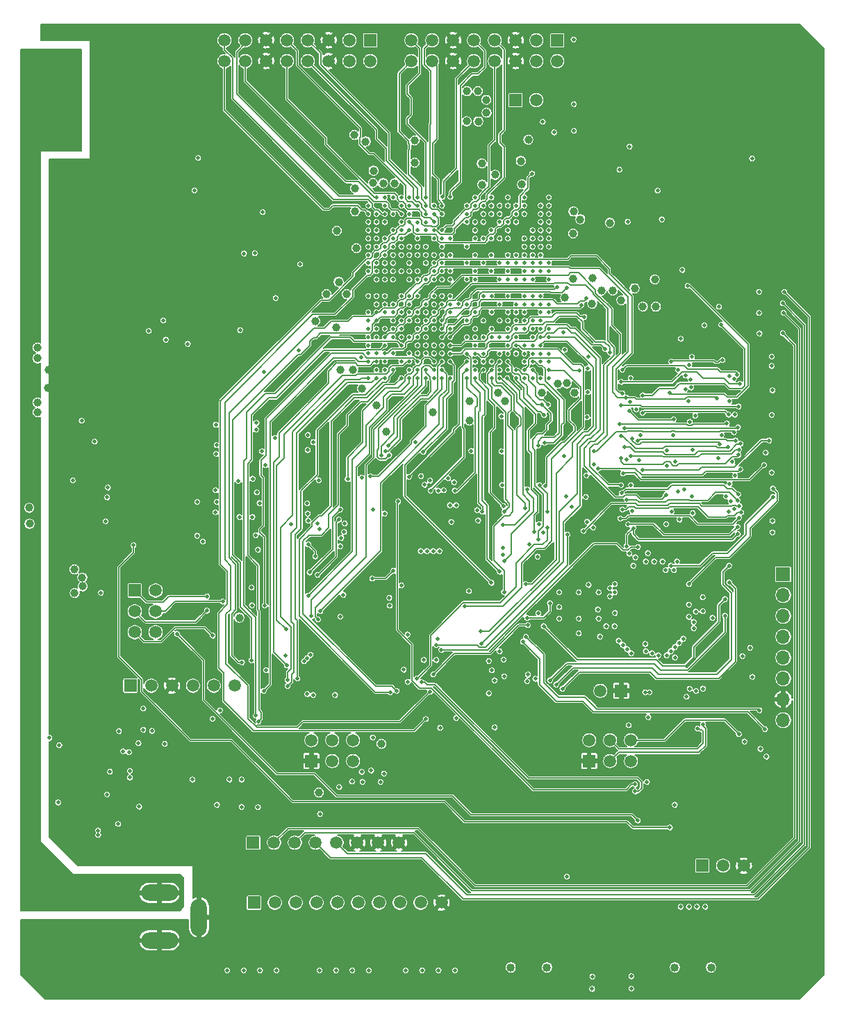
<source format=gbr>
G04 #@! TF.GenerationSoftware,KiCad,Pcbnew,(5.1.6)-1*
G04 #@! TF.CreationDate,2020-09-23T13:58:01+03:00*
G04 #@! TF.ProjectId,Cryptech Alpha,43727970-7465-4636-9820-416c7068612e,rev?*
G04 #@! TF.SameCoordinates,Original*
G04 #@! TF.FileFunction,Copper,L3,Inr*
G04 #@! TF.FilePolarity,Positive*
%FSLAX46Y46*%
G04 Gerber Fmt 4.6, Leading zero omitted, Abs format (unit mm)*
G04 Created by KiCad (PCBNEW (5.1.6)-1) date 2020-09-23 13:58:01*
%MOMM*%
%LPD*%
G01*
G04 APERTURE LIST*
G04 #@! TA.AperFunction,ViaPad*
%ADD10C,1.500000*%
G04 #@! TD*
G04 #@! TA.AperFunction,ViaPad*
%ADD11R,1.500000X1.500000*%
G04 #@! TD*
G04 #@! TA.AperFunction,ViaPad*
%ADD12O,1.700000X1.700000*%
G04 #@! TD*
G04 #@! TA.AperFunction,ViaPad*
%ADD13R,1.700000X1.700000*%
G04 #@! TD*
G04 #@! TA.AperFunction,ViaPad*
%ADD14O,2.000000X4.500000*%
G04 #@! TD*
G04 #@! TA.AperFunction,ViaPad*
%ADD15O,4.500000X2.000000*%
G04 #@! TD*
G04 #@! TA.AperFunction,WasherPad*
%ADD16C,1.016000*%
G04 #@! TD*
G04 #@! TA.AperFunction,ViaPad*
%ADD17C,0.500000*%
G04 #@! TD*
G04 #@! TA.AperFunction,ViaPad*
%ADD18C,1.000000*%
G04 #@! TD*
G04 #@! TA.AperFunction,ViaPad*
%ADD19C,0.600000*%
G04 #@! TD*
G04 #@! TA.AperFunction,Conductor*
%ADD20C,0.200000*%
G04 #@! TD*
G04 #@! TA.AperFunction,Conductor*
%ADD21C,0.164000*%
G04 #@! TD*
G04 #@! TA.AperFunction,Conductor*
%ADD22C,0.150000*%
G04 #@! TD*
G04 #@! TA.AperFunction,Conductor*
%ADD23C,0.127000*%
G04 #@! TD*
G04 APERTURE END LIST*
D10*
X73730000Y19800000D03*
D11*
X76270000Y19800000D03*
D12*
X96000000Y16220000D03*
X96000000Y18760000D03*
X96000000Y21300000D03*
X96000000Y23840000D03*
X96000000Y26380000D03*
X96000000Y28920000D03*
X96000000Y31460000D03*
D13*
X96000000Y34000000D03*
D10*
X29133790Y20421600D03*
X26593790Y20421600D03*
X24053790Y20421600D03*
X21513790Y20421600D03*
X18973790Y20421600D03*
D11*
X16433790Y20421600D03*
D10*
X36580000Y-6000000D03*
X54360000Y-6000000D03*
X51820000Y-6000000D03*
X49280000Y-6000000D03*
X46740000Y-6000000D03*
X44200000Y-6000000D03*
X41660000Y-6000000D03*
X39120000Y-6000000D03*
X34040000Y-6000000D03*
D11*
X31500000Y-6000000D03*
D14*
X24800000Y-7800000D03*
D15*
X20000000Y-10600000D03*
X20000000Y-4800000D03*
D16*
X62800000Y-13884000D03*
X67209800Y-13884000D03*
X82800000Y-13884000D03*
X87209800Y-13884000D03*
D10*
X91219330Y-1500000D03*
X88679330Y-1500000D03*
D11*
X86139330Y-1500000D03*
D10*
X65916800Y91744800D03*
D11*
X63376800Y91744800D03*
X68472990Y99034600D03*
D10*
X68472990Y96494600D03*
X65932990Y99034600D03*
X65932990Y96494600D03*
X63392990Y99034600D03*
X63392990Y96494600D03*
X60852990Y99034600D03*
X60852990Y96494600D03*
X58312990Y99034600D03*
X58312990Y96494600D03*
X55772990Y99034600D03*
X55772990Y96494600D03*
X53232990Y99034600D03*
X53232990Y96494600D03*
X50692990Y99034600D03*
X50692990Y96494600D03*
D11*
X45689190Y99034600D03*
D10*
X45689190Y96494600D03*
X43149190Y99034600D03*
X43149190Y96494600D03*
X40609190Y99034600D03*
X40609190Y96494600D03*
X38069190Y99034600D03*
X38069190Y96494600D03*
X35529190Y99034600D03*
X35529190Y96494600D03*
X32989190Y99034600D03*
X32989190Y96494600D03*
X30449190Y99034600D03*
X30449190Y96494600D03*
X27909190Y99034600D03*
X27909190Y96494600D03*
D11*
X38506390Y11252200D03*
D10*
X38506390Y13792200D03*
X41046390Y11252200D03*
X41046390Y13792200D03*
X43586390Y11252200D03*
X43586390Y13792200D03*
D11*
X72364590Y11252200D03*
D10*
X72364590Y13792200D03*
X74904590Y11252200D03*
X74904590Y13792200D03*
X77444590Y11252200D03*
X77444590Y13792200D03*
D11*
X16980000Y32015000D03*
D10*
X19520000Y32015000D03*
X16980000Y29475000D03*
X19520000Y29475000D03*
X16980000Y26935000D03*
X19520000Y26935000D03*
X49190000Y1300000D03*
D11*
X31410000Y1300000D03*
D10*
X33950000Y1300000D03*
X36490000Y1300000D03*
X39030000Y1300000D03*
X41570000Y1300000D03*
X44110000Y1300000D03*
X46650000Y1300000D03*
D17*
X37600000Y23400000D03*
X24585000Y42815000D03*
X81700000Y34500000D03*
X84500000Y28800000D03*
X75438000Y27686000D03*
X68700000Y31800000D03*
X68700000Y30000000D03*
X71100000Y31800000D03*
X68700000Y28600000D03*
X71100000Y28600000D03*
X71100000Y26800000D03*
X38000000Y23800000D03*
X38400000Y24200000D03*
X92207800Y84632800D03*
X71100000Y30000000D03*
X79000000Y29000000D03*
X80000000Y29000000D03*
X80000000Y28000000D03*
X79000000Y28000000D03*
X78000000Y28000000D03*
X78000000Y29000000D03*
X78000000Y30000000D03*
X79000000Y30000000D03*
X80000000Y30000000D03*
X81000000Y30000000D03*
X81000000Y29000000D03*
X81000000Y28000000D03*
X82000000Y28000000D03*
X82000000Y29000000D03*
X82000000Y30000000D03*
X82000000Y31000000D03*
X81000000Y31000000D03*
X80000000Y31000000D03*
X79000000Y31000000D03*
X78000000Y31000000D03*
X82000000Y32000000D03*
X81000000Y32000000D03*
X80000000Y32000000D03*
X79000000Y32000000D03*
X78000000Y32000000D03*
X66000000Y5500000D03*
D18*
X60660000Y-14963590D03*
X80500000Y-9536420D03*
X89500000Y-15000000D03*
X89487400Y-9500000D03*
X80660000Y-15067780D03*
X69488400Y-15000000D03*
X69488400Y-9000000D03*
X60500000Y-9413610D03*
X85000000Y-8000000D03*
X66500000Y-9000000D03*
X35750000Y-16750000D03*
X57500000Y-16800000D03*
X48750000Y-16750000D03*
X47000000Y-16750000D03*
X37982000Y-16750000D03*
X27000000Y-16800000D03*
D17*
X30530800Y-9000000D03*
X30750000Y-1500000D03*
X8250000Y2654120D03*
X11772170Y2692730D03*
D18*
X43593770Y52492120D03*
D17*
X84554130Y15100740D03*
X87550000Y15025000D03*
X88679330Y15000730D03*
X89125000Y19525000D03*
X12100590Y12500610D03*
X16700000Y8425000D03*
X13550000Y4400000D03*
X11125000Y7400000D03*
X79450000Y21550000D03*
X69113400Y12736600D03*
X51436900Y77889100D03*
D18*
X46125000Y85949990D03*
X40950000Y87500000D03*
X47175000Y87350000D03*
X48700000Y87325000D03*
D17*
X55450100Y75882500D03*
X57448700Y75882500D03*
X72202200Y58097800D03*
X57453420Y67884780D03*
X58453420Y67884780D03*
X57448700Y70904100D03*
X58453420Y66884780D03*
X55450100Y71894700D03*
X59453420Y69892820D03*
X57453420Y65884780D03*
X58448700Y71894700D03*
X59453420Y66884780D03*
X54434100Y65889500D03*
X59448700Y70904100D03*
X52452900Y67889500D03*
X57448700Y72885300D03*
X55445380Y64884770D03*
X60453420Y69892820D03*
X59453420Y65884780D03*
X52452900Y70904100D03*
X58453420Y64884770D03*
X60453420Y66884780D03*
X59448700Y72885300D03*
X60448700Y71894700D03*
X57453420Y63884770D03*
X61453430Y67884780D03*
X55450100Y73901300D03*
X61448700Y70904100D03*
X51436900Y66889500D03*
X58448700Y73901300D03*
X60453420Y64884770D03*
X59453420Y63884770D03*
X61453430Y65884780D03*
X53443500Y73901300D03*
X59448700Y73901300D03*
X57448700Y74891900D03*
X61448700Y72885300D03*
X62453420Y66884780D03*
X60448700Y73901300D03*
X53443500Y62889500D03*
X61453430Y63884770D03*
X61448700Y73901300D03*
X49455700Y69888100D03*
X57453420Y61884780D03*
X63453420Y67884780D03*
X49455700Y66889500D03*
X63448700Y70904100D03*
X49455700Y71894700D03*
X59448700Y75882500D03*
X59453420Y61884780D03*
X50446300Y63889500D03*
X62448700Y73901300D03*
X60453420Y61884780D03*
X55450100Y76898500D03*
X48439700Y67889500D03*
X54434100Y76898500D03*
X50446300Y74891900D03*
X61448700Y75882500D03*
X61453430Y61884780D03*
X63448700Y73901300D03*
X60453420Y60884780D03*
X60448700Y76898500D03*
X55450100Y77889100D03*
X63448700Y74891900D03*
X58448700Y77889100D03*
X65453430Y65884780D03*
X63448700Y75882500D03*
X47449100Y64889500D03*
X52452900Y59889500D03*
X64453420Y62884780D03*
X55445380Y58884780D03*
X66453420Y69892820D03*
X55450100Y78905100D03*
X49455700Y60889500D03*
X64448700Y75882500D03*
X48439700Y61889500D03*
X62448700Y77889100D03*
X46433100Y72885300D03*
X45442500Y69888100D03*
X57448700Y79895700D03*
X64448700Y76898500D03*
X47449100Y75882500D03*
X63453420Y59884770D03*
X59453420Y57884780D03*
X59448700Y79895700D03*
X67448700Y72885300D03*
X48439700Y59889500D03*
X65448700Y76898500D03*
X61448700Y79895700D03*
X46433100Y61889500D03*
X65448700Y77889100D03*
X67453420Y61884780D03*
X63448700Y79895700D03*
X65448700Y78905100D03*
X66453420Y58884780D03*
X65448700Y79895700D03*
X45442500Y58889500D03*
X66448700Y79895700D03*
X46431200Y78909800D03*
X56413400Y79959200D03*
D18*
X7250000Y82000000D03*
X8250000Y82000000D03*
X9250000Y82000000D03*
X10250000Y82000000D03*
X11250000Y82000000D03*
X12250000Y82000000D03*
X13250000Y82000000D03*
X14250000Y82000000D03*
X15250000Y82000000D03*
X16250000Y82000000D03*
X17250000Y82000000D03*
X18250000Y82000000D03*
X18250000Y80750000D03*
X17250000Y80750000D03*
X16250000Y80750000D03*
X15250000Y80750000D03*
X14250000Y80750000D03*
X13250000Y80750000D03*
X12250000Y80750000D03*
X11250000Y80750000D03*
X10250000Y80750000D03*
X9250000Y80750000D03*
X8250000Y80750000D03*
X7250000Y80750000D03*
X18250000Y79500000D03*
X17250000Y79500000D03*
X16250000Y79500000D03*
X15250000Y79500000D03*
X14250000Y79500000D03*
X13250000Y79500000D03*
X12250000Y79500000D03*
X11250000Y79500000D03*
X10250000Y79500000D03*
X9250000Y79500000D03*
X8250000Y79500000D03*
X7250000Y79500000D03*
X18250000Y78250000D03*
X17250000Y78250000D03*
X16250000Y78250000D03*
X15250000Y78250000D03*
X14250000Y78250000D03*
X13250000Y78250000D03*
X12250000Y78250000D03*
X11250000Y78250000D03*
X10250000Y78250000D03*
X9250000Y78250000D03*
X8250000Y78250000D03*
X7250000Y78250000D03*
X18250000Y77000000D03*
X17250000Y77000000D03*
X16250000Y77000000D03*
X15250000Y77000000D03*
X14250000Y77000000D03*
X13250000Y77000000D03*
X12250000Y77000000D03*
X11250000Y77000000D03*
X10250000Y77000000D03*
X9250000Y77000000D03*
X8250000Y77000000D03*
X7250000Y77000000D03*
X18250000Y75750000D03*
X17250000Y75750000D03*
X16250000Y75750000D03*
X15250000Y75750000D03*
X14250000Y75750000D03*
X13250000Y75750000D03*
X12250000Y75750000D03*
X11250000Y75750000D03*
X10250000Y75750000D03*
X9250000Y75750000D03*
X8250000Y75750000D03*
X7250000Y75750000D03*
X18250000Y74500000D03*
X17250000Y74500000D03*
X16250000Y74500000D03*
X15250000Y74500000D03*
X14250000Y74500000D03*
X13250000Y74500000D03*
X12250000Y74500000D03*
X11250000Y74500000D03*
X10250000Y74500000D03*
X9250000Y74500000D03*
X8250000Y74500000D03*
X7250000Y74500000D03*
X39025000Y62075000D03*
X41475000Y62025000D03*
X41050000Y54450000D03*
X51300000Y53800000D03*
X55700000Y52700000D03*
X55775000Y55075000D03*
X67950000Y51650000D03*
X69750040Y51650000D03*
X70500000Y64675000D03*
X72750000Y64300000D03*
X76325000Y64300000D03*
X73825000Y63050000D03*
X75325000Y63050000D03*
X70375000Y71950000D03*
X72750000Y72025000D03*
X80400000Y73050000D03*
X78975000Y73025000D03*
X77925000Y74700000D03*
X81450000Y74625000D03*
X70350000Y73825000D03*
X74825000Y74525000D03*
X69275000Y80925000D03*
X68125000Y81450000D03*
X62875000Y82675000D03*
X55350000Y81525000D03*
X55325000Y84000000D03*
X62200000Y86850000D03*
X61000000Y85575000D03*
X54025000Y83050000D03*
X49725000Y86075000D03*
X52300000Y89200000D03*
X50925000Y89175000D03*
X50925000Y92800000D03*
X52300000Y92775000D03*
X49925000Y91725000D03*
X49950000Y90275000D03*
X39525000Y86450000D03*
X42075010Y80975000D03*
X42200000Y78175000D03*
X42450000Y72675000D03*
X42875000Y66100000D03*
X40350000Y66375000D03*
X38775000Y76600000D03*
X39900000Y76600000D03*
X40375000Y79200000D03*
X38775000Y72825000D03*
X39825000Y72800000D03*
X39875000Y75375000D03*
X24275000Y99850000D03*
X24275000Y98350000D03*
X24275000Y94850000D03*
X24275000Y93350000D03*
X24275000Y89850000D03*
X24275000Y88250000D03*
X5150000Y53724980D03*
X5100000Y54900000D03*
X6400000Y56700000D03*
X7700000Y56700000D03*
X7800000Y58900000D03*
X6500000Y58900000D03*
X5100000Y61600000D03*
X5100000Y60300000D03*
X12100000Y67900000D03*
X12100000Y66500000D03*
X13800000Y69600000D03*
X32900000Y54000000D03*
X36500000Y54200000D03*
X24800000Y51400000D03*
X24800000Y49900000D03*
X24800000Y47000000D03*
X24800000Y45500000D03*
X7200000Y40150000D03*
X7200000Y42100000D03*
X4150000Y40150000D03*
X4100000Y42100000D03*
X29750000Y24450000D03*
X92300000Y6200000D03*
X86425000Y5075000D03*
X74850000Y8475000D03*
X48275000Y8500000D03*
X26850000Y8975000D03*
X7750000Y17050000D03*
X25275000Y16900000D03*
X43549990Y51350000D03*
X74300000Y73300000D03*
D17*
X94100000Y62000000D03*
X93300000Y57800000D03*
X94600000Y58400000D03*
X94600000Y55400000D03*
X94600000Y52400000D03*
X94676800Y45423200D03*
X94795600Y41495600D03*
X93500000Y38100000D03*
X79000000Y60400000D03*
X77505400Y58894600D03*
X77424400Y56024400D03*
X73556800Y61456800D03*
X72128800Y52128800D03*
X60934600Y50865400D03*
X56588800Y51511200D03*
X50147600Y50052400D03*
X39717600Y50082400D03*
X31235800Y44935800D03*
X29821800Y41978200D03*
X29417600Y36717600D03*
X27207800Y33007800D03*
X27550000Y32050000D03*
X31123000Y31377000D03*
X32700000Y39300000D03*
X39200000Y21400000D03*
X37800000Y21600000D03*
X40470200Y20729800D03*
D18*
X48450000Y13350000D03*
D17*
X55186200Y15313800D03*
X62400000Y15951200D03*
X67529000Y21971000D03*
X68584000Y23684000D03*
X67792600Y23007400D03*
X66156600Y30243400D03*
X66038400Y35161600D03*
X66285400Y41114600D03*
X65042800Y88442800D03*
X87923600Y60326400D03*
X89416000Y59166000D03*
X89454200Y56045800D03*
X88423600Y53326400D03*
X89487400Y45987400D03*
X89398000Y40648000D03*
X88439200Y39310800D03*
X48439700Y57889500D03*
D18*
X63200000Y52650000D03*
X60100000Y52800000D03*
D17*
X72150000Y55375000D03*
X58000000Y50825000D03*
X81450000Y53375000D03*
X72007600Y41392400D03*
X87800000Y43324000D03*
X43900000Y62875000D03*
X77453780Y45852240D03*
D18*
X66478240Y52027540D03*
X65053170Y52702570D03*
D17*
X72157800Y45042200D03*
X72117400Y38182600D03*
X78810800Y39310800D03*
X81300000Y11150000D03*
X86131400Y10168600D03*
X89525000Y9425000D03*
X88100000Y10300000D03*
X89600000Y10275000D03*
X93163400Y19813400D03*
X88032000Y24968000D03*
X89032000Y24032000D03*
X79655400Y18619600D03*
X83546400Y18103600D03*
X79600000Y15597000D03*
X74225000Y16700000D03*
X12875000Y27375000D03*
X13000000Y23050000D03*
X26600000Y24550000D03*
X51816000Y12559000D03*
X36000000Y15825000D03*
X20750000Y7697600D03*
X21500000Y9225000D03*
X20625000Y11228200D03*
X22325000Y11375000D03*
X20686390Y12336400D03*
X8564000Y6886000D03*
X13575000Y2850000D03*
X53725000Y11975000D03*
X17225000Y4500000D03*
X17170000Y3000000D03*
X12717200Y15782800D03*
X73500000Y95250000D03*
X73500000Y90000000D03*
X73500000Y88000000D03*
X73500000Y82750000D03*
X77500000Y78750000D03*
X82250000Y78750000D03*
X85000000Y78750000D03*
X90000000Y78750000D03*
X94000000Y82750000D03*
X93954600Y92647600D03*
X90000000Y99250000D03*
X85000000Y99250000D03*
X82500000Y99250000D03*
X77500000Y99250000D03*
X76500000Y96250000D03*
X80000000Y96250000D03*
X83250000Y96250000D03*
X76500000Y93500000D03*
X80000000Y93500000D03*
X83250000Y93500000D03*
X76500000Y90750000D03*
X80000000Y90750000D03*
X76500000Y81500000D03*
X87000000Y83250000D03*
X92000000Y81250000D03*
X92250000Y96250000D03*
X94000000Y95250000D03*
X94000000Y90000000D03*
X94000000Y88000000D03*
X87000000Y96250000D03*
X70250000Y92500000D03*
X70250000Y98250000D03*
X70750000Y96338800D03*
X71500000Y85250000D03*
X71500000Y84000000D03*
X27200000Y84700000D03*
X27500000Y78100000D03*
X26831200Y71831200D03*
X28194000Y71431000D03*
X26050000Y74900000D03*
D18*
X25525000Y79000000D03*
X31525000Y82500000D03*
X32000000Y94000000D03*
X37000000Y94000000D03*
X44250000Y94000000D03*
D17*
X35375000Y81625000D03*
X30169400Y76344400D03*
X31580600Y76344400D03*
X30200000Y77300000D03*
X23225000Y63625000D03*
X23617800Y65082200D03*
X14833600Y48408600D03*
X14475000Y40625000D03*
X16217800Y41232200D03*
X32350000Y77375000D03*
X51970900Y81785740D03*
X53467000Y79925800D03*
X52451000Y74887200D03*
X51460400Y71890000D03*
X68875000Y64900000D03*
X22150000Y48850000D03*
X21680000Y41545000D03*
X20125000Y40400000D03*
X40125000Y51675000D03*
X31823000Y49123000D03*
X50000000Y29475000D03*
X94239400Y72110600D03*
X91325000Y74000000D03*
D18*
X48450000Y55000000D03*
D17*
X44602400Y76352400D03*
D18*
X42875000Y70675000D03*
D17*
X68300000Y67775000D03*
D18*
X35400000Y65200000D03*
X31500000Y65200000D03*
X34100000Y65200000D03*
X31550000Y63475000D03*
X70800000Y53025000D03*
D17*
X35925000Y59100000D03*
D18*
X34425000Y52400000D03*
X42100000Y52675000D03*
D17*
X32600000Y29100000D03*
X44550000Y24225000D03*
D18*
X43725000Y76800000D03*
D17*
X70225000Y88750000D03*
X70144800Y89419800D03*
X70125000Y90075000D03*
X70225000Y82350000D03*
X15900780Y40426970D03*
D18*
X24617800Y82092800D03*
D17*
X77503780Y40626980D03*
X78850000Y43750000D03*
X37875000Y16575000D03*
X42375000Y45025000D03*
X10850000Y35875000D03*
X16579200Y11375000D03*
X80350000Y10525000D03*
X85104150Y7750380D03*
X21076030Y4675230D03*
X88135400Y15286200D03*
X84135120Y20567680D03*
D19*
X11745800Y41747200D03*
X11745800Y42347200D03*
X11745800Y42947200D03*
X11145800Y42947200D03*
X11145800Y42347200D03*
X11145800Y41747200D03*
X9945800Y41747200D03*
X9945800Y42347200D03*
X9945800Y42947200D03*
X10545800Y42947190D03*
X10545800Y42347190D03*
X10545800Y41747200D03*
X35758400Y75905600D03*
X35758400Y75305610D03*
X35758400Y74705610D03*
X36358400Y74705600D03*
X36358400Y75305600D03*
X36358400Y75905600D03*
X35158400Y75905600D03*
X35158400Y75305600D03*
X35158400Y74705600D03*
X34558400Y74705600D03*
X34558400Y75305600D03*
X34558400Y75905600D03*
X23509200Y54455200D03*
X23509200Y55055200D03*
X23509200Y55655200D03*
X22909200Y55655200D03*
X22909200Y55055200D03*
X22909200Y54455200D03*
X24109200Y54455210D03*
X24109200Y55055200D03*
X24109200Y55655200D03*
X24709200Y55655200D03*
X24709200Y55055200D03*
X24709200Y54455200D03*
X23509200Y56255200D03*
X23509200Y56855200D03*
X23509200Y57455200D03*
X22909200Y57455200D03*
X22909200Y56855200D03*
X22909200Y56255200D03*
X24109200Y56255210D03*
X24109200Y56855200D03*
X24109200Y57455200D03*
X24709200Y57455200D03*
X24709200Y56855200D03*
X24709200Y56255200D03*
X29234200Y59830200D03*
X29234200Y60430200D03*
X28634200Y60430200D03*
X28634200Y59830200D03*
X29834200Y59830200D03*
X29834200Y60430200D03*
X30434200Y60430200D03*
X30434200Y59830200D03*
X24709200Y58055210D03*
X24709200Y58655200D03*
X24709200Y59255200D03*
X24109200Y59255200D03*
X24109200Y58655200D03*
X24109200Y58055210D03*
X22909200Y58055210D03*
X22909200Y58655200D03*
X22909200Y59255200D03*
X23509200Y59255200D03*
X23509200Y58655200D03*
X23509200Y58055200D03*
D17*
X61000000Y8475000D03*
X61000000Y2000000D03*
X59500000Y5500000D03*
X84599400Y11125600D03*
X29550000Y38550000D03*
X52550000Y56400000D03*
X50446300Y61889500D03*
X48439700Y76898500D03*
X49455700Y58889500D03*
X12625000Y21175000D03*
X45448600Y66878200D03*
D18*
X38750000Y75425000D03*
D17*
X68700000Y30900000D03*
X71100000Y30900000D03*
X68700000Y27700000D03*
X71100000Y27700000D03*
X87400000Y26500000D03*
X87200000Y31200000D03*
X87200000Y29500000D03*
X93400000Y31800000D03*
X94600000Y31800000D03*
X95800000Y8800000D03*
X20537242Y4325010D03*
X25051220Y6875010D03*
X83635400Y23622000D03*
X86199998Y25400000D03*
X81050000Y14900000D03*
X48439700Y78905100D03*
D18*
X54020883Y85790010D03*
D17*
X48500000Y34425000D03*
X55550000Y40375000D03*
X45925000Y33475000D03*
X37982000Y42621260D03*
X66313640Y44843000D03*
X46000000Y41875000D03*
X67250000Y41600000D03*
X48002340Y31126520D03*
X64800000Y44350000D03*
X61975000Y35600000D03*
X61725000Y44875000D03*
X42025000Y37425000D03*
X61850000Y37250000D03*
X45975000Y14125000D03*
X41900000Y8075000D03*
X47352310Y9725470D03*
X46925000Y8700000D03*
X45800000Y10100000D03*
X44727180Y8725430D03*
X43450000Y8750000D03*
X44625000Y9925000D03*
X48439700Y60889500D03*
X76050000Y83275000D03*
X56450000Y66925000D03*
X50446300Y59889500D03*
X90000000Y51300000D03*
X35400000Y27300000D03*
X72900000Y49000000D03*
X51436900Y57889500D03*
X90500000Y51900000D03*
X76700000Y51800000D03*
X39300000Y28500000D03*
X51436900Y58889500D03*
X76100000Y52300000D03*
X38500000Y28900000D03*
X89150000Y52350000D03*
X84625000Y52575000D03*
X51436900Y59889500D03*
X78103810Y54077640D03*
X32800000Y30200000D03*
X50446300Y57889500D03*
X38100000Y31400000D03*
X82654030Y52852580D03*
X77228770Y53902630D03*
X54434100Y58889500D03*
X39600000Y29500000D03*
X88504320Y50952490D03*
X78603840Y50952490D03*
X78290380Y50290380D03*
X90200000Y50300000D03*
X54434100Y57889500D03*
X45700000Y45900000D03*
X47900000Y49700000D03*
X52452900Y58889500D03*
X77600000Y50500000D03*
X88225000Y49875000D03*
X47000000Y48500000D03*
X52452900Y57889500D03*
X89300000Y49500000D03*
X76253790Y50864570D03*
X47499900Y48999900D03*
X54434100Y59889500D03*
X84925000Y49125000D03*
X81825000Y49075000D03*
X48000000Y48500000D03*
X53443500Y58889500D03*
X82554030Y50952490D03*
X69275000Y48425000D03*
X90600000Y49200000D03*
X53443500Y59889500D03*
X42925000Y45600000D03*
X77425000Y48400000D03*
X58453420Y57884780D03*
X89800000Y47700000D03*
X81850000Y47225000D03*
X61450000Y34300000D03*
X66453420Y61884780D03*
X64625000Y32800000D03*
X76700000Y49500000D03*
X55445380Y57884780D03*
X90799820Y49899900D03*
X60450000Y32950000D03*
X60453420Y57884780D03*
X94300000Y50300000D03*
X78903850Y46677280D03*
X61975000Y31828260D03*
X59453420Y58884780D03*
X61900000Y42300000D03*
X60453420Y58884780D03*
X62000000Y41600000D03*
X61453430Y59884770D03*
X64553150Y42025000D03*
X46433100Y57889500D03*
X35600000Y20400000D03*
X45442500Y57889500D03*
X35600000Y21100000D03*
X36800000Y21300000D03*
X47449100Y57889500D03*
X46433100Y59889500D03*
X35500000Y22900000D03*
X45442500Y59889500D03*
X32700000Y19800000D03*
X48900000Y19800000D03*
X49455700Y57889500D03*
X48439700Y58889500D03*
X48100000Y19650000D03*
X57453420Y60884780D03*
X59350000Y41625000D03*
X61453430Y57884780D03*
X61825000Y39975000D03*
X90425000Y39775000D03*
X77100000Y40075000D03*
X62375000Y57875000D03*
X76150000Y40800000D03*
X65675000Y39200000D03*
X90625000Y40875000D03*
X90879430Y41527030D03*
X67453420Y62884780D03*
X76400000Y41900000D03*
X59164794Y27035206D03*
X66453420Y62884780D03*
X90675000Y42300000D03*
X71675000Y39275000D03*
X59226186Y25572598D03*
X57453420Y57884780D03*
X90425000Y43000000D03*
X76953760Y43102100D03*
X55975000Y44200000D03*
X57440220Y58884780D03*
X53025000Y44200000D03*
X90525000Y43725000D03*
X76325000Y43875000D03*
X57453420Y59884770D03*
X50377460Y45877240D03*
X83175000Y44050000D03*
X55445380Y59884770D03*
X52150000Y48900000D03*
X83950000Y44325000D03*
X49455700Y59889500D03*
X51875000Y45950000D03*
X84850000Y43475000D03*
X46433100Y58889500D03*
X52300000Y44900000D03*
X89054350Y43475000D03*
X69525000Y43475000D03*
X47449100Y60889500D03*
X52975000Y45400000D03*
X81711360Y43656990D03*
X89600000Y42900000D03*
X53950000Y44200000D03*
X52452900Y66889500D03*
X90025000Y41925000D03*
X82400000Y41600000D03*
X54627670Y44227160D03*
X47449100Y62889500D03*
X76250000Y44850000D03*
X83375000Y40650000D03*
X67453420Y58884780D03*
X85000000Y41450000D03*
X67025000Y44750000D03*
X67453420Y57884780D03*
X81750000Y40100000D03*
X66453420Y57884780D03*
X90500000Y38900000D03*
X77725000Y39625000D03*
X76900000Y37425000D03*
X65453430Y57884780D03*
X90575000Y54450000D03*
X76200000Y54575000D03*
X65453430Y59884770D03*
X84475000Y55075000D03*
X66900000Y50025000D03*
X65453430Y58884780D03*
X84075000Y56550000D03*
X66128230Y49652420D03*
X63453420Y58884780D03*
X84754140Y56752770D03*
X67353290Y54652670D03*
X63449880Y57874880D03*
X76250000Y57425000D03*
X66875000Y53375000D03*
X90725000Y57225010D03*
X76400000Y58925000D03*
X64900000Y21769670D03*
X90404410Y58327850D03*
X64453420Y59884770D03*
X69375000Y61325000D03*
X64775000Y20975000D03*
X84575000Y59500000D03*
X71175000Y58850000D03*
X64453420Y58884780D03*
X84879140Y60477950D03*
X64453420Y61884780D03*
X62003030Y21576050D03*
X82375000Y59900000D03*
X88600000Y60075000D03*
X74300000Y61425000D03*
X58453420Y60884780D03*
X61925000Y23600000D03*
X83225000Y58875000D03*
X60825000Y21075000D03*
X64453420Y64884770D03*
X83525000Y62675000D03*
X60500000Y22300000D03*
X84100000Y58200000D03*
X74875000Y61050000D03*
X55445380Y60884780D03*
X90000000Y57807000D03*
X60125000Y23425000D03*
X53443500Y60889500D03*
X84750000Y57725010D03*
X86400000Y64325000D03*
X47449100Y61889500D03*
X82175000Y56100000D03*
X84350000Y69125000D03*
X32068820Y16075000D03*
X49455700Y61889500D03*
X78900000Y55800000D03*
X88450000Y64375000D03*
X31728800Y16775000D03*
X31175000Y23525000D03*
X46433100Y64889500D03*
X76875000Y55525000D03*
X87900000Y55425000D03*
X76428730Y56027730D03*
X30050000Y23275000D03*
X46433100Y65889500D03*
X90100000Y53450000D03*
X93675000Y47300000D03*
X76471760Y46265120D03*
X52200000Y23550000D03*
X90137400Y45987410D03*
X78450000Y47850000D03*
X53725000Y23550000D03*
X85279160Y53302600D03*
X69700000Y38825000D03*
X53700000Y25400000D03*
X78875000Y53650000D03*
X89325000Y53450000D03*
X53900000Y26100000D03*
X63453420Y61884780D03*
X57200000Y30075000D03*
X58700000Y41823870D03*
X50446300Y60889500D03*
X58827870Y40551980D03*
X51436900Y60889500D03*
X62453420Y59884770D03*
X66575000Y54675000D03*
X57700000Y31950000D03*
X66175000Y38200000D03*
X62453420Y58884780D03*
X61653010Y53252600D03*
X56134000Y16510000D03*
X66725000Y39050000D03*
X72950000Y47350000D03*
X42150000Y38425000D03*
X64875000Y27800000D03*
X53350000Y21800000D03*
X88054300Y48177350D03*
X76900000Y47950000D03*
X71950000Y43425000D03*
X82825000Y47700000D03*
X67225000Y39650000D03*
X51377510Y21301040D03*
X93885400Y48810400D03*
X78300000Y37325000D03*
X54350000Y24800000D03*
X38975000Y36175000D03*
X38125000Y37650000D03*
X49750000Y22375000D03*
X70228430Y42252060D03*
X76228260Y48175000D03*
X90575000Y48525000D03*
X44625000Y45775000D03*
X47427310Y41402020D03*
X73450000Y46875000D03*
X90775000Y46775000D03*
X25800000Y31300000D03*
X25775000Y29575000D03*
X50250000Y20900000D03*
X26900000Y48675000D03*
X39400000Y45425000D03*
X49455700Y78905100D03*
X70450000Y99125000D03*
X50446300Y76898500D03*
X65400000Y82800000D03*
X53443500Y75882500D03*
X54434100Y75882500D03*
X55448200Y79959200D03*
X54457600Y79959200D03*
X54434100Y77889100D03*
X54434100Y78905100D03*
X52452900Y79895700D03*
X52452900Y78905100D03*
X51436900Y79895700D03*
X52452900Y77889100D03*
X51436900Y78905100D03*
X53443500Y76898500D03*
X49455700Y77889100D03*
X46433100Y79895700D03*
X47449100Y77889100D03*
X45442500Y77889100D03*
X65453430Y62884780D03*
X69225000Y63425000D03*
X67453420Y63884770D03*
X45442500Y60889500D03*
X49075000Y42875000D03*
X77950000Y8400000D03*
X47449100Y58889500D03*
X51900000Y20850000D03*
X77975000Y7550000D03*
X88175000Y66575000D03*
X53443500Y74891900D03*
X65024990Y37656640D03*
X51436900Y74891900D03*
X61850000Y36375000D03*
X50446300Y75882500D03*
X52950000Y19675000D03*
X53443500Y77889100D03*
X52450000Y16375000D03*
X32900000Y47275000D03*
X55450100Y70904100D03*
X58448700Y70904100D03*
X55445380Y65884780D03*
X55450100Y72885300D03*
X57453420Y64884770D03*
X55424700Y67889500D03*
D18*
X47250000Y81625000D03*
X48650000Y81625000D03*
X46075000Y83150000D03*
X44000000Y73725000D03*
X51100000Y84125000D03*
X51100000Y86825000D03*
X46025000Y81650000D03*
X57802820Y55102690D03*
D17*
X57453420Y69892820D03*
X57453420Y66884780D03*
X57448700Y71894700D03*
X58453420Y65884780D03*
X60453420Y67884780D03*
X59448700Y71894700D03*
X58448700Y72885300D03*
X60448700Y70904100D03*
X59453420Y64884770D03*
X60453420Y65884780D03*
X61453430Y69892820D03*
X58453420Y63884770D03*
X61453430Y66884780D03*
X60448700Y72885300D03*
X61448700Y71894700D03*
X60453420Y63884770D03*
X61453430Y64884770D03*
D18*
X41825000Y69600000D03*
X40350000Y68100000D03*
X42800000Y68100000D03*
X43600000Y58924980D03*
X44675000Y56600000D03*
X57750000Y52725000D03*
X61225000Y56125000D03*
X75250000Y68550000D03*
X73875000Y68550000D03*
X76275000Y67375000D03*
X69425000Y67675000D03*
X77900000Y68825000D03*
X78900000Y66600000D03*
X80500000Y66575000D03*
X80350000Y69900000D03*
X70375000Y69975000D03*
X60900000Y82650000D03*
X59300000Y81450000D03*
X59275000Y84025000D03*
X57475000Y92825000D03*
X58800000Y92825000D03*
X59825000Y91775000D03*
X59850000Y90200000D03*
X57425000Y89175000D03*
X58850000Y89150000D03*
X72725000Y66950000D03*
X42050000Y58924980D03*
X72753550Y70078420D03*
D17*
X15050000Y14900000D03*
X38050000Y41400000D03*
X24575000Y38700000D03*
X32476580Y48952390D03*
X85400000Y19775000D03*
X86225000Y20075000D03*
X84600000Y20050000D03*
X93108400Y17433400D03*
X64653150Y26376290D03*
X93800000Y15125000D03*
X64279110Y25785200D03*
X92250000Y21500000D03*
X93218000Y12718000D03*
X93968000Y11782000D03*
X91968000Y25032000D03*
X91032000Y24032000D03*
X79725000Y19619600D03*
X79578000Y16597000D03*
X30000000Y5675000D03*
X32000000Y5625000D03*
X79171560Y19622870D03*
X82804000Y23876000D03*
X84229700Y19084940D03*
X77173070Y15605840D03*
X15550000Y12450000D03*
X38100000Y40550000D03*
X25275000Y37975000D03*
X39225000Y40200000D03*
X18025000Y17650000D03*
X6571600Y14071600D03*
X7773400Y13176600D03*
X7621000Y6204000D03*
X12500000Y2800000D03*
X19069200Y14919200D03*
X27351200Y17426200D03*
X14940800Y3590800D03*
X26450000Y16400000D03*
X20638600Y13336400D03*
X39550000Y4800000D03*
X12516240Y2253300D03*
X13600000Y7175000D03*
X17512500Y5687500D03*
D18*
X39425000Y7402400D03*
D17*
X31825000Y52450000D03*
X31750000Y51625000D03*
X38050000Y49123000D03*
X34075000Y50600000D03*
X29802200Y63725000D03*
X32750000Y58650000D03*
X45500000Y-14250000D03*
X41500000Y-14250000D03*
X39500000Y-14250000D03*
X43500000Y-14250000D03*
X34250000Y-14250000D03*
X30255000Y-14250000D03*
X28250000Y-14250000D03*
X32250000Y-14250000D03*
X83500000Y-6500000D03*
X72750000Y-15000000D03*
X52000000Y-14250000D03*
X56000000Y-14250000D03*
X54000000Y-14250000D03*
X50000000Y-14250000D03*
X85500000Y-6500000D03*
X77496220Y-14963590D03*
X86500000Y-6500000D03*
X77496220Y-16469460D03*
X16825000Y37525000D03*
X82200000Y3150000D03*
X24250000Y80750000D03*
X32975000Y22325000D03*
X45442500Y62889500D03*
X30300000Y73075000D03*
X10498200Y52700000D03*
X23436600Y62069330D03*
X13610600Y43360600D03*
D18*
X8000000Y88514570D03*
X9500000Y88494600D03*
X9500000Y87000000D03*
X8000000Y87019970D03*
X8000000Y91439570D03*
X9500000Y91419600D03*
X9500000Y89925000D03*
X8000000Y89944970D03*
X8000000Y94439570D03*
X9500000Y94419600D03*
X9500000Y92925000D03*
X8000000Y92944970D03*
X8000000Y95944970D03*
X9500000Y95925000D03*
X9500000Y97419600D03*
X8000000Y97439570D03*
D17*
X70500000Y88000000D03*
X24700000Y84700000D03*
X31600000Y73100000D03*
X20750000Y62575000D03*
X13698400Y44551600D03*
X26825000Y44225000D03*
X26950000Y42800000D03*
X26801310Y41552030D03*
X82797720Y5925000D03*
X13950000Y9950000D03*
X37125000Y71750000D03*
X18675000Y63625000D03*
X20450000Y64900000D03*
X12090000Y50165000D03*
X13425000Y40450000D03*
X9425000Y45425000D03*
X32575000Y78100000D03*
X69634500Y-2832500D03*
D18*
X43750000Y87525000D03*
X45125000Y86700080D03*
D17*
X50446300Y79895700D03*
D18*
X62075000Y55075000D03*
D17*
X53443500Y67889500D03*
X54434100Y71894700D03*
X55445380Y63884770D03*
X52452900Y64889500D03*
X50446300Y69888100D03*
X55450100Y74891900D03*
X51436900Y72885300D03*
X62448700Y72885300D03*
X60453420Y62884780D03*
X49455700Y65889500D03*
X52452900Y75882500D03*
X63453420Y64884770D03*
X64453420Y67884780D03*
X51436900Y61889500D03*
X62453420Y61884780D03*
X47449100Y70904100D03*
X58453420Y59884770D03*
X48439700Y73901300D03*
X65448700Y71894700D03*
X48439700Y62889500D03*
X46433100Y66889500D03*
X53443500Y78905100D03*
X49455700Y76898500D03*
X61453430Y58884780D03*
X66453420Y63884770D03*
X67453420Y66884780D03*
X53443500Y57889500D03*
X50446300Y58889500D03*
X66448700Y74891900D03*
X65453430Y60884780D03*
X45442500Y63889500D03*
X45442500Y74891900D03*
X47449100Y59889500D03*
X46433100Y77889100D03*
X64453420Y57884780D03*
X67448700Y77889100D03*
D18*
X41500000Y64075000D03*
X53300000Y53725000D03*
X68550000Y57175000D03*
X66600000Y56100000D03*
X71275000Y77225000D03*
X74875000Y76800000D03*
X64175000Y81475000D03*
X64950000Y86925000D03*
X64025000Y84325000D03*
X43800000Y80975000D03*
X43825000Y78175000D03*
X41600000Y75825000D03*
X9625000Y34575000D03*
X10575000Y33600000D03*
X10625000Y32525000D03*
X9650000Y31725000D03*
X29725000Y28700000D03*
X47650000Y51350000D03*
X70400000Y75500000D03*
D17*
X94600000Y60500000D03*
X94600000Y59377200D03*
X94700000Y56400000D03*
X94600000Y53400000D03*
X94600000Y46400000D03*
X94695600Y40495600D03*
X94692000Y39108000D03*
X77405400Y57894600D03*
X77375600Y55024400D03*
X72202200Y59097800D03*
X72300000Y60500000D03*
X72200000Y56200000D03*
X72128800Y53128800D03*
X51147600Y50052400D03*
X31335800Y45635800D03*
X31321800Y40978200D03*
X29721800Y40978200D03*
X31223000Y32377000D03*
X38000000Y19400000D03*
X38700000Y19300000D03*
D18*
X47050000Y13350000D03*
D17*
X54186200Y15286200D03*
X60841000Y15341000D03*
X66156600Y29243400D03*
X66061600Y36161600D03*
X66285400Y40114600D03*
X68080000Y87820000D03*
X66700400Y89099600D03*
X89416000Y58166000D03*
X89454200Y55045800D03*
X89487400Y44987400D03*
D18*
X70600000Y56124990D03*
X69625000Y57250000D03*
X46425000Y54550000D03*
D17*
X54434100Y60889500D03*
X57975000Y49025000D03*
X61675000Y48950000D03*
X38717600Y50082400D03*
X72107600Y40392400D03*
X72825000Y39700000D03*
X77453780Y44852190D03*
X89379360Y41627030D03*
X72042200Y46042200D03*
X91291800Y13633200D03*
X12850000Y31750000D03*
X18009600Y15059600D03*
X80695800Y80725000D03*
X47455200Y67894200D03*
X38075000Y50975000D03*
X26838600Y52211400D03*
X26940200Y49734800D03*
X42025000Y28825000D03*
X93052200Y68402200D03*
X93052200Y65827200D03*
X93127200Y63327200D03*
X79400000Y8700000D03*
X83704080Y71053470D03*
X44552170Y60377950D03*
D18*
X39000000Y64825000D03*
D17*
X36975000Y61225000D03*
X34150000Y67650000D03*
X31850000Y43975000D03*
X32175000Y42675000D03*
X31726550Y38751890D03*
X31242000Y30226000D03*
X48050000Y30175000D03*
X50225000Y26675000D03*
X29595000Y45355000D03*
X65800000Y21275000D03*
X77572600Y41727400D03*
X77290800Y86090800D03*
D18*
X70450000Y78175000D03*
D17*
X77048600Y76920600D03*
X81207400Y77225000D03*
X32000000Y37000000D03*
X42025000Y41900000D03*
X38275000Y34225000D03*
X27700000Y30675000D03*
X41850000Y40650000D03*
X39275000Y33925000D03*
X39525000Y39475000D03*
X42575000Y40175000D03*
X49475000Y32650000D03*
X42500000Y39150000D03*
X36000000Y40100000D03*
X42400000Y31500000D03*
X26475000Y26525000D03*
X16375000Y9250000D03*
X16375000Y10050000D03*
X85575000Y15200000D03*
X86229210Y15700770D03*
X61450000Y24600000D03*
X60125000Y19500000D03*
X17425000Y13425000D03*
X16275000Y12325000D03*
X90600000Y14525000D03*
X70500000Y91250000D03*
X84500000Y-6500000D03*
X72725000Y-16500000D03*
X57448700Y73901300D03*
X22100000Y26750000D03*
X78275000Y4000000D03*
X41400000Y19300000D03*
X59453420Y62884780D03*
X58453420Y62884780D03*
X57453420Y62884780D03*
X96152200Y68401800D03*
X54434100Y64889500D03*
X68475000Y68975000D03*
X96052200Y65834400D03*
X54434100Y63889500D03*
X69675000Y68889000D03*
X95952200Y63352200D03*
X55445380Y61884780D03*
X71775000Y65350000D03*
X55445380Y62884780D03*
X71409770Y66809780D03*
X55445380Y66884780D03*
X55441360Y69896840D03*
X45442500Y65889500D03*
X45442500Y64889500D03*
X48439700Y63889500D03*
X95952200Y67001800D03*
X54434100Y62889500D03*
X72050000Y67575000D03*
X58453420Y58884780D03*
X59453420Y59884770D03*
X60453420Y59884770D03*
X66453420Y59884770D03*
X46433100Y60889500D03*
X52452900Y60889500D03*
X59453420Y60884780D03*
X61453430Y60884780D03*
X62453420Y60884780D03*
X63453420Y60884780D03*
X64453420Y60884780D03*
X45442500Y61889500D03*
X52452900Y61889500D03*
X53443500Y61889500D03*
X54434100Y61889500D03*
X58453420Y61884780D03*
X46433100Y62889500D03*
X49455700Y62889500D03*
X50446300Y62889500D03*
X51436900Y62889500D03*
X52452900Y62889500D03*
X61453430Y62884780D03*
X62453420Y62884780D03*
X63453420Y62884780D03*
X46433100Y63889500D03*
X47449100Y63889500D03*
X49455700Y63889500D03*
X51436900Y63889500D03*
X52452900Y63889500D03*
X53443500Y63889500D03*
X62453420Y63884770D03*
X63453420Y63884770D03*
X64453420Y63884770D03*
X65453430Y63884770D03*
X48439700Y64889500D03*
X49455700Y64889500D03*
X50446300Y64889500D03*
X51436900Y64889500D03*
X53443500Y64889500D03*
X62453420Y64884770D03*
X65453430Y64884770D03*
X66453420Y64884770D03*
X47449100Y65889500D03*
X48439700Y65889500D03*
X50446300Y65889500D03*
X51436900Y65889500D03*
X52452900Y65889500D03*
X53443500Y65889500D03*
X62453420Y65884780D03*
X63453420Y65884780D03*
X64453420Y65884780D03*
X66453420Y65884780D03*
X67453420Y65884780D03*
X47449100Y66889500D03*
X48439700Y66889500D03*
X50446300Y66889500D03*
X53443500Y66889500D03*
X54434100Y66889500D03*
X63453420Y66884780D03*
X64453420Y66884780D03*
X65453430Y66884780D03*
X66453420Y66884780D03*
X45442500Y67889500D03*
X46433100Y67889500D03*
X49455700Y67889500D03*
X50446300Y67889500D03*
X51436900Y67889500D03*
X54434100Y67889500D03*
X59453420Y67884780D03*
X62453420Y67884780D03*
X65453430Y67884780D03*
X66453420Y67884780D03*
X46433100Y69888100D03*
X47449000Y69888100D03*
X48440000Y69888100D03*
X51436900Y69888100D03*
X52452900Y69888100D03*
X53443500Y69888100D03*
X54434100Y69888100D03*
X58453420Y69892820D03*
X62453420Y69892820D03*
X63453420Y69892820D03*
X64453420Y69892820D03*
X65453430Y69892820D03*
X67453420Y69892820D03*
X45442500Y70904100D03*
X46433100Y70904100D03*
X48439700Y70904100D03*
X49455700Y70904100D03*
X50446300Y70904100D03*
X51436900Y70904100D03*
X53443500Y70904100D03*
X54434100Y70904100D03*
X62448700Y70904100D03*
X64448700Y70904100D03*
X65448700Y70904100D03*
X66448700Y70904100D03*
X67448700Y70904100D03*
X45442500Y71894700D03*
X46433100Y71894700D03*
X47449100Y71894700D03*
X48439700Y71894700D03*
X50446300Y71894700D03*
X52452900Y71894700D03*
X53443500Y71894700D03*
X62448700Y71894700D03*
X63448700Y71894700D03*
X64448700Y71894700D03*
X66448700Y71894700D03*
X67448700Y71894700D03*
X45442500Y72885300D03*
X47449100Y72885300D03*
X48439700Y72885300D03*
X49455700Y72885300D03*
X50446300Y72885300D03*
X52452900Y72885300D03*
X53443500Y72885300D03*
X54434100Y72885300D03*
X63448700Y72885300D03*
X64448700Y72885300D03*
X65448700Y72885300D03*
X66448700Y72885300D03*
X45442500Y73901300D03*
X46433100Y73901300D03*
X47449100Y73901300D03*
X49455700Y73901300D03*
X50446300Y73901300D03*
X51436900Y73901300D03*
X52452900Y73901300D03*
X54434100Y73901300D03*
X64448700Y73901300D03*
X65448700Y73901300D03*
X66448700Y73901300D03*
X67448700Y73901300D03*
X46433100Y74891900D03*
X47449100Y74891900D03*
X48439700Y74891900D03*
X54434100Y74891900D03*
X58448700Y74891900D03*
X59448700Y74891900D03*
X60448700Y74891900D03*
X61448700Y74891900D03*
X62448700Y74891900D03*
X64448700Y74891900D03*
X65448700Y74891900D03*
X67448700Y74891900D03*
X45442500Y75882500D03*
X46433100Y75882500D03*
X51436900Y75882500D03*
X58448700Y75882500D03*
X60448700Y75882500D03*
X62448700Y75882500D03*
X65448700Y75882500D03*
X66448700Y75882500D03*
X67448700Y75882500D03*
X45442500Y76898500D03*
X46433100Y76898500D03*
X47449100Y76898500D03*
X51475000Y76875000D03*
X52450000Y76875000D03*
X57448700Y76898500D03*
X58448700Y76898500D03*
X59448700Y76898500D03*
X61448700Y76898500D03*
X62448700Y76898500D03*
X63448700Y76898500D03*
X66448700Y76898500D03*
X67448700Y76898500D03*
X48439700Y77889100D03*
X57448700Y77889100D03*
X59448700Y77889100D03*
X60448700Y77889100D03*
X61448700Y77889100D03*
X63448700Y77889100D03*
X64448700Y77889100D03*
X66448700Y77889100D03*
X45442500Y78905100D03*
X57448700Y78905100D03*
X58448700Y78905100D03*
X59448700Y78905100D03*
X60448700Y78905100D03*
X61448700Y78905100D03*
X62448700Y78905100D03*
X63448700Y78905100D03*
X64448700Y78905100D03*
X66448700Y78905100D03*
X67448700Y78905100D03*
X58448700Y79895700D03*
X60448700Y79895700D03*
X62448700Y79895700D03*
X64448700Y79895700D03*
X67448700Y79895700D03*
X84500000Y30300000D03*
X75500000Y29300000D03*
X73500000Y31800000D03*
X72300000Y32700000D03*
X82700000Y34500000D03*
X73500000Y28600000D03*
X86200000Y31200000D03*
X86200000Y29500000D03*
X69088000Y20066000D03*
X89408000Y33020000D03*
X68326000Y20574000D03*
X89408000Y35052000D03*
X67564000Y21082000D03*
X88900000Y28956000D03*
X88900000Y30988000D03*
X66802000Y27686000D03*
X79502000Y36576000D03*
X77978000Y36068000D03*
X77724000Y35052000D03*
X77237758Y36507368D03*
X35306000Y24130000D03*
X73660000Y26416000D03*
X73406000Y29718000D03*
X64770000Y28702000D03*
X67564000Y30480000D03*
X75500000Y31800000D03*
X56134000Y42418000D03*
X54102000Y36830000D03*
X55372000Y42418000D03*
X53340000Y36830000D03*
X75495990Y32800000D03*
X74900000Y32300000D03*
X55880000Y45212000D03*
X52578000Y36830000D03*
X74900000Y31300000D03*
X55154648Y45683352D03*
X51816000Y36830000D03*
X83058000Y35560000D03*
X48439700Y75882500D03*
X81280000Y35560000D03*
X50446300Y77889100D03*
X79248000Y35560000D03*
X49455700Y74891900D03*
X80264000Y35560000D03*
X49455700Y75882500D03*
X74422000Y27686000D03*
X80010000Y24384000D03*
X81788000Y24130000D03*
X82296000Y24638000D03*
X82804000Y25146000D03*
X83312000Y25654000D03*
X83820000Y26162000D03*
X80772000Y24130000D03*
X79248000Y24638000D03*
X28500000Y9000000D03*
X76454000Y25400000D03*
X79200000Y25500000D03*
X75946000Y25908000D03*
X30000000Y9000000D03*
X24000000Y9000000D03*
X77470000Y24384000D03*
X27000000Y5925000D03*
X76962000Y24892000D03*
X67453420Y59884770D03*
X66453420Y60884780D03*
X84500000Y32800000D03*
X94742000Y44450000D03*
X67453420Y60884780D03*
X65453430Y61884780D03*
X94742000Y43434000D03*
X82296000Y35052000D03*
X47449100Y78905100D03*
X47449100Y79895700D03*
X85090000Y27432000D03*
X48439700Y79895700D03*
X87376000Y28702000D03*
X49455700Y79895700D03*
X85090000Y28194000D03*
X50446300Y78905100D03*
X85344000Y29464000D03*
D20*
X85104150Y7733250D02*
X85104150Y7750380D01*
D21*
X47550000Y33475000D02*
X48500000Y34425000D01*
X45925000Y33475000D02*
X47550000Y33475000D01*
D22*
X66250000Y44825000D02*
X66275000Y44825000D01*
X66250000Y44825000D02*
X66268000Y44843000D01*
X66268000Y44843000D02*
X66313640Y44843000D01*
X66275000Y44825000D02*
X67253280Y43846720D01*
X67253280Y41600000D02*
X67253280Y43846720D01*
X64800000Y43975000D02*
X64800000Y44350000D01*
X64800000Y43975000D02*
X65575000Y43200000D01*
X65575000Y41650000D02*
X65575000Y43200000D01*
X62875000Y38950000D02*
X65575000Y41650000D01*
X62875000Y36500000D02*
X62875000Y38950000D01*
X62150000Y35775000D02*
X62875000Y36500000D01*
D21*
X47957700Y58716450D02*
X47957700Y59089150D01*
X47957700Y59089150D02*
X48276050Y59407500D01*
X44081730Y58371500D02*
X47612750Y58371500D01*
X47612750Y58371500D02*
X47957700Y58716450D01*
X48276050Y59407500D02*
X49657500Y59407500D01*
X49657500Y59407500D02*
X50139500Y59889500D01*
X50139500Y59889500D02*
X50446300Y59889500D01*
X76482010Y51318000D02*
X76899650Y51318000D01*
X76418110Y51381900D02*
X76482010Y51318000D01*
X88252180Y51382000D02*
X88304670Y51434490D01*
X82301890Y51382000D02*
X82354380Y51434490D01*
X82354380Y51434490D02*
X82753680Y51434490D01*
X82753680Y51434490D02*
X82806160Y51382000D01*
X82806160Y51382000D02*
X88252180Y51382000D01*
X78803480Y51434490D02*
X78855970Y51382000D01*
X78855970Y51382000D02*
X82301890Y51382000D01*
X77016140Y51434490D02*
X78803480Y51434490D01*
X88304670Y51434490D02*
X89865510Y51434490D01*
X76899650Y51318000D02*
X77016140Y51434490D01*
X89865510Y51434490D02*
X90000000Y51300000D01*
X43903200Y58192980D02*
X44081730Y58371500D01*
X34275000Y47225000D02*
X35157000Y48107010D01*
X34275000Y28425000D02*
X34275000Y47225000D01*
X34275000Y28425000D02*
X35400000Y27300000D01*
X72900000Y49000000D02*
X73250000Y49000000D01*
X73250000Y49000000D02*
X75631900Y51381900D01*
X75631900Y51381900D02*
X76418110Y51381900D01*
X35157000Y51046810D02*
X42303170Y58192980D01*
X42303170Y58192980D02*
X43903200Y58192980D01*
X35157000Y48107010D02*
X35157000Y51046810D01*
X76721000Y51779000D02*
X84954710Y51779000D01*
X76700000Y51800000D02*
X76721000Y51779000D01*
X84975710Y51800000D02*
X90400000Y51800000D01*
X84954710Y51779000D02*
X84975710Y51800000D01*
X46110200Y48235200D02*
X46110200Y51629270D01*
X90400000Y51800000D02*
X90500000Y51900000D01*
X51400000Y57852600D02*
X51436900Y57889500D01*
X39000000Y28800000D02*
X39300000Y28500000D01*
X39000000Y28800000D02*
X39000000Y29975000D01*
X39000000Y29975000D02*
X45175000Y36150000D01*
X45175000Y36150000D02*
X45175000Y47300000D01*
X45175000Y47300000D02*
X46110200Y48235200D01*
X46110200Y51629270D02*
X48748940Y54268000D01*
X51400000Y56914790D02*
X51400000Y57852600D01*
X48748940Y54268000D02*
X48753200Y54268000D01*
X48753200Y54268000D02*
X51400000Y56914790D01*
X84824650Y52093000D02*
X85031650Y52300000D01*
X84425350Y52093000D02*
X84824650Y52093000D01*
X84218350Y52300000D02*
X84425350Y52093000D01*
X76100000Y52300000D02*
X84218350Y52300000D01*
X38500000Y28900000D02*
X38500000Y30900000D01*
X49825000Y55900000D02*
X50954900Y57029900D01*
X45562500Y48662500D02*
X45562500Y51862500D01*
X38500000Y30900000D02*
X43975000Y36375000D01*
X43975000Y36375000D02*
X43975000Y47075000D01*
X43975000Y47075000D02*
X45562500Y48662500D01*
X85031650Y52300000D02*
X89150000Y52300000D01*
X51436900Y58561900D02*
X51436900Y58889500D01*
X50954900Y58089150D02*
X51237250Y58371500D01*
X51237250Y58371500D02*
X51246500Y58371500D01*
X51246500Y58371500D02*
X51436900Y58561900D01*
X50954900Y57029900D02*
X50954900Y58089150D01*
X45562500Y51862500D02*
X47718000Y54018000D01*
X48314790Y55900000D02*
X49825000Y55900000D01*
X47718000Y55303210D02*
X48314790Y55900000D01*
X47718000Y54018000D02*
X47718000Y55303210D01*
X50954900Y60371500D02*
X51436900Y59889500D01*
X32218000Y39100350D02*
X32218000Y39499650D01*
X32218000Y39100350D02*
X32800000Y38518350D01*
X32800000Y30200000D02*
X32800000Y38518350D01*
X45253500Y60371500D02*
X50954900Y60371500D01*
X44725000Y60900000D02*
X45253500Y60371500D01*
X32218000Y39499650D02*
X32657000Y39938650D01*
X32657000Y39938650D02*
X32657000Y45750000D01*
X32989190Y52939200D02*
X40950000Y60900000D01*
X32989190Y48489200D02*
X32989190Y52939200D01*
X32350000Y47850000D02*
X32989190Y48489200D01*
X40950000Y60900000D02*
X44725000Y60900000D01*
X32350000Y46057000D02*
X32657000Y45750000D01*
X32350000Y46057000D02*
X32350000Y47850000D01*
X50446300Y57296300D02*
X50446300Y57889500D01*
X47975000Y56275000D02*
X49425000Y56275000D01*
X49425000Y56275000D02*
X50446300Y57296300D01*
X45150000Y49650000D02*
X45150000Y52150000D01*
X43500000Y48000000D02*
X45150000Y49650000D01*
X43500000Y36800000D02*
X43500000Y48000000D01*
X38100000Y31400000D02*
X43500000Y36800000D01*
X45150000Y52150000D02*
X47300000Y54300000D01*
X47300000Y55600000D02*
X47975000Y56275000D01*
X47300000Y54300000D02*
X47300000Y55600000D01*
X77228770Y53902630D02*
X78331400Y52800000D01*
X78331400Y52800000D02*
X82654030Y52800000D01*
X46945310Y45120310D02*
X54100000Y52275000D01*
X46945310Y36845310D02*
X46945310Y45120310D01*
X54434100Y58889500D02*
X54963370Y58360230D01*
X54963370Y56463380D02*
X54963370Y58360230D01*
X54100000Y52275000D02*
X54100000Y55600000D01*
X54100000Y55600000D02*
X54963370Y56463380D01*
X39600000Y29500000D02*
X46945310Y36845310D01*
X89175000Y50300000D02*
X90200000Y50300000D01*
X78290380Y50290380D02*
X78450000Y50450000D01*
X78450000Y50450000D02*
X89025000Y50450000D01*
X89025000Y50450000D02*
X89175000Y50300000D01*
X54434100Y56534100D02*
X54434100Y57889500D01*
X52450000Y54550000D02*
X54434100Y56534100D01*
X50665600Y49888750D02*
X50665600Y50252050D01*
X50665600Y50252050D02*
X52450000Y52036450D01*
X52450000Y52036450D02*
X52450000Y54550000D01*
X45700000Y45900000D02*
X46676850Y45900000D01*
X46676850Y45900000D02*
X50665600Y49888750D01*
X52452900Y58571150D02*
X52961500Y58062550D01*
X52961500Y57689850D02*
X52961500Y58062550D01*
X52961500Y57689850D02*
X53075000Y57576350D01*
X52452900Y58571150D02*
X52452900Y58889500D01*
X77600000Y50299120D02*
X77600000Y50500000D01*
X52606650Y55775000D02*
X53075000Y56243350D01*
X53075000Y56243350D02*
X53075000Y57576350D01*
X47900000Y49700000D02*
X48962500Y50762500D01*
X78090740Y49808380D02*
X78490030Y49808380D01*
X77600000Y50299120D02*
X78090740Y49808380D01*
X78490030Y49808380D02*
X78781650Y50100000D01*
X78781650Y50100000D02*
X88175000Y50100000D01*
X88175000Y50100000D02*
X88225000Y50050000D01*
X88225000Y49875000D02*
X88225000Y50050000D01*
X48962500Y50762500D02*
X48962500Y52987500D01*
X48962500Y52987500D02*
X51750000Y55775000D01*
X51750000Y55775000D02*
X52606650Y55775000D01*
X47000000Y48500000D02*
X47000000Y49600000D01*
X47000000Y49600000D02*
X48575000Y51175000D01*
X76253790Y50864570D02*
X76435430Y50864570D01*
X48575000Y51175000D02*
X48575000Y53106650D01*
X52452900Y56984550D02*
X52452900Y57889500D01*
X48575000Y53106650D02*
X52452900Y56984550D01*
X87811350Y49607000D02*
X88025350Y49393000D01*
X88025350Y49393000D02*
X89193000Y49393000D01*
X89193000Y49393000D02*
X89300000Y49500000D01*
X81655730Y49607000D02*
X87811350Y49607000D01*
X78000000Y49300000D02*
X81348730Y49300000D01*
X81348730Y49300000D02*
X81655730Y49607000D01*
X76435430Y50864570D02*
X78000000Y49300000D01*
X53925500Y59325500D02*
X54434100Y59834100D01*
X54434100Y59834100D02*
X54434100Y59889500D01*
X47499900Y48999900D02*
X47881550Y48999900D01*
X51839790Y55375000D02*
X52775000Y55375000D01*
X52775000Y55375000D02*
X53925500Y56525500D01*
X53925500Y56525500D02*
X53925500Y59325500D01*
X47881550Y48999900D02*
X49350000Y50468350D01*
X49350000Y50468350D02*
X49350000Y52885210D01*
X49350000Y52885210D02*
X51839790Y55375000D01*
X46686000Y49286000D02*
X46686000Y51761000D01*
X47518000Y48018000D02*
X48000000Y48500000D01*
X46800350Y48018000D02*
X47518000Y48018000D01*
X51970900Y59089150D02*
X52281750Y59400000D01*
X53410500Y58889500D02*
X53443500Y58889500D01*
X46500000Y48318350D02*
X46800350Y48018000D01*
X46500000Y48318350D02*
X46500000Y49100000D01*
X46500000Y49100000D02*
X46686000Y49286000D01*
X52281750Y59400000D02*
X52900000Y59400000D01*
X52900000Y59400000D02*
X53410500Y58889500D01*
X51970900Y57041630D02*
X51970900Y59089150D01*
X46686000Y51761000D02*
X48879000Y53954000D01*
X48879000Y53954000D02*
X48883270Y53954000D01*
X48883270Y53954000D02*
X51970900Y57041630D01*
X52933000Y60400000D02*
X53443500Y59889500D01*
X52281750Y60400000D02*
X52933000Y60400000D01*
X51970900Y60089150D02*
X52281750Y60400000D01*
X51970900Y59741850D02*
X51970900Y60089150D01*
X51636550Y59407500D02*
X51970900Y59741850D01*
X49075000Y56700000D02*
X49950000Y57575000D01*
X47539790Y56700000D02*
X49075000Y56700000D01*
X42925000Y48225000D02*
X44750000Y50050000D01*
X42925000Y45600000D02*
X42925000Y48225000D01*
X81225000Y48425000D02*
X81371000Y48279000D01*
X77425000Y48400000D02*
X77450000Y48425000D01*
X77450000Y48425000D02*
X81225000Y48425000D01*
X85654000Y48279000D02*
X86050000Y48675000D01*
X81371000Y48279000D02*
X85654000Y48279000D01*
X90225000Y49200000D02*
X90600000Y49200000D01*
X89700000Y48675000D02*
X90225000Y49200000D01*
X86050000Y48675000D02*
X89700000Y48675000D01*
X51273250Y59407500D02*
X51636550Y59407500D01*
X50954900Y59089150D02*
X51273250Y59407500D01*
X50621500Y58371500D02*
X50954900Y58704900D01*
X50246650Y58371500D02*
X50621500Y58371500D01*
X49950150Y58075000D02*
X50246650Y58371500D01*
X49950000Y58075000D02*
X49950150Y58075000D01*
X50954900Y58704900D02*
X50954900Y59089150D01*
X49950000Y57575000D02*
X49950000Y58075000D01*
X44750000Y50050000D02*
X44750000Y53910210D01*
X44750000Y53910210D02*
X47539790Y56700000D01*
X58453420Y57581780D02*
X59650000Y56385210D01*
X58453420Y57581780D02*
X58453420Y57884780D01*
X59350000Y53200000D02*
X59650000Y53500000D01*
X59650000Y53500000D02*
X59650000Y56385210D01*
X59350000Y43000000D02*
X59350000Y53200000D01*
X59350000Y43000000D02*
X59925000Y42425000D01*
X59925000Y35825000D02*
X59925000Y42425000D01*
X59925000Y35825000D02*
X61450000Y34300000D01*
X69675000Y62400000D02*
X72825000Y59250000D01*
X66453420Y61884780D02*
X66453420Y61953420D01*
X66453420Y61953420D02*
X66900000Y62400000D01*
X70350000Y48325000D02*
X70350000Y50025000D01*
X70350000Y50025000D02*
X71700000Y51375000D01*
X68325000Y46300000D02*
X70350000Y48325000D01*
X65375000Y32800000D02*
X68325000Y35750000D01*
X64625000Y32800000D02*
X65375000Y32800000D01*
X68325000Y35750000D02*
X68325000Y46300000D01*
X71700000Y51375000D02*
X72150000Y51375000D01*
X72150000Y51375000D02*
X72825000Y52050000D01*
X72825000Y52050000D02*
X72825000Y59250000D01*
X66900000Y62400000D02*
X69675000Y62400000D01*
X76700000Y49500000D02*
X77314000Y49500000D01*
X55277370Y57716780D02*
X55445380Y57884780D01*
X90800000Y49800000D02*
X90800000Y49899720D01*
X90799820Y49899900D02*
X90800000Y49899720D01*
X49875000Y43525000D02*
X49875000Y47306650D01*
X49875000Y43525000D02*
X60450000Y32950000D01*
X90300000Y49800000D02*
X90800000Y49800000D01*
X89500000Y49000000D02*
X90300000Y49800000D01*
X85650000Y49000000D02*
X89500000Y49000000D01*
X55277370Y56227380D02*
X55277370Y57716780D01*
X81625350Y48593000D02*
X85243000Y48593000D01*
X85243000Y48593000D02*
X85650000Y49000000D01*
X77914000Y48900000D02*
X81318350Y48900000D01*
X77314000Y49500000D02*
X77914000Y48900000D01*
X81318350Y48900000D02*
X81625350Y48593000D01*
X49875000Y47306650D02*
X54525000Y51956650D01*
X54525000Y51956650D02*
X54525000Y55475000D01*
X54525000Y55475000D02*
X55277370Y56227380D01*
X63075000Y41618000D02*
X63075000Y51500000D01*
X60825000Y56925000D02*
X61600000Y56925000D01*
X60453420Y57296570D02*
X60825000Y56925000D01*
X60453420Y57296570D02*
X60453420Y57884780D01*
X62471000Y52104000D02*
X63075000Y51500000D01*
X62471000Y53621000D02*
X62825000Y53975000D01*
X62471000Y52104000D02*
X62471000Y52343790D01*
X62468000Y52346790D02*
X62471000Y52343790D01*
X62468000Y52346790D02*
X62468000Y52953200D01*
X62468000Y52953200D02*
X62471000Y52956210D01*
X62471000Y52956210D02*
X62471000Y53621000D01*
X62128200Y31828260D02*
X62250000Y31950060D01*
X61975000Y31828260D02*
X61999940Y31828260D01*
X61999940Y31828260D02*
X62128200Y31828260D01*
X78903850Y46677280D02*
X85752280Y46677280D01*
X85752280Y46677280D02*
X86075000Y47000000D01*
X62575000Y41118000D02*
X63075000Y41618000D01*
X61993000Y41118000D02*
X62575000Y41118000D01*
X61999940Y31700000D02*
X61999940Y31828260D01*
X61999940Y31700000D02*
X62128200Y31828260D01*
X60725000Y39850000D02*
X61993000Y41118000D01*
X60725000Y35706650D02*
X61999940Y34431710D01*
X61999940Y31828260D02*
X61999940Y34431710D01*
X60725000Y35706650D02*
X60725000Y39850000D01*
X86075000Y47000000D02*
X90075000Y47000000D01*
X90075000Y47000000D02*
X93375000Y50300000D01*
X93375000Y50300000D02*
X94300000Y50300000D01*
X61600000Y56925000D02*
X62825000Y55700000D01*
X62825000Y53975000D02*
X62825000Y55700000D01*
X60300000Y43900000D02*
X60300000Y51300000D01*
X58950000Y57675000D02*
X60075000Y56550000D01*
X58950000Y57675000D02*
X58950000Y58400000D01*
X58950000Y58400000D02*
X59434780Y58884780D01*
X59434780Y58884780D02*
X59453420Y58884780D01*
X60075000Y55300000D02*
X60075000Y56550000D01*
X60832000Y51832000D02*
X60832000Y54543000D01*
X60300000Y51300000D02*
X60832000Y51832000D01*
X60075000Y55300000D02*
X60832000Y54543000D01*
X60300000Y43900000D02*
X61900000Y42300000D01*
X62600000Y42200000D02*
X62600000Y42675000D01*
X62157000Y43118000D02*
X62600000Y42675000D01*
X59971420Y57275000D02*
X59971420Y58402780D01*
X60475000Y55425000D02*
X60475000Y56771430D01*
X59971420Y57275000D02*
X60475000Y56771430D01*
X59971420Y58402780D02*
X60453420Y58884780D01*
X60475000Y55425000D02*
X62157000Y53743000D01*
X62154000Y52216730D02*
X62157000Y52213730D01*
X62154000Y52216730D02*
X62154000Y53083260D01*
X62154000Y53083260D02*
X62157000Y53086270D01*
X62157000Y53086270D02*
X62157000Y53743000D01*
X62000000Y41600000D02*
X62600000Y42200000D01*
X62157000Y43118000D02*
X62157000Y44625350D01*
X62157000Y44625350D02*
X62207000Y44675350D01*
X62207000Y44675350D02*
X62207000Y45074650D01*
X62157000Y45124650D02*
X62207000Y45074650D01*
X62157000Y45124650D02*
X62157000Y52213730D01*
X61175000Y57325000D02*
X61724290Y57325000D01*
X63575000Y43625000D02*
X63575000Y51750000D01*
X60971420Y57528570D02*
X60971420Y59402770D01*
X60971420Y59402770D02*
X61453430Y59884770D01*
X60971420Y57528570D02*
X61175000Y57325000D01*
X63575000Y43625000D02*
X64528150Y42671850D01*
X64528150Y42025000D02*
X64528150Y42671850D01*
X61724290Y57325000D02*
X63200000Y55849290D01*
X63200000Y53925000D02*
X63200000Y55849290D01*
X63575000Y51750000D02*
X64007170Y52182170D01*
X64007170Y52182170D02*
X64007170Y53117830D01*
X63200000Y53925000D02*
X64007170Y53117830D01*
X45875600Y57332000D02*
X46433100Y57889500D01*
X42896800Y57332000D02*
X45875600Y57332000D01*
X36737500Y39675000D02*
X36737500Y51172700D01*
X36050000Y38987500D02*
X36737500Y39675000D01*
X36050000Y28250000D02*
X36050000Y38987500D01*
X36737500Y51172700D02*
X42896800Y57332000D01*
X36100000Y21800000D02*
X36400000Y22100000D01*
X36100000Y20900000D02*
X36100000Y21800000D01*
X35600000Y20400000D02*
X36100000Y20900000D01*
X36400000Y22100000D02*
X36400000Y27900000D01*
X36400000Y27900000D02*
X36050000Y28250000D01*
X44589500Y57889500D02*
X45442500Y57889500D01*
X44400000Y57700000D02*
X44589500Y57889500D01*
X35600000Y21100000D02*
X35600000Y22100000D01*
X35600000Y22100000D02*
X36000000Y22500000D01*
X36000000Y22500000D02*
X36000000Y27550000D01*
X34750000Y28800000D02*
X36000000Y27550000D01*
X34750000Y39675000D02*
X36233490Y41158490D01*
X34750000Y28800000D02*
X34750000Y39675000D01*
X36233490Y41158490D02*
X36233490Y51333490D01*
X36233490Y51333490D02*
X42600000Y57700000D01*
X42600000Y57700000D02*
X44400000Y57700000D01*
X45117990Y55868000D02*
X47139500Y57889500D01*
X36550000Y38800000D02*
X37237500Y39487500D01*
X37237500Y39487500D02*
X37237500Y44149890D01*
X36550000Y28625000D02*
X36550000Y38800000D01*
X44364790Y55875000D02*
X44371790Y55868000D01*
X36800000Y21300000D02*
X36800000Y28375000D01*
X37237500Y44149890D02*
X39199600Y46111990D01*
X36800000Y28375000D02*
X36550000Y28625000D01*
X39199600Y46111990D02*
X39199600Y51535760D01*
X47139500Y57889500D02*
X47449100Y57889500D01*
X39199600Y51535760D02*
X43538840Y55875000D01*
X43538840Y55875000D02*
X44364790Y55875000D01*
X44371790Y55868000D02*
X45117990Y55868000D01*
X46124150Y59889500D02*
X46433100Y59889500D01*
X45642150Y59407500D02*
X46124150Y59889500D01*
X44192500Y59407500D02*
X45642150Y59407500D01*
X43900000Y59700000D02*
X44192500Y59407500D01*
X33875000Y24525000D02*
X35500000Y22900000D01*
X33875000Y24525000D02*
X33875000Y47634950D01*
X33875000Y47634950D02*
X34558400Y48318350D01*
X34558400Y51223200D02*
X40614290Y57279090D01*
X40614290Y57279090D02*
X40614290Y58764290D01*
X40614290Y58764290D02*
X41550000Y59700000D01*
X41550000Y59700000D02*
X43900000Y59700000D01*
X34558400Y48318350D02*
X34558400Y51223200D01*
X43850000Y60300000D02*
X44260500Y59889500D01*
X44260500Y59889500D02*
X45442500Y59889500D01*
X32700000Y19800000D02*
X33482000Y20582000D01*
X33482000Y52584600D02*
X41197400Y60300000D01*
X41197400Y60300000D02*
X43850000Y60300000D01*
X33482000Y20582000D02*
X33482000Y52584600D01*
X48325000Y20375000D02*
X48900000Y19800000D01*
X48659700Y57093500D02*
X49455700Y57889500D01*
X45325000Y55000000D02*
X47418500Y57093500D01*
X47418500Y57093500D02*
X48659700Y57093500D01*
X46343350Y20375000D02*
X48325000Y20375000D01*
X37500000Y29218350D02*
X46343350Y20375000D01*
X37500000Y29218350D02*
X37500000Y38025000D01*
X37500000Y38025000D02*
X38250000Y38775000D01*
X38250000Y38775000D02*
X39725000Y38775000D01*
X39725000Y38775000D02*
X40607000Y39657000D01*
X40607000Y39657000D02*
X40607000Y41282010D01*
X41781740Y51056740D02*
X42861760Y52136760D01*
X41781740Y42456750D02*
X41781740Y51056740D01*
X40607000Y41282010D02*
X41781740Y42456750D01*
X42861760Y52136760D02*
X42861760Y53353010D01*
X42861760Y53353010D02*
X44508760Y55000000D01*
X44508760Y55000000D02*
X45325000Y55000000D01*
X47648750Y57407500D02*
X47931100Y57689850D01*
X48439700Y58571150D02*
X48439700Y58889500D01*
X47931100Y58062550D02*
X48439700Y58571150D01*
X47931100Y57689850D02*
X47931100Y58062550D01*
X37025000Y28900000D02*
X46275000Y19650000D01*
X45250000Y55475000D02*
X47182500Y57407500D01*
X47182500Y57407500D02*
X47648750Y57407500D01*
X37025000Y38250000D02*
X38582000Y39807000D01*
X37025000Y28900000D02*
X37025000Y38250000D01*
X46275000Y19650000D02*
X48100000Y19650000D01*
X38582000Y39807000D02*
X38582000Y40285240D01*
X38582000Y40285240D02*
X39414760Y41118000D01*
X39414760Y41118000D02*
X39725000Y41118000D01*
X40894160Y52662250D02*
X43706910Y55475000D01*
X43706910Y55475000D02*
X45250000Y55475000D01*
X40894160Y42287160D02*
X40894160Y52662250D01*
X39725000Y41118000D02*
X40894160Y42287160D01*
X57950000Y57200000D02*
X59014000Y56136000D01*
X59014000Y53939000D02*
X59014000Y56136000D01*
X58925000Y53850000D02*
X59014000Y53939000D01*
X57453420Y60884780D02*
X57950000Y60388200D01*
X57950000Y57200000D02*
X57950000Y60388200D01*
X58925000Y42700000D02*
X59400000Y42225000D01*
X58925000Y42700000D02*
X58925000Y53850000D01*
X59400000Y41675000D02*
X59400000Y42225000D01*
X59350000Y41625000D02*
X59400000Y41675000D01*
X64300000Y43700000D02*
X64300000Y51250000D01*
X64300000Y43700000D02*
X65100000Y42900000D01*
X61825000Y39975000D02*
X63300000Y39975000D01*
X63300000Y39975000D02*
X65100000Y41775000D01*
X65100000Y41775000D02*
X65100000Y42900000D01*
X81450000Y38825000D02*
X89475000Y38825000D01*
X89475000Y38825000D02*
X90425000Y39775000D01*
X61453430Y57884780D02*
X61608570Y57884780D01*
X61608570Y57884780D02*
X63514000Y55979350D01*
X63514000Y55011000D02*
X63514000Y55979350D01*
X64300000Y51250000D02*
X64321170Y51271170D01*
X63514000Y55011000D02*
X64321170Y54203830D01*
X64321170Y51271170D02*
X64321170Y54203830D01*
X77100000Y40075000D02*
X77132000Y40107000D01*
X77132000Y40107000D02*
X80168000Y40107000D01*
X80168000Y40107000D02*
X81450000Y38825000D01*
X66100000Y41630940D02*
X66100000Y43575000D01*
X65675000Y41205940D02*
X66100000Y41630940D01*
X76150000Y40800000D02*
X76818350Y40800000D01*
X65675000Y39200000D02*
X65675000Y41205940D01*
X89856800Y40106800D02*
X90625000Y40875000D01*
X85593200Y40106800D02*
X89856800Y40106800D01*
X64950000Y51534500D02*
X65785180Y52369680D01*
X84582000Y41118000D02*
X85593200Y40106800D01*
X83161350Y41118000D02*
X83175350Y41132000D01*
X83175350Y41132000D02*
X83574650Y41132000D01*
X83574650Y41132000D02*
X83588650Y41118000D01*
X83588650Y41118000D02*
X84582000Y41118000D01*
X65337500Y44337500D02*
X65337500Y48712500D01*
X64950000Y49100000D02*
X65337500Y48712500D01*
X65337500Y44337500D02*
X66100000Y43575000D01*
X64950000Y49100000D02*
X64950000Y51534500D01*
X62375000Y57875000D02*
X63875000Y56375000D01*
X63875000Y55400000D02*
X63875000Y56375000D01*
X63875000Y55400000D02*
X65785180Y53489820D01*
X65785180Y52369680D02*
X65785180Y53489820D01*
X76818350Y40800000D02*
X77136350Y41118000D01*
X77136350Y41118000D02*
X83161350Y41118000D01*
X90877410Y41525000D02*
X90879430Y41527030D01*
X76400000Y41900000D02*
X76875000Y41900000D01*
X89018350Y40950000D02*
X89198350Y41130000D01*
X89198350Y41130000D02*
X90080000Y41130000D01*
X90080000Y41130000D02*
X90475000Y41525000D01*
X90475000Y41525000D02*
X90877410Y41525000D01*
X86875000Y40950000D02*
X89018350Y40950000D01*
X85615600Y42209400D02*
X86875000Y40950000D01*
X76875000Y41900000D02*
X77184400Y42209400D01*
X77184400Y42209400D02*
X77865600Y42209400D01*
X77865600Y42209400D02*
X78050000Y42025000D01*
X78050000Y42025000D02*
X82025000Y42025000D01*
X82025000Y42025000D02*
X82209400Y42209400D01*
X82209400Y42209400D02*
X85615600Y42209400D01*
X68725000Y41650000D02*
X68725000Y35568350D01*
X70596870Y62884780D02*
X73200000Y60281650D01*
X72325000Y50900000D02*
X71962500Y50900000D01*
X73200000Y60281650D02*
X73200000Y51775000D01*
X73200000Y51775000D02*
X72325000Y50900000D01*
X71962500Y50900000D02*
X70875000Y49812500D01*
X70875000Y43800000D02*
X68725000Y41650000D01*
X70875000Y49812500D02*
X70875000Y43800000D01*
X68725000Y35568350D02*
X60191856Y27035206D01*
X67453420Y62884780D02*
X70596870Y62884780D01*
X60191856Y27035206D02*
X59164794Y27035206D01*
X89718350Y42300000D02*
X89825350Y42407000D01*
X89825350Y42407000D02*
X90224650Y42407000D01*
X90224650Y42407000D02*
X90331650Y42300000D01*
X90331650Y42300000D02*
X90675000Y42300000D01*
X86100000Y42300000D02*
X89718350Y42300000D01*
X85779900Y42620100D02*
X86100000Y42300000D01*
X71675000Y39275000D02*
X71718350Y39275000D01*
X71718350Y39275000D02*
X75063450Y42620100D01*
X78004900Y42620100D02*
X78250000Y42375000D01*
X78250000Y42375000D02*
X81904900Y42375000D01*
X81904900Y42375000D02*
X82150000Y42620100D01*
X75063450Y42620100D02*
X78004900Y42620100D01*
X82150000Y42620100D02*
X85779900Y42620100D01*
X66806973Y62884780D02*
X67288973Y63366780D01*
X67288973Y63366780D02*
X67991780Y63366780D01*
X67991780Y63366780D02*
X68582000Y63957000D01*
X68582000Y63957000D02*
X69641940Y63957000D01*
X72275000Y50500000D02*
X71275000Y49500000D01*
X71275000Y49500000D02*
X71275000Y42368000D01*
X71275000Y42368000D02*
X69218000Y40311000D01*
X69218000Y35564412D02*
X59226186Y25572598D01*
X69218000Y40311000D02*
X69218000Y35564412D01*
X72550000Y50500000D02*
X72275000Y50500000D01*
X73675000Y51625000D02*
X72550000Y50500000D01*
X73675000Y60350000D02*
X73675000Y51625000D01*
X70658220Y63366780D02*
X73675000Y60350000D01*
X66453420Y62884780D02*
X66806973Y62884780D01*
X70232160Y63366780D02*
X70658220Y63366780D01*
X69641940Y63957000D02*
X70232160Y63366780D01*
X57453420Y56721580D02*
X57453420Y57884780D01*
X84541250Y43102100D02*
X84650350Y42993000D01*
X58482000Y54282000D02*
X58675000Y54475000D01*
X58675000Y54475000D02*
X58675000Y55500000D01*
X57453420Y56721580D02*
X58675000Y55500000D01*
X89468000Y43957000D02*
X90425000Y43000000D01*
X87751350Y43957000D02*
X89468000Y43957000D01*
X55975000Y44200000D02*
X56300000Y44200000D01*
X84650350Y42993000D02*
X86787350Y42993000D01*
X86787350Y42993000D02*
X87751350Y43957000D01*
X56300000Y44200000D02*
X58482000Y46382000D01*
X58482000Y46382000D02*
X58482000Y54282000D01*
X76953760Y43102100D02*
X78097900Y43102100D01*
X78097900Y43102100D02*
X78425000Y42775000D01*
X78425000Y42775000D02*
X81650000Y42775000D01*
X81650000Y42775000D02*
X81977100Y43102100D01*
X81977100Y43102100D02*
X84541250Y43102100D01*
X76325000Y43875000D02*
X76343000Y43875000D01*
X76343000Y43875000D02*
X76825000Y44357000D01*
X76825000Y44357000D02*
X81907000Y44357000D01*
X56925000Y58369550D02*
X57440220Y58884780D01*
X89230060Y44425000D02*
X89825000Y44425000D01*
X89825000Y44425000D02*
X90525000Y43725000D01*
X81907000Y44357000D02*
X82425000Y44875000D01*
X82425000Y44875000D02*
X88780060Y44875000D01*
X88780060Y44875000D02*
X89230060Y44425000D01*
X56925000Y51856650D02*
X57070800Y51710850D01*
X56925000Y51856650D02*
X56925000Y58369550D01*
X53025000Y44200000D02*
X57070800Y48245800D01*
X57070800Y48245800D02*
X57070800Y51710850D01*
X56507000Y58938350D02*
X57453420Y59884770D01*
X55800000Y51575000D02*
X56507000Y52282000D01*
X55800000Y51299780D02*
X55800000Y51575000D01*
X56507000Y52282000D02*
X56507000Y58938350D01*
X50377460Y45877240D02*
X55800000Y51299780D01*
X55675000Y57347620D02*
X55927380Y57600000D01*
X55927380Y57600000D02*
X55927380Y59402770D01*
X55445380Y59884770D02*
X55927380Y59402770D01*
X55675000Y56055940D02*
X55675000Y57347620D01*
X52150000Y48900000D02*
X54950000Y51700000D01*
X54950000Y51700000D02*
X54950000Y55330940D01*
X54950000Y55330940D02*
X55675000Y56055940D01*
X75375000Y60700000D02*
X75375000Y61632790D01*
X74150000Y59475000D02*
X75375000Y60700000D01*
X74593000Y62414800D02*
X75375000Y61632790D01*
X55245730Y67366780D02*
X55971420Y67366780D01*
X54963370Y67084430D02*
X55245730Y67366780D01*
X47758050Y60889500D02*
X48276050Y61407500D01*
X49655350Y61407500D02*
X49964300Y61716450D01*
X48276050Y61407500D02*
X49655350Y61407500D01*
X49964300Y61716450D02*
X49964300Y62089150D01*
X49964300Y62089150D02*
X50282650Y62407500D01*
X50282650Y62407500D02*
X50645950Y62407500D01*
X50645950Y62407500D02*
X50954900Y62716450D01*
X50954900Y62716450D02*
X50954900Y63089150D01*
X50954900Y63089150D02*
X51273250Y63407500D01*
X51273250Y63407500D02*
X51636550Y63407500D01*
X51636550Y63407500D02*
X51970900Y63741850D01*
X51970900Y63741850D02*
X51970900Y64089150D01*
X51970900Y64089150D02*
X52289250Y64407500D01*
X52289250Y64407500D02*
X52652550Y64407500D01*
X52652550Y64407500D02*
X52961500Y64716450D01*
X52961500Y64716450D02*
X52961500Y65089150D01*
X52961500Y65089150D02*
X53279850Y65407500D01*
X53279850Y65407500D02*
X53643150Y65407500D01*
X53643150Y65407500D02*
X53952100Y65716450D01*
X53952100Y65716450D02*
X53952100Y66089150D01*
X53952100Y66089150D02*
X54270450Y66407500D01*
X54270450Y66407500D02*
X54633750Y66407500D01*
X54633750Y66407500D02*
X54963370Y66737130D01*
X54963370Y66737130D02*
X54963370Y67084430D01*
X47449100Y60889500D02*
X47758050Y60889500D01*
X76524650Y43393000D02*
X76788650Y43657000D01*
X71725000Y47199290D02*
X75531290Y43393000D01*
X71725000Y47199290D02*
X71725000Y49350000D01*
X75531290Y43393000D02*
X76524650Y43393000D01*
X71725000Y49350000D02*
X72525000Y50150000D01*
X70050000Y69200000D02*
X71900000Y69200000D01*
X71900000Y69200000D02*
X72829000Y68271000D01*
X72829000Y68116730D02*
X72829000Y68271000D01*
X72829000Y68116730D02*
X73964790Y66980940D01*
X73964790Y66980940D02*
X73994060Y66980940D01*
X73994060Y66980940D02*
X74593000Y66382000D01*
X74593000Y62414800D02*
X74593000Y66382000D01*
X55971420Y67366780D02*
X58004650Y69400000D01*
X58004650Y69400000D02*
X68018350Y69400000D01*
X68018350Y69400000D02*
X68125350Y69507000D01*
X68125350Y69507000D02*
X69743000Y69507000D01*
X69743000Y69507000D02*
X70050000Y69200000D01*
X72525000Y50150000D02*
X73000000Y50150000D01*
X73000000Y50150000D02*
X74150000Y51300000D01*
X74150000Y51300000D02*
X74150000Y59475000D01*
X76788650Y43657000D02*
X78093000Y43657000D01*
X78093000Y43657000D02*
X78600000Y43150000D01*
X78600000Y43150000D02*
X81204370Y43150000D01*
X81204370Y43150000D02*
X81711360Y43656990D01*
X81711360Y43657000D02*
X81718000Y43657000D01*
X50277930Y65402770D02*
X50641220Y65402770D01*
X52961500Y67716450D02*
X52961500Y68089150D01*
X52652550Y67407500D02*
X52961500Y67716450D01*
X52289250Y67407500D02*
X52652550Y67407500D01*
X51970900Y67089150D02*
X52289250Y67407500D01*
X51970900Y66741850D02*
X51970900Y67089150D01*
X51636550Y66407500D02*
X51970900Y66741850D01*
X51273250Y66407500D02*
X51636550Y66407500D01*
X50954900Y66089150D02*
X51273250Y66407500D01*
X50954900Y65716450D02*
X50954900Y66089150D01*
X50641220Y65402770D02*
X50954900Y65716450D01*
X47449100Y62889500D02*
X47967100Y63407500D01*
X47967100Y63407500D02*
X48639350Y63407500D01*
X48639350Y63407500D02*
X48921700Y63689850D01*
X48921700Y63689850D02*
X48921700Y64037150D01*
X48921700Y64037150D02*
X49292050Y64407500D01*
X49292050Y64407500D02*
X49655350Y64407500D01*
X49655350Y64407500D02*
X49937700Y64689850D01*
X49937700Y64689850D02*
X49937700Y65062550D01*
X49937700Y65062550D02*
X50277930Y65402770D01*
X72418000Y47157000D02*
X72418000Y49318000D01*
X72418000Y47157000D02*
X74675000Y44900000D01*
X74675000Y44900000D02*
X76250000Y44900000D01*
X72418000Y49318000D02*
X72900000Y49800000D01*
X53847350Y68975000D02*
X55400000Y68975000D01*
X56847100Y70422100D02*
X59648350Y70422100D01*
X59648350Y70422100D02*
X59651250Y70425000D01*
X59651250Y70425000D02*
X60246150Y70425000D01*
X60246150Y70425000D02*
X60249050Y70422100D01*
X60249050Y70422100D02*
X69786890Y70422100D01*
X69786890Y70422100D02*
X70071790Y70707000D01*
X70071790Y70707000D02*
X71068000Y70707000D01*
X52961500Y68089150D02*
X53847350Y68975000D01*
X55400000Y68975000D02*
X56847100Y70422100D01*
X71068000Y70707000D02*
X73143000Y68632000D01*
X75100000Y64325000D02*
X75100000Y66350000D01*
X73143000Y68246790D02*
X73571800Y67817990D01*
X73571800Y67817990D02*
X73632000Y67817990D01*
X73632000Y67817990D02*
X75100000Y66350000D01*
X73143000Y68246790D02*
X73143000Y68632000D01*
X72900000Y49800000D02*
X73400000Y49800000D01*
X73400000Y49800000D02*
X74575000Y50975000D01*
X74575000Y50975000D02*
X74575000Y59325000D01*
X74575000Y59325000D02*
X76175000Y60925000D01*
X76175000Y60925000D02*
X76175000Y63250000D01*
X75100000Y64325000D02*
X76175000Y63250000D01*
X67025000Y44750000D02*
X67175000Y44900000D01*
X67175000Y44900000D02*
X67175000Y48250000D01*
X67175000Y48250000D02*
X69018030Y50093030D01*
X69018030Y50093030D02*
X69293030Y50093030D01*
X69293030Y50093030D02*
X70625000Y51425000D01*
X70625000Y51425000D02*
X70625000Y52025000D01*
X69925000Y52725000D02*
X70625000Y52025000D01*
X69925000Y52725000D02*
X69925000Y54025000D01*
X69925000Y54025000D02*
X71332000Y55432000D01*
X67453420Y58884780D02*
X67488200Y58850000D01*
X67488200Y58850000D02*
X69275000Y58850000D01*
X69275000Y58850000D02*
X71332000Y56793000D01*
X71332000Y55432000D02*
X71332000Y56793000D01*
X89800000Y38200000D02*
X90500000Y38900000D01*
X76900000Y38800000D02*
X77725000Y39625000D01*
X76900000Y37425000D02*
X76900000Y38800000D01*
X77725000Y38875000D02*
X77725000Y39625000D01*
X77725000Y38875000D02*
X78400000Y38200000D01*
X78400000Y38200000D02*
X89800000Y38200000D01*
X76200000Y54575000D02*
X76232600Y54542400D01*
X76232600Y54542400D02*
X77886920Y54542400D01*
X77886920Y54542400D02*
X77904160Y54559640D01*
X77904160Y54559640D02*
X78647010Y54559640D01*
X78647010Y54559640D02*
X78756650Y54450000D01*
X78756650Y54450000D02*
X90575000Y54450000D01*
X66971420Y57553580D02*
X66971420Y59048430D01*
X66617080Y59402770D02*
X66971420Y59048430D01*
X66253770Y59402770D02*
X66617080Y59402770D01*
X65771770Y59884770D02*
X66253770Y59402770D01*
X65453430Y59884770D02*
X65771770Y59884770D01*
X66900000Y50025000D02*
X68050000Y50025000D01*
X68050000Y50025000D02*
X69000000Y50975000D01*
X69000000Y50975000D02*
X69000000Y52175000D01*
X69000000Y52175000D02*
X69300000Y52475000D01*
X66971420Y57553580D02*
X69300000Y55225000D01*
X69300000Y52475000D02*
X69300000Y55225000D01*
X65975000Y57425000D02*
X65975000Y57677970D01*
X65971420Y57681550D02*
X65975000Y57677970D01*
X65971420Y57681550D02*
X65971420Y58366780D01*
X65453430Y58884780D02*
X65971420Y58366780D01*
X65975000Y57425000D02*
X66300000Y57100000D01*
X66300000Y57100000D02*
X66850000Y57100000D01*
X66850000Y57100000D02*
X68682000Y55268000D01*
X68682000Y51232000D02*
X68682000Y55268000D01*
X68125000Y50675000D02*
X68682000Y51232000D01*
X66603220Y50675000D02*
X68125000Y50675000D01*
X66128230Y50200000D02*
X66603220Y50675000D01*
X66128230Y49652420D02*
X66128230Y50200000D01*
X65868000Y55757010D02*
X65868000Y56757000D01*
X64971420Y57653580D02*
X65868000Y56757000D01*
X64971420Y57653580D02*
X64971420Y58178580D01*
X64750000Y58400000D02*
X64971420Y58178580D01*
X63453420Y58884780D02*
X63765220Y58884780D01*
X63765220Y58884780D02*
X64250000Y58400000D01*
X64250000Y58400000D02*
X64750000Y58400000D01*
X66739950Y55266000D02*
X67353290Y54652670D01*
X65868000Y55757010D02*
X66359000Y55266000D01*
X66359000Y55266000D02*
X66739950Y55266000D01*
X64375000Y55525000D02*
X66100000Y53800000D01*
X64375000Y55525000D02*
X64375000Y56700000D01*
X63399870Y57675130D02*
X64375000Y56700000D01*
X66100000Y53800000D02*
X66450000Y53800000D01*
X66450000Y53800000D02*
X66875000Y53375000D01*
X88768000Y57875000D02*
X89417990Y57225010D01*
X82456650Y57425000D02*
X83713650Y58682000D01*
X76250000Y57425000D02*
X82456650Y57425000D01*
X86257000Y57875000D02*
X88768000Y57875000D01*
X83713650Y58682000D02*
X85449990Y58682000D01*
X85449990Y58682000D02*
X86257000Y57875000D01*
X89417990Y57225010D02*
X90725000Y57225010D01*
X82581650Y59425000D02*
X83968350Y59425000D01*
X82574650Y59418000D02*
X82581650Y59425000D01*
X82175350Y59418000D02*
X82574650Y59418000D01*
X82168350Y59425000D02*
X82175350Y59418000D01*
X90404410Y58327850D02*
X90404410Y58404410D01*
X90404410Y58404410D02*
X90450000Y58450000D01*
X90250000Y58650000D02*
X90450000Y58450000D01*
X88375000Y58650000D02*
X90250000Y58650000D01*
X88007000Y59018000D02*
X88375000Y58650000D01*
X84375350Y59018000D02*
X88007000Y59018000D01*
X83968350Y59425000D02*
X84375350Y59018000D01*
X76400000Y58925000D02*
X76900000Y59425000D01*
X76900000Y59425000D02*
X82168350Y59425000D01*
X70375000Y58850000D02*
X71175000Y58850000D01*
X68850000Y60375000D02*
X70375000Y58850000D01*
X65200000Y60375000D02*
X68850000Y60375000D01*
X64971420Y60146430D02*
X65200000Y60375000D01*
X64971420Y59402780D02*
X64971420Y60146430D01*
X64453420Y58884780D02*
X64971420Y59402780D01*
X88353850Y60075000D02*
X88600000Y60075000D01*
X88123250Y59844400D02*
X88353850Y60075000D01*
X87723950Y59844400D02*
X88123250Y59844400D01*
X87586350Y59982000D02*
X87723950Y59844400D01*
X82457000Y59982000D02*
X87586350Y59982000D01*
X82375000Y59900000D02*
X82457000Y59982000D01*
X73786200Y61938800D02*
X74300000Y61425000D01*
X73357150Y61938800D02*
X73786200Y61938800D01*
X73343350Y61925000D02*
X73357150Y61938800D01*
X72675000Y61925000D02*
X73343350Y61925000D01*
X70657000Y63943000D02*
X72675000Y61925000D01*
X58453420Y60884780D02*
X58771770Y60884780D01*
X58771770Y60884780D02*
X59253780Y60402770D01*
X59253780Y60402770D02*
X59653070Y60402770D01*
X59653070Y60402770D02*
X59971420Y60721130D01*
X59971420Y60721130D02*
X59971420Y61084420D01*
X59971420Y61084420D02*
X60289780Y61402780D01*
X60289780Y61402780D02*
X62653070Y61402780D01*
X62653070Y61402780D02*
X62935420Y61685130D01*
X62935420Y61685130D02*
X62935420Y62048430D01*
X62935420Y62048430D02*
X63289770Y62402780D01*
X63289770Y62402780D02*
X65653070Y62402780D01*
X65653070Y62402780D02*
X65971420Y62721120D01*
X65971420Y62721120D02*
X65971420Y63084430D01*
X65971420Y63084430D02*
X66253770Y63366780D01*
X66253770Y63366780D02*
X66617080Y63366780D01*
X66617080Y63366780D02*
X66971420Y63721120D01*
X66971420Y64084420D02*
X67253770Y64366770D01*
X66971420Y63721120D02*
X66971420Y64084420D01*
X67253770Y64366770D02*
X69676220Y64366770D01*
X69676220Y64366770D02*
X70100000Y63943000D01*
X70100000Y63943000D02*
X70657000Y63943000D01*
X74850000Y61075000D02*
X74850000Y61650000D01*
X74182000Y62318000D02*
X74850000Y61650000D01*
X73107000Y62318000D02*
X74182000Y62318000D01*
X71550000Y63875000D02*
X73107000Y62318000D01*
X56734770Y60884780D02*
X57252770Y61402780D01*
X55445380Y60884780D02*
X56734770Y60884780D01*
X69875000Y65402770D02*
X69879230Y65407000D01*
X70843000Y65407000D02*
X71550000Y64700000D01*
X69879230Y65407000D02*
X70843000Y65407000D01*
X71550000Y63875000D02*
X71550000Y64700000D01*
X57252770Y61402780D02*
X59653070Y61402780D01*
X59653070Y61402780D02*
X59935420Y61685130D01*
X59935420Y61685130D02*
X59935420Y62048430D01*
X59935420Y62048430D02*
X60253780Y62366780D01*
X60253780Y62366780D02*
X62617070Y62366780D01*
X62617070Y62366780D02*
X62971420Y62721130D01*
X62971420Y62721130D02*
X62971420Y63084430D01*
X62971420Y63084430D02*
X63289770Y63402770D01*
X63289770Y63402770D02*
X64653070Y63402770D01*
X64653070Y63402770D02*
X64971420Y63721120D01*
X64971420Y63721120D02*
X64971420Y64084420D01*
X64971420Y64084420D02*
X65253780Y64366770D01*
X65253780Y64366770D02*
X66641770Y64366770D01*
X67000000Y64725000D02*
X67997220Y64725000D01*
X67997220Y64725000D02*
X68675000Y65402770D01*
X66641770Y64366770D02*
X67000000Y64725000D01*
X68675000Y65402770D02*
X69875000Y65402770D01*
X46931100Y61371500D02*
X47449100Y61889500D01*
X45125000Y61371500D02*
X46931100Y61371500D01*
X45046500Y61293000D02*
X45125000Y61371500D01*
X40037600Y61293000D02*
X45046500Y61293000D01*
X32382000Y17184580D02*
X32100000Y17466580D01*
X32068820Y16075000D02*
X32382000Y16388180D01*
X32382000Y16388180D02*
X32382000Y17184580D01*
X30753800Y36289200D02*
X30753800Y47500150D01*
X30753800Y47500150D02*
X31213330Y47959680D01*
X31213330Y47959680D02*
X31213330Y53383840D01*
X31213330Y53383840D02*
X33304480Y55475000D01*
X33304480Y55475000D02*
X34219600Y55475000D01*
X34219600Y55475000D02*
X40037600Y61293000D01*
X31997500Y35045500D02*
X31997500Y29662500D01*
X31997500Y29662500D02*
X32100000Y29560000D01*
X32100000Y17466580D02*
X32100000Y29560000D01*
X31997500Y35045500D02*
X30753800Y36289200D01*
X82175000Y56100000D02*
X82325000Y55950000D01*
X82325000Y55950000D02*
X88813800Y55950000D01*
X90363800Y55563800D02*
X91725000Y56925000D01*
X84350000Y69125000D02*
X84600000Y69125000D01*
X89200000Y55563800D02*
X90363800Y55563800D01*
X88813800Y55950000D02*
X89200000Y55563800D01*
X91725000Y56925000D02*
X91725000Y62000000D01*
X84600000Y69125000D02*
X91725000Y62000000D01*
X31700000Y16803800D02*
X31728800Y16775000D01*
X30275000Y30177000D02*
X31700000Y28752000D01*
X30275000Y41749750D02*
X30275000Y30177000D01*
X30303800Y41778550D02*
X30275000Y41749750D01*
X30303800Y42177850D02*
X30303800Y41778550D01*
X40887400Y62850000D02*
X34061800Y56024400D01*
X43243350Y62850000D02*
X40887400Y62850000D01*
X31700000Y28752000D02*
X31700000Y16803800D01*
X49455700Y61889500D02*
X48952200Y62393000D01*
X43700350Y62393000D02*
X43243350Y62850000D01*
X48952200Y62393000D02*
X43700350Y62393000D01*
X34061800Y56024400D02*
X32925720Y56024400D01*
X32925720Y56024400D02*
X30626320Y53725000D01*
X30626320Y53725000D02*
X30626320Y48134810D01*
X30626320Y48134810D02*
X30275000Y47783490D01*
X30275000Y47783490D02*
X30275000Y42206650D01*
X30275000Y42206650D02*
X30303800Y42177850D01*
X91300000Y61475000D02*
X88450000Y64325000D01*
X88850000Y57243000D02*
X89451000Y56642000D01*
X82750000Y56650000D02*
X83343010Y57243000D01*
X88450000Y64325000D02*
X88450000Y64375000D01*
X91300000Y56987175D02*
X91300000Y61475000D01*
X83343010Y57243000D02*
X88850000Y57243000D01*
X78900000Y55800000D02*
X80050000Y55800000D01*
X80900000Y56650000D02*
X82750000Y56650000D01*
X89451000Y56642000D02*
X90954825Y56642000D01*
X80050000Y55800000D02*
X80900000Y56650000D01*
X90954825Y56642000D02*
X91300000Y56987175D01*
X53243850Y70370100D02*
X53591150Y70370100D01*
X52961500Y70087750D02*
X53243850Y70370100D01*
X52961500Y69715050D02*
X52961500Y70087750D01*
X52652550Y69406100D02*
X52961500Y69715050D01*
X52271850Y69406100D02*
X52652550Y69406100D01*
X50954900Y68089150D02*
X52271850Y69406100D01*
X50954900Y67716450D02*
X50954900Y68089150D01*
X50645950Y67407500D02*
X50954900Y67716450D01*
X50282650Y67407500D02*
X50645950Y67407500D01*
X49964300Y67089150D02*
X50282650Y67407500D01*
X49964300Y66716450D02*
X49964300Y67089150D01*
X49655350Y66407500D02*
X49964300Y66716450D01*
X49292050Y66407500D02*
X49655350Y66407500D01*
X48973700Y66089150D02*
X49292050Y66407500D01*
X48973700Y65741850D02*
X48973700Y66089150D01*
X41803210Y63343000D02*
X41867710Y63407500D01*
X41867710Y63407500D02*
X45642150Y63407500D01*
X45642150Y63407500D02*
X45924500Y63689850D01*
X45924500Y63689850D02*
X45924500Y64380900D01*
X45924500Y64380900D02*
X46433100Y64889500D01*
X48603350Y65371500D02*
X48973700Y65741850D01*
X76875000Y55525000D02*
X77925000Y55525000D01*
X77925000Y55525000D02*
X78132000Y55318000D01*
X78132000Y55318000D02*
X84036350Y55318000D01*
X84036350Y55318000D02*
X84275350Y55557000D01*
X53952100Y70731050D02*
X53952100Y71103750D01*
X53952100Y71103750D02*
X54261050Y71412700D01*
X54261050Y71412700D02*
X69877090Y71412700D01*
X69877090Y71412700D02*
X70071790Y71218000D01*
X53591150Y70370100D02*
X53952100Y70731050D01*
X46433100Y64889500D02*
X46485100Y64889500D01*
X46485100Y64889500D02*
X46967100Y65371500D01*
X46967100Y65371500D02*
X48603350Y65371500D01*
X70071790Y71218000D02*
X73617210Y71218000D01*
X29850000Y30000000D02*
X29850000Y35444060D01*
X28935600Y36358460D02*
X29850000Y35444060D01*
X29850000Y30000000D02*
X31175000Y28675000D01*
X31175000Y23525000D02*
X31175000Y28675000D01*
X84275350Y55557000D02*
X87768000Y55557000D01*
X87768000Y55557000D02*
X87900000Y55425000D01*
X75850000Y55525000D02*
X76875000Y55525000D01*
X75200000Y56175000D02*
X75850000Y55525000D01*
X75200000Y56175000D02*
X75200000Y59200000D01*
X75200000Y59200000D02*
X77075000Y61075000D01*
X77075000Y61075000D02*
X77075000Y67760200D01*
X73617210Y71218000D02*
X77075000Y67760200D01*
X39612250Y63343000D02*
X41803210Y63343000D01*
X38293000Y62378210D02*
X38721800Y62807000D01*
X38721800Y62807000D02*
X39076260Y62807000D01*
X39076260Y62807000D02*
X39612250Y63343000D01*
X28935600Y52792250D02*
X36886350Y60743000D01*
X36886350Y60743000D02*
X37174650Y60743000D01*
X37174650Y60743000D02*
X38293000Y61861350D01*
X38293000Y61861350D02*
X38293000Y62378210D01*
X28935600Y36358460D02*
X28935600Y52792250D01*
X76428730Y56027730D02*
X76475000Y56074010D01*
X76475000Y56074010D02*
X76475000Y56075000D01*
X76400000Y56150000D02*
X76475000Y56075000D01*
X76000000Y56150000D02*
X76400000Y56150000D01*
X75650000Y56500000D02*
X76000000Y56150000D01*
X75650000Y56500000D02*
X75650000Y59000000D01*
X52934900Y70704450D02*
X52934900Y71077150D01*
X52600550Y70370100D02*
X52934900Y70704450D01*
X52253250Y70370100D02*
X52600550Y70370100D01*
X51970900Y70087750D02*
X52253250Y70370100D01*
X51970900Y69740450D02*
X51970900Y70087750D01*
X51636550Y69406100D02*
X51970900Y69740450D01*
X51281250Y69406100D02*
X51636550Y69406100D01*
X49964300Y68089150D02*
X51281250Y69406100D01*
X49964300Y67716450D02*
X49964300Y68089150D01*
X49655350Y67407500D02*
X49964300Y67716450D01*
X49292050Y67407500D02*
X49655350Y67407500D01*
X48973700Y67089150D02*
X49292050Y67407500D01*
X48973700Y66741850D02*
X48973700Y67089150D01*
X48639350Y66407500D02*
X48973700Y66741850D01*
X47285450Y66407500D02*
X48639350Y66407500D01*
X46767450Y65889500D02*
X47285450Y66407500D01*
X46433100Y65889500D02*
X46767450Y65889500D01*
X45943600Y65400000D02*
X46433100Y65889500D01*
X43600000Y65400000D02*
X45943600Y65400000D01*
X43007000Y64807000D02*
X43600000Y65400000D01*
X40917210Y64807000D02*
X43007000Y64807000D01*
X40060210Y63950000D02*
X40917210Y64807000D01*
X29600000Y23275000D02*
X30050000Y23275000D01*
X52934900Y71077150D02*
X53270450Y71412700D01*
X53270450Y71412700D02*
X53643150Y71412700D01*
X53643150Y71412700D02*
X53925500Y71695050D01*
X53925500Y71695050D02*
X53925500Y72067750D01*
X53925500Y72067750D02*
X54234450Y72376700D01*
X54234450Y72376700D02*
X69766490Y72376700D01*
X69766490Y72376700D02*
X70146790Y72757000D01*
X70146790Y72757000D02*
X73268000Y72757000D01*
X73268000Y72757000D02*
X74825000Y71200000D01*
X74825000Y70625000D02*
X74825000Y71200000D01*
X28800000Y24075000D02*
X29600000Y23275000D01*
X28500000Y36000000D02*
X29275000Y35225000D01*
X29275000Y29675000D02*
X29275000Y35225000D01*
X28800000Y29200000D02*
X29275000Y29675000D01*
X28800000Y24075000D02*
X28800000Y29200000D01*
X75650000Y59000000D02*
X77575000Y60925000D01*
X77575000Y60925000D02*
X77575000Y67875000D01*
X74825000Y70625000D02*
X77575000Y67875000D01*
X28500000Y36000000D02*
X28500000Y53627820D01*
X28500000Y53627820D02*
X38822180Y63950000D01*
X38822180Y63950000D02*
X40060210Y63950000D01*
X91880400Y45505400D02*
X93675000Y47300000D01*
X78737950Y45505400D02*
X91880400Y45505400D01*
X77909110Y46334240D02*
X78737950Y45505400D01*
X76540880Y46334240D02*
X77909110Y46334240D01*
X76471760Y46265120D02*
X76540880Y46334240D01*
X59008237Y25114185D02*
X59689185Y25114185D01*
X59689185Y25114185D02*
X69700000Y35125000D01*
X69700000Y35125000D02*
X69700000Y38825000D01*
X53700000Y25400000D02*
X58722422Y25400000D01*
X58722422Y25400000D02*
X59008237Y25114185D01*
X78875000Y53650000D02*
X79082000Y53857000D01*
X88918000Y53857000D02*
X89325000Y53450000D01*
X79082000Y53857000D02*
X88918000Y53857000D01*
X63453420Y61884780D02*
X63771770Y61884780D01*
X63771770Y61884780D02*
X64253780Y61402780D01*
X65900000Y37125000D02*
X66900000Y37125000D01*
X71646800Y55560450D02*
X71675000Y55588650D01*
X67800000Y48075000D02*
X71646800Y51921800D01*
X71646800Y51921800D02*
X71646800Y55560450D01*
X66900000Y37125000D02*
X67800000Y38025000D01*
X67800000Y38025000D02*
X67800000Y48075000D01*
X57200000Y30075000D02*
X61825000Y30075000D01*
X61825000Y30075000D02*
X64143000Y32393000D01*
X71675000Y55588650D02*
X71675000Y59225000D01*
X71350000Y59550000D02*
X71675000Y59225000D01*
X64253780Y61402780D02*
X68522230Y61402780D01*
X68522230Y61402780D02*
X70375000Y59550000D01*
X70375000Y59550000D02*
X71350000Y59550000D01*
X64143000Y32393000D02*
X64143000Y35368000D01*
X64143000Y35368000D02*
X65900000Y37125000D01*
X62453420Y59796580D02*
X62453420Y59884770D01*
X62453420Y59796580D02*
X62971420Y59278580D01*
X62971420Y58656550D02*
X62971420Y59278580D01*
X62971420Y58656550D02*
X63271090Y58356880D01*
X63271090Y58356880D02*
X63718120Y58356880D01*
X63718120Y58356880D02*
X63971420Y58103580D01*
X63971420Y57685130D02*
X63971420Y58103580D01*
X63971420Y57685130D02*
X64253780Y57402780D01*
X64253780Y57402780D02*
X64297220Y57402780D01*
X64297220Y57402780D02*
X64775000Y56925000D01*
X66575000Y54675000D02*
X67725000Y53525000D01*
X67725000Y52725000D02*
X67725000Y53525000D01*
X67210250Y52210250D02*
X67725000Y52725000D01*
X67210250Y51614090D02*
X67210250Y52210250D01*
X66671160Y51075000D02*
X67210250Y51614090D01*
X66100000Y51075000D02*
X66671160Y51075000D01*
X65450000Y50425000D02*
X66100000Y51075000D01*
X66767400Y39874050D02*
X66767400Y43707600D01*
X66175000Y38200000D02*
X66175000Y39281650D01*
X66175000Y39281650D02*
X66767400Y39874050D01*
X65750000Y44725000D02*
X65750000Y49075000D01*
X65450000Y49375000D02*
X65750000Y49075000D01*
X65750000Y44725000D02*
X66767400Y43707600D01*
X65450000Y49375000D02*
X65450000Y50425000D01*
X64775000Y55925000D02*
X64775000Y56925000D01*
X64775000Y55925000D02*
X66025000Y54675000D01*
X66025000Y54675000D02*
X66575000Y54675000D01*
X53350000Y21800000D02*
X53375000Y21800000D01*
X53375000Y21800000D02*
X55925000Y24350000D01*
X55925000Y24350000D02*
X60325000Y24350000D01*
X60325000Y24350000D02*
X63775000Y27800000D01*
X63775000Y27800000D02*
X64875000Y27800000D01*
X67225000Y38150000D02*
X67225000Y39650000D01*
X66700000Y37625000D02*
X67225000Y38150000D01*
X65675000Y37625000D02*
X66700000Y37625000D01*
X61532000Y30557000D02*
X63450000Y32475000D01*
X57000350Y30557000D02*
X61532000Y30557000D01*
X56718000Y30274650D02*
X57000350Y30557000D01*
X56718000Y30218000D02*
X56718000Y30274650D01*
X53025000Y26525000D02*
X56718000Y30218000D01*
X53025000Y22925000D02*
X53025000Y26525000D01*
X51377510Y21301040D02*
X51401040Y21301040D01*
X51401040Y21301040D02*
X53025000Y22925000D01*
X63450000Y35400000D02*
X65675000Y37625000D01*
X63450000Y32475000D02*
X63450000Y35400000D01*
X77481650Y37325000D02*
X78300000Y37325000D01*
X77099650Y36943000D02*
X77481650Y37325000D01*
X38975000Y36175000D02*
X38975000Y36800000D01*
X38125000Y37650000D02*
X38975000Y36800000D01*
X54350000Y24800000D02*
X54364000Y24786000D01*
X54364000Y24786000D02*
X59986000Y24786000D01*
X72925000Y37725000D02*
X75693000Y37725000D01*
X75693000Y37725000D02*
X76475000Y36943000D01*
X59986000Y24786000D02*
X72925000Y37725000D01*
X76475000Y36943000D02*
X77099650Y36943000D01*
X76228260Y47721740D02*
X76228260Y48175000D01*
X76228260Y47721740D02*
X76582000Y47368000D01*
X76582000Y47368000D02*
X81311350Y47368000D01*
X81311350Y47368000D02*
X81650350Y47707000D01*
X81650350Y47707000D02*
X82136350Y47707000D01*
X82136350Y47707000D02*
X82625350Y47218000D01*
X82625350Y47218000D02*
X83024650Y47218000D01*
X83024650Y47218000D02*
X83306650Y47500000D01*
X83306650Y47500000D02*
X88900000Y47500000D01*
X88900000Y47500000D02*
X89750000Y48350000D01*
X89750000Y48350000D02*
X90400000Y48350000D01*
X90400000Y48350000D02*
X90575000Y48525000D01*
X73450000Y46875000D02*
X77975000Y46875000D01*
X90575000Y46575000D02*
X90775000Y46775000D01*
X86600000Y46575000D02*
X90575000Y46575000D01*
X78750000Y46100000D02*
X86125000Y46100000D01*
X77975000Y46875000D02*
X78750000Y46100000D01*
X86125000Y46100000D02*
X86600000Y46575000D01*
X21089400Y31300000D02*
X25800000Y31300000D01*
D22*
X16980000Y32015000D02*
X18377740Y30617260D01*
X18377740Y30617260D02*
X20406660Y30617260D01*
X20406660Y30617260D02*
X21089400Y31300000D01*
X16980000Y29475000D02*
X18255000Y28200000D01*
X18255000Y28200000D02*
X24400000Y28200000D01*
D21*
X24400000Y28200000D02*
X25775000Y29575000D01*
X64907010Y81035650D02*
X64907010Y82307010D01*
X64907010Y82307010D02*
X65400000Y82800000D01*
X59930700Y75055550D02*
X60249050Y75373900D01*
X59621750Y74383300D02*
X59930700Y74692250D01*
X59930700Y74692250D02*
X59930700Y75055550D01*
X60249050Y75373900D02*
X60621750Y75373900D01*
X60621750Y75373900D02*
X60930700Y75682850D01*
X60930700Y75682850D02*
X60930700Y76046150D01*
X60930700Y76046150D02*
X61249050Y76364500D01*
X61249050Y76364500D02*
X61596350Y76364500D01*
X61596350Y76364500D02*
X61930700Y76698850D01*
X61930700Y76698850D02*
X61930700Y77062150D01*
X61930700Y77062150D02*
X62249050Y77380500D01*
X62249050Y77380500D02*
X62621750Y77380500D01*
X62621750Y77380500D02*
X62930700Y77689450D01*
X62930700Y77689450D02*
X62930700Y78052750D01*
X62930700Y78052750D02*
X63249050Y78371100D01*
X63249050Y78371100D02*
X63596350Y78371100D01*
X63596350Y78371100D02*
X63930700Y78705450D01*
X63930700Y78705450D02*
X63930700Y80059350D01*
X63930700Y80059350D02*
X64907010Y81035650D01*
X53624500Y75400500D02*
X53925500Y75099500D01*
X53925500Y74674500D02*
X54216700Y74383300D01*
X53925500Y74674500D02*
X53925500Y75099500D01*
X54216700Y74383300D02*
X59621750Y74383300D01*
X50954900Y75682850D02*
X51237250Y75400500D01*
X51237250Y75400500D02*
X53624500Y75400500D01*
X50446300Y76898500D02*
X50954900Y76389900D01*
X50954900Y75682850D02*
X50954900Y76389900D01*
X60852990Y99034600D02*
X61975000Y97912600D01*
X61975000Y88089000D02*
X61975000Y97912600D01*
X61468000Y87582000D02*
X61975000Y88089000D01*
X61468000Y86546790D02*
X61468000Y87582000D01*
X61468000Y86546790D02*
X61975000Y86039790D01*
X61975000Y82275000D02*
X61975000Y86039790D01*
X59930700Y80230700D02*
X61975000Y82275000D01*
X59930700Y79696050D02*
X59930700Y80230700D01*
X59648350Y79413700D02*
X59930700Y79696050D01*
X59275650Y79413700D02*
X59648350Y79413700D01*
X58930700Y79068750D02*
X59275650Y79413700D01*
X58930700Y78705450D02*
X58930700Y79068750D01*
X58648350Y78423100D02*
X58930700Y78705450D01*
X58301050Y78423100D02*
X58648350Y78423100D01*
X57930700Y78052750D02*
X58301050Y78423100D01*
X57930700Y77689450D02*
X57930700Y78052750D01*
X57648350Y77407100D02*
X57930700Y77689450D01*
X57275650Y77407100D02*
X57648350Y77407100D01*
X55932100Y76063550D02*
X57275650Y77407100D01*
X55932100Y75682850D02*
X55932100Y76063550D01*
X55649750Y75400500D02*
X55932100Y75682850D01*
X54234450Y75400500D02*
X55649750Y75400500D01*
X53752450Y75882500D02*
X54234450Y75400500D01*
X53443500Y75882500D02*
X53752450Y75882500D01*
X60168000Y81282790D02*
X60168000Y86207000D01*
X59589350Y80718000D02*
X59603200Y80718000D01*
X58930700Y79696050D02*
X58930700Y80059350D01*
X58275650Y79413700D02*
X58648350Y79413700D01*
X57930700Y78705450D02*
X57930700Y79068750D01*
X57301050Y78423100D02*
X57648350Y78423100D01*
X55932100Y76698850D02*
X55932100Y77054150D01*
X60852990Y86892000D02*
X60852990Y96494600D01*
X60168000Y86207000D02*
X60852990Y86892000D01*
X59603200Y80718000D02*
X60168000Y81282790D01*
X58930700Y80059350D02*
X59589350Y80718000D01*
X58648350Y79413700D02*
X58930700Y79696050D01*
X57930700Y79068750D02*
X58275650Y79413700D01*
X57648350Y78423100D02*
X57930700Y78705450D01*
X55932100Y77054150D02*
X57301050Y78423100D01*
X55649750Y76416500D02*
X55932100Y76698850D01*
X54968100Y76416500D02*
X55649750Y76416500D01*
X54434100Y75882500D02*
X54968100Y76416500D01*
X56650000Y93500000D02*
X58075000Y94925000D01*
X56650000Y81789790D02*
X56650000Y93500000D01*
X55448200Y80587990D02*
X56650000Y81789790D01*
X58312990Y99034600D02*
X59625000Y97722600D01*
X59625000Y95750000D02*
X59625000Y97722600D01*
X58800000Y94925000D02*
X59625000Y95750000D01*
X58075000Y94925000D02*
X58800000Y94925000D01*
X55448200Y79959200D02*
X55448200Y80587990D01*
X56175000Y94356610D02*
X58312990Y96494600D01*
X54618000Y80119600D02*
X54618000Y81850000D01*
X56175000Y83407000D02*
X56175000Y94356610D01*
X54618000Y81850000D02*
X56175000Y83407000D01*
X54457600Y79959200D02*
X54618000Y80119600D01*
X53243850Y78423100D02*
X53873500Y78423100D01*
X52934900Y78732050D02*
X53243850Y78423100D01*
X52934900Y78732050D02*
X52934900Y88799690D01*
X53873500Y78423100D02*
X54407500Y77889100D01*
X54407500Y77889100D02*
X54434100Y77889100D01*
X52250990Y98052600D02*
X53232990Y99034600D01*
X52250990Y96087840D02*
X52250990Y98052600D01*
X52250990Y96087840D02*
X53032000Y95306830D01*
X53032000Y88896800D02*
X53032000Y95306830D01*
X52934900Y88799690D02*
X53032000Y88896800D01*
X54434100Y79169900D02*
X54434100Y78905100D01*
X53952100Y79651900D02*
X54434100Y79169900D01*
X53952100Y82087690D02*
X53952100Y79651900D01*
X53825000Y95902590D02*
X53825000Y87014000D01*
X53232990Y96494600D02*
X53825000Y95902590D01*
X53825000Y87014000D02*
X53293000Y86482000D01*
X53293000Y86482000D02*
X53293000Y82746790D01*
X53293000Y82746790D02*
X53952100Y82087690D01*
X52452900Y79895700D02*
X52452900Y86611900D01*
X50692990Y99034600D02*
X51675000Y98052600D01*
X51675000Y95014000D02*
X51675000Y98052600D01*
X50193000Y93532000D02*
X51675000Y95014000D01*
X50193000Y92496790D02*
X50193000Y93532000D01*
X50193000Y92496790D02*
X50682010Y92007790D01*
X50682010Y89971800D02*
X50682010Y92007790D01*
X50193000Y89482790D02*
X50682010Y89971800D01*
X50193000Y88871800D02*
X50193000Y89482790D01*
X50193000Y88871800D02*
X52452900Y86611900D01*
X52452900Y78905100D02*
X52452900Y79172100D01*
X51918900Y79706100D02*
X52452900Y79172100D01*
X51918900Y79706100D02*
X51918900Y81156100D01*
X50368000Y82707000D02*
X51918900Y81156100D01*
X50368000Y85682790D02*
X50457000Y85771790D01*
X50457000Y85771790D02*
X50457000Y86378200D01*
X50368000Y86467210D02*
X50457000Y86378200D01*
X50368000Y86467210D02*
X50368000Y86752740D01*
X49193000Y87927740D02*
X50368000Y86752740D01*
X50368000Y82707000D02*
X50368000Y85682790D01*
X49193000Y87927740D02*
X49193000Y94994610D01*
X49193000Y94994610D02*
X50692990Y96494600D01*
X47968000Y84482000D02*
X47968000Y87747040D01*
X47968000Y84482000D02*
X51436900Y81013100D01*
X51436900Y79895700D02*
X51436900Y81013100D01*
X38069190Y99034600D02*
X39627190Y97476600D01*
X39627190Y96087840D02*
X39627190Y97476600D01*
X39627190Y96087840D02*
X47968000Y87747040D01*
X47654000Y84351940D02*
X47654000Y85835790D01*
X47654000Y84351940D02*
X50954900Y81051040D01*
X50954900Y79696050D02*
X50954900Y81051040D01*
X51237250Y79413700D02*
X51609950Y79413700D01*
X51609950Y79413700D02*
X51970900Y79052750D01*
X51970900Y78705450D02*
X51970900Y79052750D01*
X51970900Y78705450D02*
X52452900Y78223450D01*
X52452900Y77889100D02*
X52452900Y78223450D01*
X46443000Y87046790D02*
X47654000Y85835790D01*
X38069190Y96494600D02*
X46443000Y88120800D01*
X46443000Y87046790D02*
X46443000Y88120800D01*
X50954900Y79696050D02*
X51237250Y79413700D01*
X36800000Y95975000D02*
X36800000Y97763790D01*
X36800000Y95975000D02*
X44482000Y88293000D01*
X44482000Y87221790D02*
X44482000Y88293000D01*
X44393000Y87132790D02*
X44482000Y87221790D01*
X44393000Y86396870D02*
X44393000Y87132790D01*
X44393000Y86396870D02*
X45571880Y85217990D01*
X45571880Y85217990D02*
X46092220Y85217990D01*
X46092220Y85217990D02*
X49964300Y81345910D01*
X49964300Y79696050D02*
X49964300Y81345910D01*
X51301790Y78905100D02*
X51436900Y78905100D01*
X49964300Y79696050D02*
X50246650Y79413700D01*
X50246650Y79413700D02*
X50793190Y79413700D01*
X50793190Y79413700D02*
X51301790Y78905100D01*
X35529190Y99034600D02*
X36800000Y97763790D01*
X40257000Y86342990D02*
X40257000Y87118000D01*
X35529190Y91845810D02*
X40257000Y87118000D01*
X48662500Y80412500D02*
X48973700Y80101300D01*
X40257000Y86342990D02*
X46187500Y80412500D01*
X46187500Y80412500D02*
X48662500Y80412500D01*
X48973700Y79696050D02*
X48973700Y80101300D01*
X48973700Y79696050D02*
X49256050Y79413700D01*
X49256050Y79413700D02*
X49628750Y79413700D01*
X49628750Y79413700D02*
X49964300Y79078150D01*
X49964300Y78705450D02*
X49964300Y79078150D01*
X49964300Y78705450D02*
X50246650Y78423100D01*
X50246650Y78423100D02*
X51584550Y78423100D01*
X51584550Y78423100D02*
X51970900Y78036750D01*
X51970900Y77689450D02*
X51970900Y78036750D01*
X51970900Y77689450D02*
X52253250Y77407100D01*
X52253250Y77407100D02*
X52934900Y77407100D01*
X52934900Y77407100D02*
X53443500Y76898500D01*
X35529190Y91845810D02*
X35529190Y96494600D01*
X48973700Y78371100D02*
X49455700Y77889100D01*
X48292050Y78371100D02*
X48973700Y78371100D01*
X46083200Y79391800D02*
X46630850Y79391800D01*
X45425000Y80050000D02*
X46083200Y79391800D01*
X46635550Y79387100D02*
X47648750Y79387100D01*
X46630850Y79391800D02*
X46635550Y79387100D01*
X47931100Y78732050D02*
X48292050Y78371100D01*
X47931100Y78732050D02*
X47931100Y79104750D01*
X47648750Y79387100D02*
X47931100Y79104750D01*
X29400000Y97600000D02*
X30449190Y98649190D01*
X30449190Y98649190D02*
X30449190Y99034600D01*
X29400000Y92500000D02*
X29400000Y97600000D01*
X29400000Y92500000D02*
X41850000Y80050000D01*
X41850000Y80050000D02*
X45425000Y80050000D01*
X46154300Y79895700D02*
X46433100Y79895700D01*
X44237500Y81812500D02*
X46154300Y79895700D01*
X30449190Y94050810D02*
X30449190Y96494600D01*
X30449190Y94050810D02*
X42687500Y81812500D01*
X42687500Y81812500D02*
X44237500Y81812500D01*
X41175000Y79625000D02*
X45404250Y79625000D01*
X28891200Y91908800D02*
X41175000Y79625000D01*
X28891200Y91908800D02*
X28891200Y96901360D01*
X45924500Y78734850D02*
X45924500Y79104750D01*
X45404250Y79625000D02*
X45924500Y79104750D01*
X27909190Y97883360D02*
X27909190Y99034600D01*
X27909190Y97883360D02*
X28891200Y96901360D01*
X45924500Y78734850D02*
X46288250Y78371100D01*
X46288250Y78371100D02*
X46632750Y78371100D01*
X46632750Y78371100D02*
X47114750Y77889100D01*
X47114750Y77889100D02*
X47449100Y77889100D01*
X27909190Y90540800D02*
X39982000Y78468000D01*
X39982000Y78468000D02*
X40678200Y78468000D01*
X40678200Y78468000D02*
X41117210Y78907000D01*
X41117210Y78907000D02*
X44128200Y78907000D01*
X27909190Y90540800D02*
X27909190Y96494600D01*
X44960500Y78371100D02*
X45442500Y77889100D01*
X44664110Y78371100D02*
X44960500Y78371100D01*
X44128200Y78907000D02*
X44664110Y78371100D01*
D22*
X48950000Y34646750D02*
X48950000Y42750000D01*
X48950000Y34646750D02*
X48975000Y34621750D01*
X48975000Y34228250D02*
X48975000Y34621750D01*
X48950000Y34203250D02*
X48975000Y34228250D01*
X48950000Y27225000D02*
X48950000Y34203250D01*
X53146750Y20150000D02*
X65546750Y7750000D01*
X50750000Y21050000D02*
X51650000Y20150000D01*
X50750000Y21050000D02*
X50750000Y25425000D01*
X51650000Y20150000D02*
X53146750Y20150000D01*
X48950000Y42750000D02*
X49075000Y42875000D01*
X48950000Y27225000D02*
X50750000Y25425000D01*
X65546750Y7750000D02*
X76900000Y7750000D01*
X76900000Y7750000D02*
X77550000Y8400000D01*
X77550000Y8400000D02*
X77950000Y8400000D01*
X51900000Y20850000D02*
X52303250Y20850000D01*
X52303250Y20850000D02*
X52578250Y20575000D01*
X52578250Y20575000D02*
X53575000Y20575000D01*
X53575000Y20575000D02*
X64950000Y9200000D01*
X77975000Y7550000D02*
X78350000Y7550000D01*
X78350000Y7550000D02*
X78750000Y7950000D01*
X64950000Y9200000D02*
X78250000Y9200000D01*
X78250000Y9200000D02*
X78750000Y8700000D01*
X78750000Y7950000D02*
X78750000Y8700000D01*
X49930700Y75366900D02*
X50446300Y75882500D01*
X49258950Y75366900D02*
X49930700Y75366900D01*
X48980700Y75088650D02*
X49258950Y75366900D01*
X48980700Y74761150D02*
X48980700Y75088650D01*
X48595850Y74376300D02*
X48980700Y74761150D01*
X48242950Y74376300D02*
X48595850Y74376300D01*
X47964700Y74098050D02*
X48242950Y74376300D01*
X47964700Y73745150D02*
X47964700Y74098050D01*
X47579850Y73360300D02*
X47964700Y73745150D01*
X47252350Y73360300D02*
X47579850Y73360300D01*
X46974100Y73082050D02*
X47252350Y73360300D01*
X46974100Y72754550D02*
X46974100Y73082050D01*
X46589250Y72369700D02*
X46974100Y72754550D01*
X46236350Y72369700D02*
X46589250Y72369700D01*
X45917500Y72050850D02*
X46236350Y72369700D01*
X45917500Y70707350D02*
X45917500Y72050850D01*
X45639250Y70429100D02*
X45917500Y70707350D01*
X45311750Y70429100D02*
X45639250Y70429100D01*
X43525000Y68642350D02*
X45311750Y70429100D01*
X43525000Y67799700D02*
X43525000Y68642350D01*
X41375300Y65650000D02*
X43525000Y67799700D01*
X49300000Y16025000D02*
X52950000Y19675000D01*
X28100000Y23100000D02*
X30775000Y20425000D01*
X27950000Y35750000D02*
X28675000Y35025000D01*
X28675000Y29725000D02*
X28675000Y35025000D01*
X28100000Y29150000D02*
X28675000Y29725000D01*
X28100000Y23100000D02*
X28100000Y29150000D01*
X30775000Y16414140D02*
X30775000Y20425000D01*
X30775000Y16414140D02*
X31839140Y15350000D01*
X31839140Y15350000D02*
X36791690Y15350000D01*
X36791690Y15350000D02*
X37466690Y16025000D01*
X37466690Y16025000D02*
X49300000Y16025000D01*
X27950000Y35750000D02*
X27950000Y54915520D01*
X27950000Y54915520D02*
X38684480Y65650000D01*
X38684480Y65650000D02*
X41375300Y65650000D01*
X49930700Y76701750D02*
X49930700Y77155700D01*
X49930700Y77155700D02*
X50148500Y77373500D01*
X53443500Y77889100D02*
X53959100Y77373500D01*
X53959100Y76584100D02*
X53959100Y77373500D01*
X53732500Y76357500D02*
X53959100Y76584100D01*
X53246750Y76357500D02*
X53732500Y76357500D01*
X53204250Y76400000D02*
X53246750Y76357500D01*
X52253250Y76400000D02*
X53204250Y76400000D01*
X51950000Y76703250D02*
X52253250Y76400000D01*
X51950000Y76703250D02*
X51950000Y77071750D01*
X51648250Y77373500D02*
X51950000Y77071750D01*
X50148500Y77373500D02*
X51648250Y77373500D01*
X49652450Y76423500D02*
X49930700Y76701750D01*
X49324950Y76423500D02*
X49652450Y76423500D01*
X48914700Y76013250D02*
X49324950Y76423500D01*
X48914700Y75685750D02*
X48914700Y76013250D01*
X48636450Y75407500D02*
X48914700Y75685750D01*
X48283550Y75407500D02*
X48636450Y75407500D01*
X47924100Y75048050D02*
X48283550Y75407500D01*
X47924100Y74695150D02*
X47924100Y75048050D01*
X47645850Y74416900D02*
X47924100Y74695150D01*
X47292950Y74416900D02*
X47645850Y74416900D01*
X46908100Y74032050D02*
X47292950Y74416900D01*
X46908100Y73704550D02*
X46908100Y74032050D01*
X46629850Y73426300D02*
X46908100Y73704550D01*
X46302350Y73426300D02*
X46629850Y73426300D01*
X45917500Y73041450D02*
X46302350Y73426300D01*
X45917500Y72688550D02*
X45917500Y73041450D01*
X45639250Y72410300D02*
X45917500Y72688550D01*
X45286350Y72410300D02*
X45639250Y72410300D01*
X43600010Y70723960D02*
X45286350Y72410300D01*
X43600010Y70324700D02*
X43600010Y70723960D01*
X40650300Y67375000D02*
X43600010Y70324700D01*
X28275000Y30350000D02*
X28275000Y34325000D01*
X27200000Y22550000D02*
X27200000Y29275000D01*
X27200000Y22550000D02*
X27800000Y21950000D01*
X27200000Y29275000D02*
X28275000Y30350000D01*
X27800000Y18578170D02*
X27800000Y21950000D01*
X27800000Y18578170D02*
X31422100Y14956070D01*
X31422100Y14956070D02*
X51031070Y14956070D01*
X51031070Y14956070D02*
X52450000Y16375000D01*
X27425000Y55104060D02*
X39695940Y67375000D01*
X39695940Y67375000D02*
X40650300Y67375000D01*
X27425000Y35175000D02*
X27425000Y55104060D01*
X27425000Y35175000D02*
X28275000Y34325000D01*
X66802000Y24227440D02*
X64653150Y26376290D01*
X66802000Y20828000D02*
X66802000Y24227440D01*
X92941800Y17600000D02*
X73312000Y17600000D01*
X93108400Y17433400D02*
X92941800Y17600000D01*
X73312000Y17600000D02*
X71862000Y19050000D01*
X71862000Y19050000D02*
X68580000Y19050000D01*
X68580000Y19050000D02*
X66802000Y20828000D01*
X91700000Y17225000D02*
X93800000Y15125000D01*
X72895500Y17225000D02*
X91700000Y17225000D01*
X71578500Y18542000D02*
X72895500Y17225000D01*
X64279110Y25720890D02*
X66294000Y23706000D01*
X64279110Y25785200D02*
X64279110Y25720890D01*
X66294000Y23706000D02*
X66294000Y20574000D01*
X66294000Y20574000D02*
X68326000Y18542000D01*
X68326000Y18542000D02*
X71578500Y18542000D01*
X77667140Y3150000D02*
X82200000Y3150000D01*
X76936440Y3880700D02*
X77667140Y3150000D01*
X17808270Y21166730D02*
X17808270Y19691730D01*
X15025000Y23950000D02*
X17808270Y21166730D01*
X15025000Y34850000D02*
X15025000Y23950000D01*
X16825000Y36650000D02*
X15025000Y34850000D01*
X16825000Y37525000D02*
X16825000Y36650000D01*
X17808270Y19691730D02*
X23750000Y13750000D01*
X23750000Y13750000D02*
X28750000Y13750000D01*
X28750000Y13750000D02*
X36201900Y6298100D01*
X36201900Y6298100D02*
X54746190Y6298100D01*
X54746190Y6298100D02*
X57163600Y3880700D01*
X57163600Y3880700D02*
X76936440Y3880700D01*
D21*
X38275000Y34225000D02*
X41100000Y37050000D01*
X41100000Y37050000D02*
X41100000Y40975000D01*
X41100000Y40975000D02*
X42025000Y41900000D01*
D22*
X19520000Y29475000D02*
X20675000Y29475000D01*
X20675000Y29475000D02*
X21875000Y30675000D01*
X21875000Y30675000D02*
X27700000Y30675000D01*
X39275000Y33925000D02*
X39316160Y33925000D01*
X39316160Y33925000D02*
X41525000Y36133840D01*
X41525000Y36133840D02*
X41525000Y40325000D01*
X41525000Y40325000D02*
X41850000Y40650000D01*
X25500000Y27500000D02*
X26475000Y26525000D01*
X18115000Y25800000D02*
X20175000Y25800000D01*
X20175000Y25800000D02*
X21875000Y27500000D01*
X21875000Y27500000D02*
X25500000Y27500000D01*
X16980000Y26935000D02*
X18115000Y25800000D01*
X86144300Y15005700D02*
X86250000Y14900000D01*
X85896820Y15005700D02*
X86144300Y15005700D01*
X85702520Y15200000D02*
X85896820Y15005700D01*
X85575000Y15200000D02*
X85702520Y15200000D01*
X86250000Y13450000D02*
X86250000Y14900000D01*
X85547200Y12747200D02*
X86250000Y13450000D01*
X75949600Y12747200D02*
X85547200Y12747200D01*
X74904590Y13792200D02*
X75949600Y12747200D01*
X86229210Y15557190D02*
X86229210Y15700770D01*
X74904590Y11252200D02*
X75949590Y12297200D01*
X75949590Y12297200D02*
X85733600Y12297200D01*
X85733600Y12297200D02*
X86568200Y13131800D01*
X86568200Y13131800D02*
X86568200Y15218200D01*
X86229210Y15557190D02*
X86568200Y15218200D01*
X81546700Y13792200D02*
X77444590Y13792200D01*
X84010500Y16256000D02*
X81546700Y13792200D01*
X88900000Y16256000D02*
X84010500Y16256000D01*
X90600000Y14525000D02*
X90600000Y14556000D01*
X90600000Y14556000D02*
X88900000Y16256000D01*
X57985220Y4705900D02*
X77569100Y4705900D01*
X55691120Y7000000D02*
X57985220Y4705900D01*
X41586000Y7000000D02*
X55691120Y7000000D01*
X38872600Y9713390D02*
X41586000Y7000000D01*
X34311610Y9713390D02*
X38872600Y9713390D01*
X77569100Y4705900D02*
X78275000Y4000000D01*
X25350000Y18675000D02*
X25350000Y23500000D01*
X22100000Y26750000D02*
X25350000Y23500000D01*
X25350000Y18675000D02*
X34311610Y9713390D01*
X54434100Y64889500D02*
X54609100Y65064500D01*
X54609100Y65064500D02*
X54609100Y65392750D01*
X54609100Y65392750D02*
X54909100Y65692750D01*
X54909100Y65692750D02*
X54909100Y66020250D01*
X54909100Y66020250D02*
X55248620Y66359780D01*
X55248620Y66359780D02*
X55642130Y66359780D01*
X55642130Y66359780D02*
X55732350Y66450000D01*
X55732350Y66450000D02*
X56646750Y66450000D01*
X56646750Y66450000D02*
X56978420Y66781670D01*
X56978420Y66781670D02*
X56978420Y67081530D01*
X56978420Y67081530D02*
X57306670Y67409780D01*
X57306670Y67409780D02*
X57650170Y67409780D01*
X57650170Y67409780D02*
X57978420Y67738030D01*
X57978420Y67738030D02*
X57978420Y68081530D01*
X57978420Y68081530D02*
X58256670Y68359780D01*
X58256670Y68359780D02*
X58309780Y68359780D01*
X58309780Y68359780D02*
X58625000Y68675000D01*
X58625000Y68675000D02*
X68075000Y68675000D01*
X68075000Y68675000D02*
X68300000Y68900000D01*
X99200000Y65354000D02*
X96152200Y68401800D01*
X99200000Y743010D02*
X99200000Y65354000D01*
X40830000Y-500000D02*
X51982690Y-500000D01*
X39030000Y1300000D02*
X40830000Y-500000D01*
X51982690Y-500000D02*
X56996770Y-5514080D01*
X56996770Y-5514080D02*
X92942910Y-5514080D01*
X92942910Y-5514080D02*
X99200000Y743010D01*
X54434100Y63889500D02*
X54670380Y64125770D01*
X54670380Y64125770D02*
X54670380Y64454020D01*
X54670380Y64454020D02*
X54909100Y64692750D01*
X54909100Y64692750D02*
X54909100Y65020250D01*
X54909100Y65020250D02*
X55248620Y65359780D01*
X57615400Y66375000D02*
X57978420Y66738030D01*
X57978420Y66738030D02*
X57978420Y67081530D01*
X57978420Y67081530D02*
X58256670Y67359780D01*
X58256670Y67359780D02*
X58734770Y67359780D01*
X58734770Y67359780D02*
X58978420Y67603430D01*
X58978420Y67603430D02*
X58978420Y68081530D01*
X55248620Y65359780D02*
X56184780Y65359780D01*
X56184780Y65359780D02*
X57200000Y66375000D01*
X57200000Y66375000D02*
X57615400Y66375000D01*
X58978420Y68081530D02*
X59271900Y68375000D01*
X67625000Y68375000D02*
X67675000Y68325000D01*
X67675000Y68325000D02*
X69049690Y68325000D01*
X69613690Y68889000D02*
X69675000Y68889000D01*
X59271900Y68375000D02*
X67625000Y68375000D01*
X69049690Y68325000D02*
X69613690Y68889000D01*
X98000000Y63886600D02*
X96052200Y65834400D01*
X98000000Y1500000D02*
X98000000Y63886600D01*
X37690000Y2500000D02*
X51013440Y2500000D01*
X36490000Y1300000D02*
X37690000Y2500000D01*
X51013440Y2500000D02*
X58013450Y-4500000D01*
X58013450Y-4500000D02*
X92000000Y-4500000D01*
X92000000Y-4500000D02*
X98000000Y1500000D01*
X71775000Y65350000D02*
X71775000Y65425000D01*
X71259160Y65425000D02*
X71775000Y65425000D01*
X55445380Y61884780D02*
X56781670Y61884780D01*
X56781670Y61884780D02*
X57256670Y62359780D01*
X57256670Y62359780D02*
X59609780Y62359780D01*
X59609780Y62359780D02*
X59978420Y62728420D01*
X59978420Y62728420D02*
X59978420Y63081530D01*
X59978420Y63081530D02*
X60306670Y63409770D01*
X60306670Y63409770D02*
X62650170Y63409770D01*
X62650170Y63409770D02*
X62978420Y63738020D01*
X62978420Y63738020D02*
X62978420Y64081530D01*
X62978420Y64081530D02*
X63256670Y64359770D01*
X63256670Y64359770D02*
X64600180Y64359770D01*
X64600180Y64359770D02*
X64978420Y64738020D01*
X64978420Y64738020D02*
X64978420Y65081530D01*
X64978420Y65081530D02*
X65256670Y65359780D01*
X65256670Y65359780D02*
X67800000Y65359780D01*
X67800000Y65359780D02*
X68265220Y65825000D01*
X68265220Y65825000D02*
X70859160Y65825000D01*
X70859160Y65825000D02*
X71259160Y65425000D01*
X95952200Y63347800D02*
X95952200Y63352200D01*
X97400000Y61900000D02*
X95952200Y63347800D01*
X97400000Y1900000D02*
X97400000Y61900000D01*
X35650000Y3000000D02*
X51527660Y3000000D01*
X33950000Y1300000D02*
X35650000Y3000000D01*
X51527660Y3000000D02*
X58458800Y-3931140D01*
X58458800Y-3931140D02*
X91568860Y-3931140D01*
X91568860Y-3931140D02*
X97400000Y1900000D01*
X55445380Y62884780D02*
X56970370Y64409770D01*
X56970370Y64409770D02*
X57650170Y64409770D01*
X57650170Y64409770D02*
X57928420Y64688020D01*
X57928420Y64688020D02*
X57928420Y65031530D01*
X57928420Y65031530D02*
X58306670Y65409780D01*
X58306670Y65409780D02*
X58650170Y65409780D01*
X58650170Y65409780D02*
X58928420Y65688020D01*
X58928420Y65688020D02*
X58928420Y66031530D01*
X58928420Y66031530D02*
X59306670Y66409780D01*
X59306670Y66409780D02*
X71209770Y66409780D01*
X71209770Y66409780D02*
X71459770Y66659780D01*
X54434100Y62889500D02*
X54970380Y63425780D01*
X54970380Y63425780D02*
X54970380Y64081530D01*
X54970380Y64081530D02*
X55248620Y64359770D01*
X55248620Y64359770D02*
X55904370Y64359770D01*
X55904370Y64359770D02*
X56954370Y65409780D01*
X56954370Y65409780D02*
X57650170Y65409780D01*
X57650170Y65409780D02*
X57928420Y65688020D01*
X57928420Y65688020D02*
X57928420Y66031530D01*
X57928420Y66031530D02*
X58306670Y66409780D01*
X58306670Y66409780D02*
X58650170Y66409780D01*
X58650170Y66409780D02*
X58928420Y66688030D01*
X58928420Y66688030D02*
X58928420Y67078430D01*
X58928420Y67078430D02*
X59259770Y67409780D01*
X59259770Y67409780D02*
X67965220Y67409780D01*
X67965220Y67409780D02*
X68425000Y66950000D01*
X68425000Y66950000D02*
X70878240Y66950000D01*
X70878240Y66950000D02*
X71213020Y67284780D01*
X71213020Y67284780D02*
X71759780Y67284780D01*
X71759780Y67284780D02*
X72050000Y67575000D01*
X98600000Y64354000D02*
X95952200Y67001800D01*
X98600000Y1100000D02*
X98600000Y64354000D01*
X42870000Y0D02*
X52484910Y0D01*
X41570000Y1300000D02*
X42870000Y0D01*
X52484910Y0D02*
X57484910Y-5000000D01*
X57484910Y-5000000D02*
X92500000Y-5000000D01*
X92500000Y-5000000D02*
X98600000Y1100000D01*
X90170000Y32258000D02*
X89408000Y33020000D01*
X90170000Y23368000D02*
X90170000Y32258000D01*
X71120000Y22098000D02*
X79756000Y22098000D01*
X69088000Y20066000D02*
X71120000Y22098000D01*
X79756000Y22098000D02*
X80518000Y21336000D01*
X80518000Y21336000D02*
X88138000Y21336000D01*
X88138000Y21336000D02*
X90170000Y23368000D01*
X88646000Y34290000D02*
X89408000Y35052000D01*
X88646000Y32766000D02*
X88646000Y34290000D01*
X89662000Y31750000D02*
X88646000Y32766000D01*
X89662000Y23622000D02*
X89662000Y31750000D01*
X70358000Y22606000D02*
X80010000Y22606000D01*
X68326000Y20574000D02*
X70358000Y22606000D01*
X80010000Y22606000D02*
X80772000Y21844000D01*
X80772000Y21844000D02*
X87884000Y21844000D01*
X87884000Y21844000D02*
X89662000Y23622000D01*
X69596000Y23114000D02*
X67564000Y21082000D01*
X88900000Y26924000D02*
X84328000Y22352000D01*
X88900000Y28956000D02*
X88900000Y26924000D01*
X84328000Y22352000D02*
X81026000Y22352000D01*
X81026000Y22352000D02*
X80264000Y23114000D01*
X80264000Y23114000D02*
X69596000Y23114000D01*
X88138000Y30226000D02*
X88900000Y30988000D01*
X88138000Y28194000D02*
X88138000Y30226000D01*
X85090000Y25146000D02*
X88138000Y28194000D01*
X85090000Y23876000D02*
X85090000Y25146000D01*
X70866000Y23622000D02*
X80518000Y23622000D01*
X66802000Y27686000D02*
X70866000Y23622000D01*
X80518000Y23622000D02*
X81280000Y22860000D01*
X81280000Y22860000D02*
X84074000Y22860000D01*
X84074000Y22860000D02*
X85090000Y23876000D01*
X64770000Y28702000D02*
X66802000Y28702000D01*
X67564000Y29464000D02*
X67564000Y30480000D01*
X66802000Y28702000D02*
X67564000Y29464000D01*
X95250000Y43942000D02*
X94742000Y44450000D01*
X95250000Y42926000D02*
X95250000Y43942000D01*
X87768000Y36068000D02*
X89408000Y36068000D01*
X84500000Y32800000D02*
X87768000Y36068000D01*
X89408000Y36068000D02*
X91948000Y38608000D01*
X91948000Y38608000D02*
X91948000Y39624000D01*
X91948000Y39624000D02*
X95250000Y42926000D01*
X91440000Y40132000D02*
X94742000Y43434000D01*
X85852000Y35052000D02*
X87376000Y36576000D01*
X82296000Y35052000D02*
X85852000Y35052000D01*
X87376000Y36576000D02*
X89209998Y36576000D01*
X89209998Y36576000D02*
X91440000Y38806002D01*
X91440000Y38806002D02*
X91440000Y40132000D01*
D23*
G36*
X100942600Y97979796D02*
G01*
X100942590Y81532740D01*
X100942560Y-14779766D01*
X97978878Y-17741680D01*
X6025402Y-17741680D01*
X4740337Y-16456615D01*
X72284500Y-16456615D01*
X72284500Y-16543385D01*
X72301429Y-16628489D01*
X72334634Y-16708655D01*
X72382842Y-16780802D01*
X72444198Y-16842158D01*
X72516345Y-16890366D01*
X72596511Y-16923571D01*
X72681615Y-16940500D01*
X72768385Y-16940500D01*
X72853489Y-16923571D01*
X72933655Y-16890366D01*
X73005802Y-16842158D01*
X73067158Y-16780802D01*
X73115366Y-16708655D01*
X73148571Y-16628489D01*
X73165500Y-16543385D01*
X73165500Y-16456615D01*
X73159425Y-16426075D01*
X77055720Y-16426075D01*
X77055720Y-16512845D01*
X77072649Y-16597949D01*
X77105854Y-16678115D01*
X77154062Y-16750262D01*
X77215418Y-16811618D01*
X77287565Y-16859826D01*
X77367731Y-16893031D01*
X77452835Y-16909960D01*
X77539605Y-16909960D01*
X77624709Y-16893031D01*
X77704875Y-16859826D01*
X77777022Y-16811618D01*
X77838378Y-16750262D01*
X77886586Y-16678115D01*
X77919791Y-16597949D01*
X77936720Y-16512845D01*
X77936720Y-16426075D01*
X77919791Y-16340971D01*
X77886586Y-16260805D01*
X77838378Y-16188658D01*
X77777022Y-16127302D01*
X77704875Y-16079094D01*
X77624709Y-16045889D01*
X77539605Y-16028960D01*
X77452835Y-16028960D01*
X77367731Y-16045889D01*
X77287565Y-16079094D01*
X77215418Y-16127302D01*
X77154062Y-16188658D01*
X77105854Y-16260805D01*
X77072649Y-16340971D01*
X77055720Y-16426075D01*
X73159425Y-16426075D01*
X73148571Y-16371511D01*
X73115366Y-16291345D01*
X73067158Y-16219198D01*
X73005802Y-16157842D01*
X72933655Y-16109634D01*
X72853489Y-16076429D01*
X72768385Y-16059500D01*
X72681615Y-16059500D01*
X72596511Y-16076429D01*
X72516345Y-16109634D01*
X72444198Y-16157842D01*
X72382842Y-16219198D01*
X72334634Y-16291345D01*
X72301429Y-16371511D01*
X72284500Y-16456615D01*
X4740337Y-16456615D01*
X3240337Y-14956615D01*
X72309500Y-14956615D01*
X72309500Y-15043385D01*
X72326429Y-15128489D01*
X72359634Y-15208655D01*
X72407842Y-15280802D01*
X72469198Y-15342158D01*
X72541345Y-15390366D01*
X72621511Y-15423571D01*
X72706615Y-15440500D01*
X72793385Y-15440500D01*
X72878489Y-15423571D01*
X72958655Y-15390366D01*
X73030802Y-15342158D01*
X73092158Y-15280802D01*
X73140366Y-15208655D01*
X73173571Y-15128489D01*
X73190500Y-15043385D01*
X73190500Y-14956615D01*
X73183258Y-14920205D01*
X77055720Y-14920205D01*
X77055720Y-15006975D01*
X77072649Y-15092079D01*
X77105854Y-15172245D01*
X77154062Y-15244392D01*
X77215418Y-15305748D01*
X77287565Y-15353956D01*
X77367731Y-15387161D01*
X77452835Y-15404090D01*
X77539605Y-15404090D01*
X77624709Y-15387161D01*
X77704875Y-15353956D01*
X77777022Y-15305748D01*
X77838378Y-15244392D01*
X77886586Y-15172245D01*
X77919791Y-15092079D01*
X77936720Y-15006975D01*
X77936720Y-14920205D01*
X77919791Y-14835101D01*
X77886586Y-14754935D01*
X77838378Y-14682788D01*
X77777022Y-14621432D01*
X77704875Y-14573224D01*
X77624709Y-14540019D01*
X77539605Y-14523090D01*
X77452835Y-14523090D01*
X77367731Y-14540019D01*
X77287565Y-14573224D01*
X77215418Y-14621432D01*
X77154062Y-14682788D01*
X77105854Y-14754935D01*
X77072649Y-14835101D01*
X77055720Y-14920205D01*
X73183258Y-14920205D01*
X73173571Y-14871511D01*
X73140366Y-14791345D01*
X73092158Y-14719198D01*
X73030802Y-14657842D01*
X72958655Y-14609634D01*
X72878489Y-14576429D01*
X72793385Y-14559500D01*
X72706615Y-14559500D01*
X72621511Y-14576429D01*
X72541345Y-14609634D01*
X72469198Y-14657842D01*
X72407842Y-14719198D01*
X72359634Y-14791345D01*
X72326429Y-14871511D01*
X72309500Y-14956615D01*
X3240337Y-14956615D01*
X3063500Y-14779778D01*
X3063500Y-14206615D01*
X27809500Y-14206615D01*
X27809500Y-14293385D01*
X27826429Y-14378489D01*
X27859634Y-14458655D01*
X27907842Y-14530802D01*
X27969198Y-14592158D01*
X28041345Y-14640366D01*
X28121511Y-14673571D01*
X28206615Y-14690500D01*
X28293385Y-14690500D01*
X28378489Y-14673571D01*
X28458655Y-14640366D01*
X28530802Y-14592158D01*
X28592158Y-14530802D01*
X28640366Y-14458655D01*
X28673571Y-14378489D01*
X28690500Y-14293385D01*
X28690500Y-14206615D01*
X29814500Y-14206615D01*
X29814500Y-14293385D01*
X29831429Y-14378489D01*
X29864634Y-14458655D01*
X29912842Y-14530802D01*
X29974198Y-14592158D01*
X30046345Y-14640366D01*
X30126511Y-14673571D01*
X30211615Y-14690500D01*
X30298385Y-14690500D01*
X30383489Y-14673571D01*
X30463655Y-14640366D01*
X30535802Y-14592158D01*
X30597158Y-14530802D01*
X30645366Y-14458655D01*
X30678571Y-14378489D01*
X30695500Y-14293385D01*
X30695500Y-14206615D01*
X31809500Y-14206615D01*
X31809500Y-14293385D01*
X31826429Y-14378489D01*
X31859634Y-14458655D01*
X31907842Y-14530802D01*
X31969198Y-14592158D01*
X32041345Y-14640366D01*
X32121511Y-14673571D01*
X32206615Y-14690500D01*
X32293385Y-14690500D01*
X32378489Y-14673571D01*
X32458655Y-14640366D01*
X32530802Y-14592158D01*
X32592158Y-14530802D01*
X32640366Y-14458655D01*
X32673571Y-14378489D01*
X32690500Y-14293385D01*
X32690500Y-14206615D01*
X33809500Y-14206615D01*
X33809500Y-14293385D01*
X33826429Y-14378489D01*
X33859634Y-14458655D01*
X33907842Y-14530802D01*
X33969198Y-14592158D01*
X34041345Y-14640366D01*
X34121511Y-14673571D01*
X34206615Y-14690500D01*
X34293385Y-14690500D01*
X34378489Y-14673571D01*
X34458655Y-14640366D01*
X34530802Y-14592158D01*
X34592158Y-14530802D01*
X34640366Y-14458655D01*
X34673571Y-14378489D01*
X34690500Y-14293385D01*
X34690500Y-14206615D01*
X39059500Y-14206615D01*
X39059500Y-14293385D01*
X39076429Y-14378489D01*
X39109634Y-14458655D01*
X39157842Y-14530802D01*
X39219198Y-14592158D01*
X39291345Y-14640366D01*
X39371511Y-14673571D01*
X39456615Y-14690500D01*
X39543385Y-14690500D01*
X39628489Y-14673571D01*
X39708655Y-14640366D01*
X39780802Y-14592158D01*
X39842158Y-14530802D01*
X39890366Y-14458655D01*
X39923571Y-14378489D01*
X39940500Y-14293385D01*
X39940500Y-14206615D01*
X41059500Y-14206615D01*
X41059500Y-14293385D01*
X41076429Y-14378489D01*
X41109634Y-14458655D01*
X41157842Y-14530802D01*
X41219198Y-14592158D01*
X41291345Y-14640366D01*
X41371511Y-14673571D01*
X41456615Y-14690500D01*
X41543385Y-14690500D01*
X41628489Y-14673571D01*
X41708655Y-14640366D01*
X41780802Y-14592158D01*
X41842158Y-14530802D01*
X41890366Y-14458655D01*
X41923571Y-14378489D01*
X41940500Y-14293385D01*
X41940500Y-14206615D01*
X43059500Y-14206615D01*
X43059500Y-14293385D01*
X43076429Y-14378489D01*
X43109634Y-14458655D01*
X43157842Y-14530802D01*
X43219198Y-14592158D01*
X43291345Y-14640366D01*
X43371511Y-14673571D01*
X43456615Y-14690500D01*
X43543385Y-14690500D01*
X43628489Y-14673571D01*
X43708655Y-14640366D01*
X43780802Y-14592158D01*
X43842158Y-14530802D01*
X43890366Y-14458655D01*
X43923571Y-14378489D01*
X43940500Y-14293385D01*
X43940500Y-14206615D01*
X45059500Y-14206615D01*
X45059500Y-14293385D01*
X45076429Y-14378489D01*
X45109634Y-14458655D01*
X45157842Y-14530802D01*
X45219198Y-14592158D01*
X45291345Y-14640366D01*
X45371511Y-14673571D01*
X45456615Y-14690500D01*
X45543385Y-14690500D01*
X45628489Y-14673571D01*
X45708655Y-14640366D01*
X45780802Y-14592158D01*
X45842158Y-14530802D01*
X45890366Y-14458655D01*
X45923571Y-14378489D01*
X45940500Y-14293385D01*
X45940500Y-14206615D01*
X49559500Y-14206615D01*
X49559500Y-14293385D01*
X49576429Y-14378489D01*
X49609634Y-14458655D01*
X49657842Y-14530802D01*
X49719198Y-14592158D01*
X49791345Y-14640366D01*
X49871511Y-14673571D01*
X49956615Y-14690500D01*
X50043385Y-14690500D01*
X50128489Y-14673571D01*
X50208655Y-14640366D01*
X50280802Y-14592158D01*
X50342158Y-14530802D01*
X50390366Y-14458655D01*
X50423571Y-14378489D01*
X50440500Y-14293385D01*
X50440500Y-14206615D01*
X51559500Y-14206615D01*
X51559500Y-14293385D01*
X51576429Y-14378489D01*
X51609634Y-14458655D01*
X51657842Y-14530802D01*
X51719198Y-14592158D01*
X51791345Y-14640366D01*
X51871511Y-14673571D01*
X51956615Y-14690500D01*
X52043385Y-14690500D01*
X52128489Y-14673571D01*
X52208655Y-14640366D01*
X52280802Y-14592158D01*
X52342158Y-14530802D01*
X52390366Y-14458655D01*
X52423571Y-14378489D01*
X52440500Y-14293385D01*
X52440500Y-14206615D01*
X53559500Y-14206615D01*
X53559500Y-14293385D01*
X53576429Y-14378489D01*
X53609634Y-14458655D01*
X53657842Y-14530802D01*
X53719198Y-14592158D01*
X53791345Y-14640366D01*
X53871511Y-14673571D01*
X53956615Y-14690500D01*
X54043385Y-14690500D01*
X54128489Y-14673571D01*
X54208655Y-14640366D01*
X54280802Y-14592158D01*
X54342158Y-14530802D01*
X54390366Y-14458655D01*
X54423571Y-14378489D01*
X54440500Y-14293385D01*
X54440500Y-14206615D01*
X55559500Y-14206615D01*
X55559500Y-14293385D01*
X55576429Y-14378489D01*
X55609634Y-14458655D01*
X55657842Y-14530802D01*
X55719198Y-14592158D01*
X55791345Y-14640366D01*
X55871511Y-14673571D01*
X55956615Y-14690500D01*
X56043385Y-14690500D01*
X56128489Y-14673571D01*
X56208655Y-14640366D01*
X56280802Y-14592158D01*
X56342158Y-14530802D01*
X56390366Y-14458655D01*
X56423571Y-14378489D01*
X56440500Y-14293385D01*
X56440500Y-14206615D01*
X56423571Y-14121511D01*
X56390366Y-14041345D01*
X56342158Y-13969198D01*
X56280802Y-13907842D01*
X56208655Y-13859634D01*
X56128489Y-13826429D01*
X56072060Y-13815204D01*
X62101500Y-13815204D01*
X62101500Y-13952796D01*
X62128343Y-14087745D01*
X62180997Y-14214864D01*
X62257439Y-14329268D01*
X62354732Y-14426561D01*
X62469136Y-14503003D01*
X62596255Y-14555657D01*
X62731204Y-14582500D01*
X62868796Y-14582500D01*
X63003745Y-14555657D01*
X63130864Y-14503003D01*
X63245268Y-14426561D01*
X63342561Y-14329268D01*
X63419003Y-14214864D01*
X63471657Y-14087745D01*
X63498500Y-13952796D01*
X63498500Y-13815204D01*
X66511300Y-13815204D01*
X66511300Y-13952796D01*
X66538143Y-14087745D01*
X66590797Y-14214864D01*
X66667239Y-14329268D01*
X66764532Y-14426561D01*
X66878936Y-14503003D01*
X67006055Y-14555657D01*
X67141004Y-14582500D01*
X67278596Y-14582500D01*
X67413545Y-14555657D01*
X67540664Y-14503003D01*
X67655068Y-14426561D01*
X67752361Y-14329268D01*
X67828803Y-14214864D01*
X67881457Y-14087745D01*
X67908300Y-13952796D01*
X67908300Y-13815204D01*
X82101500Y-13815204D01*
X82101500Y-13952796D01*
X82128343Y-14087745D01*
X82180997Y-14214864D01*
X82257439Y-14329268D01*
X82354732Y-14426561D01*
X82469136Y-14503003D01*
X82596255Y-14555657D01*
X82731204Y-14582500D01*
X82868796Y-14582500D01*
X83003745Y-14555657D01*
X83130864Y-14503003D01*
X83245268Y-14426561D01*
X83342561Y-14329268D01*
X83419003Y-14214864D01*
X83471657Y-14087745D01*
X83498500Y-13952796D01*
X83498500Y-13815204D01*
X86511300Y-13815204D01*
X86511300Y-13952796D01*
X86538143Y-14087745D01*
X86590797Y-14214864D01*
X86667239Y-14329268D01*
X86764532Y-14426561D01*
X86878936Y-14503003D01*
X87006055Y-14555657D01*
X87141004Y-14582500D01*
X87278596Y-14582500D01*
X87413545Y-14555657D01*
X87540664Y-14503003D01*
X87655068Y-14426561D01*
X87752361Y-14329268D01*
X87828803Y-14214864D01*
X87881457Y-14087745D01*
X87908300Y-13952796D01*
X87908300Y-13815204D01*
X87881457Y-13680255D01*
X87828803Y-13553136D01*
X87752361Y-13438732D01*
X87655068Y-13341439D01*
X87540664Y-13264997D01*
X87413545Y-13212343D01*
X87278596Y-13185500D01*
X87141004Y-13185500D01*
X87006055Y-13212343D01*
X86878936Y-13264997D01*
X86764532Y-13341439D01*
X86667239Y-13438732D01*
X86590797Y-13553136D01*
X86538143Y-13680255D01*
X86511300Y-13815204D01*
X83498500Y-13815204D01*
X83471657Y-13680255D01*
X83419003Y-13553136D01*
X83342561Y-13438732D01*
X83245268Y-13341439D01*
X83130864Y-13264997D01*
X83003745Y-13212343D01*
X82868796Y-13185500D01*
X82731204Y-13185500D01*
X82596255Y-13212343D01*
X82469136Y-13264997D01*
X82354732Y-13341439D01*
X82257439Y-13438732D01*
X82180997Y-13553136D01*
X82128343Y-13680255D01*
X82101500Y-13815204D01*
X67908300Y-13815204D01*
X67881457Y-13680255D01*
X67828803Y-13553136D01*
X67752361Y-13438732D01*
X67655068Y-13341439D01*
X67540664Y-13264997D01*
X67413545Y-13212343D01*
X67278596Y-13185500D01*
X67141004Y-13185500D01*
X67006055Y-13212343D01*
X66878936Y-13264997D01*
X66764532Y-13341439D01*
X66667239Y-13438732D01*
X66590797Y-13553136D01*
X66538143Y-13680255D01*
X66511300Y-13815204D01*
X63498500Y-13815204D01*
X63471657Y-13680255D01*
X63419003Y-13553136D01*
X63342561Y-13438732D01*
X63245268Y-13341439D01*
X63130864Y-13264997D01*
X63003745Y-13212343D01*
X62868796Y-13185500D01*
X62731204Y-13185500D01*
X62596255Y-13212343D01*
X62469136Y-13264997D01*
X62354732Y-13341439D01*
X62257439Y-13438732D01*
X62180997Y-13553136D01*
X62128343Y-13680255D01*
X62101500Y-13815204D01*
X56072060Y-13815204D01*
X56043385Y-13809500D01*
X55956615Y-13809500D01*
X55871511Y-13826429D01*
X55791345Y-13859634D01*
X55719198Y-13907842D01*
X55657842Y-13969198D01*
X55609634Y-14041345D01*
X55576429Y-14121511D01*
X55559500Y-14206615D01*
X54440500Y-14206615D01*
X54423571Y-14121511D01*
X54390366Y-14041345D01*
X54342158Y-13969198D01*
X54280802Y-13907842D01*
X54208655Y-13859634D01*
X54128489Y-13826429D01*
X54043385Y-13809500D01*
X53956615Y-13809500D01*
X53871511Y-13826429D01*
X53791345Y-13859634D01*
X53719198Y-13907842D01*
X53657842Y-13969198D01*
X53609634Y-14041345D01*
X53576429Y-14121511D01*
X53559500Y-14206615D01*
X52440500Y-14206615D01*
X52423571Y-14121511D01*
X52390366Y-14041345D01*
X52342158Y-13969198D01*
X52280802Y-13907842D01*
X52208655Y-13859634D01*
X52128489Y-13826429D01*
X52043385Y-13809500D01*
X51956615Y-13809500D01*
X51871511Y-13826429D01*
X51791345Y-13859634D01*
X51719198Y-13907842D01*
X51657842Y-13969198D01*
X51609634Y-14041345D01*
X51576429Y-14121511D01*
X51559500Y-14206615D01*
X50440500Y-14206615D01*
X50423571Y-14121511D01*
X50390366Y-14041345D01*
X50342158Y-13969198D01*
X50280802Y-13907842D01*
X50208655Y-13859634D01*
X50128489Y-13826429D01*
X50043385Y-13809500D01*
X49956615Y-13809500D01*
X49871511Y-13826429D01*
X49791345Y-13859634D01*
X49719198Y-13907842D01*
X49657842Y-13969198D01*
X49609634Y-14041345D01*
X49576429Y-14121511D01*
X49559500Y-14206615D01*
X45940500Y-14206615D01*
X45923571Y-14121511D01*
X45890366Y-14041345D01*
X45842158Y-13969198D01*
X45780802Y-13907842D01*
X45708655Y-13859634D01*
X45628489Y-13826429D01*
X45543385Y-13809500D01*
X45456615Y-13809500D01*
X45371511Y-13826429D01*
X45291345Y-13859634D01*
X45219198Y-13907842D01*
X45157842Y-13969198D01*
X45109634Y-14041345D01*
X45076429Y-14121511D01*
X45059500Y-14206615D01*
X43940500Y-14206615D01*
X43923571Y-14121511D01*
X43890366Y-14041345D01*
X43842158Y-13969198D01*
X43780802Y-13907842D01*
X43708655Y-13859634D01*
X43628489Y-13826429D01*
X43543385Y-13809500D01*
X43456615Y-13809500D01*
X43371511Y-13826429D01*
X43291345Y-13859634D01*
X43219198Y-13907842D01*
X43157842Y-13969198D01*
X43109634Y-14041345D01*
X43076429Y-14121511D01*
X43059500Y-14206615D01*
X41940500Y-14206615D01*
X41923571Y-14121511D01*
X41890366Y-14041345D01*
X41842158Y-13969198D01*
X41780802Y-13907842D01*
X41708655Y-13859634D01*
X41628489Y-13826429D01*
X41543385Y-13809500D01*
X41456615Y-13809500D01*
X41371511Y-13826429D01*
X41291345Y-13859634D01*
X41219198Y-13907842D01*
X41157842Y-13969198D01*
X41109634Y-14041345D01*
X41076429Y-14121511D01*
X41059500Y-14206615D01*
X39940500Y-14206615D01*
X39923571Y-14121511D01*
X39890366Y-14041345D01*
X39842158Y-13969198D01*
X39780802Y-13907842D01*
X39708655Y-13859634D01*
X39628489Y-13826429D01*
X39543385Y-13809500D01*
X39456615Y-13809500D01*
X39371511Y-13826429D01*
X39291345Y-13859634D01*
X39219198Y-13907842D01*
X39157842Y-13969198D01*
X39109634Y-14041345D01*
X39076429Y-14121511D01*
X39059500Y-14206615D01*
X34690500Y-14206615D01*
X34673571Y-14121511D01*
X34640366Y-14041345D01*
X34592158Y-13969198D01*
X34530802Y-13907842D01*
X34458655Y-13859634D01*
X34378489Y-13826429D01*
X34293385Y-13809500D01*
X34206615Y-13809500D01*
X34121511Y-13826429D01*
X34041345Y-13859634D01*
X33969198Y-13907842D01*
X33907842Y-13969198D01*
X33859634Y-14041345D01*
X33826429Y-14121511D01*
X33809500Y-14206615D01*
X32690500Y-14206615D01*
X32673571Y-14121511D01*
X32640366Y-14041345D01*
X32592158Y-13969198D01*
X32530802Y-13907842D01*
X32458655Y-13859634D01*
X32378489Y-13826429D01*
X32293385Y-13809500D01*
X32206615Y-13809500D01*
X32121511Y-13826429D01*
X32041345Y-13859634D01*
X31969198Y-13907842D01*
X31907842Y-13969198D01*
X31859634Y-14041345D01*
X31826429Y-14121511D01*
X31809500Y-14206615D01*
X30695500Y-14206615D01*
X30678571Y-14121511D01*
X30645366Y-14041345D01*
X30597158Y-13969198D01*
X30535802Y-13907842D01*
X30463655Y-13859634D01*
X30383489Y-13826429D01*
X30298385Y-13809500D01*
X30211615Y-13809500D01*
X30126511Y-13826429D01*
X30046345Y-13859634D01*
X29974198Y-13907842D01*
X29912842Y-13969198D01*
X29864634Y-14041345D01*
X29831429Y-14121511D01*
X29814500Y-14206615D01*
X28690500Y-14206615D01*
X28673571Y-14121511D01*
X28640366Y-14041345D01*
X28592158Y-13969198D01*
X28530802Y-13907842D01*
X28458655Y-13859634D01*
X28378489Y-13826429D01*
X28293385Y-13809500D01*
X28206615Y-13809500D01*
X28121511Y-13826429D01*
X28041345Y-13859634D01*
X27969198Y-13907842D01*
X27907842Y-13969198D01*
X27859634Y-14041345D01*
X27826429Y-14121511D01*
X27809500Y-14206615D01*
X3063500Y-14206615D01*
X3063500Y-10994021D01*
X17492799Y-10994021D01*
X17547591Y-11171906D01*
X17682268Y-11395495D01*
X17857978Y-11588514D01*
X18067967Y-11743545D01*
X18304167Y-11854630D01*
X18557500Y-11917500D01*
X19807500Y-11917500D01*
X19807500Y-10792500D01*
X20192500Y-10792500D01*
X20192500Y-11917500D01*
X21442500Y-11917500D01*
X21695833Y-11854630D01*
X21932033Y-11743545D01*
X22142022Y-11588514D01*
X22317732Y-11395495D01*
X22452409Y-11171906D01*
X22507201Y-10994021D01*
X22473069Y-10792500D01*
X20192500Y-10792500D01*
X19807500Y-10792500D01*
X17526931Y-10792500D01*
X17492799Y-10994021D01*
X3063500Y-10994021D01*
X3063500Y-10205979D01*
X17492799Y-10205979D01*
X17526931Y-10407500D01*
X19807500Y-10407500D01*
X19807500Y-9282500D01*
X20192500Y-9282500D01*
X20192500Y-10407500D01*
X22473069Y-10407500D01*
X22507201Y-10205979D01*
X22452409Y-10028094D01*
X22317732Y-9804505D01*
X22142022Y-9611486D01*
X21932033Y-9456455D01*
X21695833Y-9345370D01*
X21442500Y-9282500D01*
X20192500Y-9282500D01*
X19807500Y-9282500D01*
X18557500Y-9282500D01*
X18304167Y-9345370D01*
X18067967Y-9456455D01*
X17857978Y-9611486D01*
X17682268Y-9804505D01*
X17547591Y-10028094D01*
X17492799Y-10205979D01*
X3063500Y-10205979D01*
X3063500Y-8063500D01*
X23482500Y-8063500D01*
X23482500Y-9242500D01*
X23545370Y-9495833D01*
X23656455Y-9732033D01*
X23811486Y-9942022D01*
X24004505Y-10117732D01*
X24228094Y-10252409D01*
X24405979Y-10307201D01*
X24607500Y-10273069D01*
X24607500Y-7992500D01*
X24992500Y-7992500D01*
X24992500Y-10273069D01*
X25194021Y-10307201D01*
X25371906Y-10252409D01*
X25595495Y-10117732D01*
X25788514Y-9942022D01*
X25943545Y-9732033D01*
X26054630Y-9495833D01*
X26117500Y-9242500D01*
X26117500Y-7992500D01*
X24992500Y-7992500D01*
X24607500Y-7992500D01*
X24587500Y-7992500D01*
X24587500Y-7607500D01*
X24607500Y-7607500D01*
X24607500Y-5326931D01*
X24992500Y-5326931D01*
X24992500Y-7607500D01*
X26117500Y-7607500D01*
X26117500Y-6357500D01*
X26054630Y-6104167D01*
X25943545Y-5867967D01*
X25788514Y-5657978D01*
X25595495Y-5482268D01*
X25371906Y-5347591D01*
X25194021Y-5292799D01*
X24992500Y-5326931D01*
X24607500Y-5326931D01*
X24405979Y-5292799D01*
X24228094Y-5347591D01*
X24063500Y-5446733D01*
X24063500Y-5250000D01*
X30558579Y-5250000D01*
X30558579Y-6750000D01*
X30562257Y-6787344D01*
X30573150Y-6823254D01*
X30590839Y-6856348D01*
X30614645Y-6885355D01*
X30643652Y-6909161D01*
X30676746Y-6926850D01*
X30712656Y-6937743D01*
X30750000Y-6941421D01*
X32250000Y-6941421D01*
X32287344Y-6937743D01*
X32323254Y-6926850D01*
X32356348Y-6909161D01*
X32385355Y-6885355D01*
X32409161Y-6856348D01*
X32426850Y-6823254D01*
X32437743Y-6787344D01*
X32441421Y-6750000D01*
X32441421Y-5907369D01*
X33099500Y-5907369D01*
X33099500Y-6092631D01*
X33135643Y-6274334D01*
X33206539Y-6445494D01*
X33309466Y-6599534D01*
X33440466Y-6730534D01*
X33594506Y-6833461D01*
X33765666Y-6904357D01*
X33947369Y-6940500D01*
X34132631Y-6940500D01*
X34314334Y-6904357D01*
X34485494Y-6833461D01*
X34639534Y-6730534D01*
X34770534Y-6599534D01*
X34873461Y-6445494D01*
X34944357Y-6274334D01*
X34980500Y-6092631D01*
X34980500Y-5907369D01*
X35639500Y-5907369D01*
X35639500Y-6092631D01*
X35675643Y-6274334D01*
X35746539Y-6445494D01*
X35849466Y-6599534D01*
X35980466Y-6730534D01*
X36134506Y-6833461D01*
X36305666Y-6904357D01*
X36487369Y-6940500D01*
X36672631Y-6940500D01*
X36854334Y-6904357D01*
X37025494Y-6833461D01*
X37179534Y-6730534D01*
X37310534Y-6599534D01*
X37413461Y-6445494D01*
X37484357Y-6274334D01*
X37520500Y-6092631D01*
X37520500Y-5907369D01*
X38179500Y-5907369D01*
X38179500Y-6092631D01*
X38215643Y-6274334D01*
X38286539Y-6445494D01*
X38389466Y-6599534D01*
X38520466Y-6730534D01*
X38674506Y-6833461D01*
X38845666Y-6904357D01*
X39027369Y-6940500D01*
X39212631Y-6940500D01*
X39394334Y-6904357D01*
X39565494Y-6833461D01*
X39719534Y-6730534D01*
X39850534Y-6599534D01*
X39953461Y-6445494D01*
X40024357Y-6274334D01*
X40060500Y-6092631D01*
X40060500Y-5907369D01*
X40719500Y-5907369D01*
X40719500Y-6092631D01*
X40755643Y-6274334D01*
X40826539Y-6445494D01*
X40929466Y-6599534D01*
X41060466Y-6730534D01*
X41214506Y-6833461D01*
X41385666Y-6904357D01*
X41567369Y-6940500D01*
X41752631Y-6940500D01*
X41934334Y-6904357D01*
X42105494Y-6833461D01*
X42259534Y-6730534D01*
X42390534Y-6599534D01*
X42493461Y-6445494D01*
X42564357Y-6274334D01*
X42600500Y-6092631D01*
X42600500Y-5907369D01*
X43259500Y-5907369D01*
X43259500Y-6092631D01*
X43295643Y-6274334D01*
X43366539Y-6445494D01*
X43469466Y-6599534D01*
X43600466Y-6730534D01*
X43754506Y-6833461D01*
X43925666Y-6904357D01*
X44107369Y-6940500D01*
X44292631Y-6940500D01*
X44474334Y-6904357D01*
X44645494Y-6833461D01*
X44799534Y-6730534D01*
X44930534Y-6599534D01*
X45033461Y-6445494D01*
X45104357Y-6274334D01*
X45140500Y-6092631D01*
X45140500Y-5907369D01*
X45799500Y-5907369D01*
X45799500Y-6092631D01*
X45835643Y-6274334D01*
X45906539Y-6445494D01*
X46009466Y-6599534D01*
X46140466Y-6730534D01*
X46294506Y-6833461D01*
X46465666Y-6904357D01*
X46647369Y-6940500D01*
X46832631Y-6940500D01*
X47014334Y-6904357D01*
X47185494Y-6833461D01*
X47339534Y-6730534D01*
X47470534Y-6599534D01*
X47573461Y-6445494D01*
X47644357Y-6274334D01*
X47680500Y-6092631D01*
X47680500Y-5907369D01*
X48339500Y-5907369D01*
X48339500Y-6092631D01*
X48375643Y-6274334D01*
X48446539Y-6445494D01*
X48549466Y-6599534D01*
X48680466Y-6730534D01*
X48834506Y-6833461D01*
X49005666Y-6904357D01*
X49187369Y-6940500D01*
X49372631Y-6940500D01*
X49554334Y-6904357D01*
X49725494Y-6833461D01*
X49879534Y-6730534D01*
X50010534Y-6599534D01*
X50113461Y-6445494D01*
X50184357Y-6274334D01*
X50220500Y-6092631D01*
X50220500Y-5907369D01*
X50879500Y-5907369D01*
X50879500Y-6092631D01*
X50915643Y-6274334D01*
X50986539Y-6445494D01*
X51089466Y-6599534D01*
X51220466Y-6730534D01*
X51374506Y-6833461D01*
X51545666Y-6904357D01*
X51727369Y-6940500D01*
X51912631Y-6940500D01*
X52094334Y-6904357D01*
X52265494Y-6833461D01*
X52277911Y-6825164D01*
X53807072Y-6825164D01*
X53895475Y-6966865D01*
X54093027Y-7038910D01*
X54300838Y-7071032D01*
X54510923Y-7061994D01*
X54715207Y-7012145D01*
X54824525Y-6966865D01*
X54912928Y-6825164D01*
X54360000Y-6272236D01*
X53807072Y-6825164D01*
X52277911Y-6825164D01*
X52419534Y-6730534D01*
X52550534Y-6599534D01*
X52653461Y-6445494D01*
X52724357Y-6274334D01*
X52760500Y-6092631D01*
X52760500Y-5940838D01*
X53288968Y-5940838D01*
X53298006Y-6150923D01*
X53347855Y-6355207D01*
X53393135Y-6464525D01*
X53534836Y-6552928D01*
X54087764Y-6000000D01*
X54632236Y-6000000D01*
X55185164Y-6552928D01*
X55326865Y-6464525D01*
X55329749Y-6456615D01*
X83059500Y-6456615D01*
X83059500Y-6543385D01*
X83076429Y-6628489D01*
X83109634Y-6708655D01*
X83157842Y-6780802D01*
X83219198Y-6842158D01*
X83291345Y-6890366D01*
X83371511Y-6923571D01*
X83456615Y-6940500D01*
X83543385Y-6940500D01*
X83628489Y-6923571D01*
X83708655Y-6890366D01*
X83780802Y-6842158D01*
X83842158Y-6780802D01*
X83890366Y-6708655D01*
X83923571Y-6628489D01*
X83940500Y-6543385D01*
X83940500Y-6456615D01*
X84059500Y-6456615D01*
X84059500Y-6543385D01*
X84076429Y-6628489D01*
X84109634Y-6708655D01*
X84157842Y-6780802D01*
X84219198Y-6842158D01*
X84291345Y-6890366D01*
X84371511Y-6923571D01*
X84456615Y-6940500D01*
X84543385Y-6940500D01*
X84628489Y-6923571D01*
X84708655Y-6890366D01*
X84780802Y-6842158D01*
X84842158Y-6780802D01*
X84890366Y-6708655D01*
X84923571Y-6628489D01*
X84940500Y-6543385D01*
X84940500Y-6456615D01*
X85059500Y-6456615D01*
X85059500Y-6543385D01*
X85076429Y-6628489D01*
X85109634Y-6708655D01*
X85157842Y-6780802D01*
X85219198Y-6842158D01*
X85291345Y-6890366D01*
X85371511Y-6923571D01*
X85456615Y-6940500D01*
X85543385Y-6940500D01*
X85628489Y-6923571D01*
X85708655Y-6890366D01*
X85780802Y-6842158D01*
X85842158Y-6780802D01*
X85890366Y-6708655D01*
X85923571Y-6628489D01*
X85940500Y-6543385D01*
X85940500Y-6456615D01*
X86059500Y-6456615D01*
X86059500Y-6543385D01*
X86076429Y-6628489D01*
X86109634Y-6708655D01*
X86157842Y-6780802D01*
X86219198Y-6842158D01*
X86291345Y-6890366D01*
X86371511Y-6923571D01*
X86456615Y-6940500D01*
X86543385Y-6940500D01*
X86628489Y-6923571D01*
X86708655Y-6890366D01*
X86780802Y-6842158D01*
X86842158Y-6780802D01*
X86890366Y-6708655D01*
X86923571Y-6628489D01*
X86940500Y-6543385D01*
X86940500Y-6456615D01*
X86923571Y-6371511D01*
X86890366Y-6291345D01*
X86842158Y-6219198D01*
X86780802Y-6157842D01*
X86708655Y-6109634D01*
X86628489Y-6076429D01*
X86543385Y-6059500D01*
X86456615Y-6059500D01*
X86371511Y-6076429D01*
X86291345Y-6109634D01*
X86219198Y-6157842D01*
X86157842Y-6219198D01*
X86109634Y-6291345D01*
X86076429Y-6371511D01*
X86059500Y-6456615D01*
X85940500Y-6456615D01*
X85923571Y-6371511D01*
X85890366Y-6291345D01*
X85842158Y-6219198D01*
X85780802Y-6157842D01*
X85708655Y-6109634D01*
X85628489Y-6076429D01*
X85543385Y-6059500D01*
X85456615Y-6059500D01*
X85371511Y-6076429D01*
X85291345Y-6109634D01*
X85219198Y-6157842D01*
X85157842Y-6219198D01*
X85109634Y-6291345D01*
X85076429Y-6371511D01*
X85059500Y-6456615D01*
X84940500Y-6456615D01*
X84923571Y-6371511D01*
X84890366Y-6291345D01*
X84842158Y-6219198D01*
X84780802Y-6157842D01*
X84708655Y-6109634D01*
X84628489Y-6076429D01*
X84543385Y-6059500D01*
X84456615Y-6059500D01*
X84371511Y-6076429D01*
X84291345Y-6109634D01*
X84219198Y-6157842D01*
X84157842Y-6219198D01*
X84109634Y-6291345D01*
X84076429Y-6371511D01*
X84059500Y-6456615D01*
X83940500Y-6456615D01*
X83923571Y-6371511D01*
X83890366Y-6291345D01*
X83842158Y-6219198D01*
X83780802Y-6157842D01*
X83708655Y-6109634D01*
X83628489Y-6076429D01*
X83543385Y-6059500D01*
X83456615Y-6059500D01*
X83371511Y-6076429D01*
X83291345Y-6109634D01*
X83219198Y-6157842D01*
X83157842Y-6219198D01*
X83109634Y-6291345D01*
X83076429Y-6371511D01*
X83059500Y-6456615D01*
X55329749Y-6456615D01*
X55398910Y-6266973D01*
X55431032Y-6059162D01*
X55421994Y-5849077D01*
X55372145Y-5644793D01*
X55326865Y-5535475D01*
X55185164Y-5447072D01*
X54632236Y-6000000D01*
X54087764Y-6000000D01*
X53534836Y-5447072D01*
X53393135Y-5535475D01*
X53321090Y-5733027D01*
X53288968Y-5940838D01*
X52760500Y-5940838D01*
X52760500Y-5907369D01*
X52724357Y-5725666D01*
X52653461Y-5554506D01*
X52550534Y-5400466D01*
X52419534Y-5269466D01*
X52277912Y-5174836D01*
X53807072Y-5174836D01*
X54360000Y-5727764D01*
X54912928Y-5174836D01*
X54824525Y-5033135D01*
X54626973Y-4961090D01*
X54419162Y-4928968D01*
X54209077Y-4938006D01*
X54004793Y-4987855D01*
X53895475Y-5033135D01*
X53807072Y-5174836D01*
X52277912Y-5174836D01*
X52265494Y-5166539D01*
X52094334Y-5095643D01*
X51912631Y-5059500D01*
X51727369Y-5059500D01*
X51545666Y-5095643D01*
X51374506Y-5166539D01*
X51220466Y-5269466D01*
X51089466Y-5400466D01*
X50986539Y-5554506D01*
X50915643Y-5725666D01*
X50879500Y-5907369D01*
X50220500Y-5907369D01*
X50184357Y-5725666D01*
X50113461Y-5554506D01*
X50010534Y-5400466D01*
X49879534Y-5269466D01*
X49725494Y-5166539D01*
X49554334Y-5095643D01*
X49372631Y-5059500D01*
X49187369Y-5059500D01*
X49005666Y-5095643D01*
X48834506Y-5166539D01*
X48680466Y-5269466D01*
X48549466Y-5400466D01*
X48446539Y-5554506D01*
X48375643Y-5725666D01*
X48339500Y-5907369D01*
X47680500Y-5907369D01*
X47644357Y-5725666D01*
X47573461Y-5554506D01*
X47470534Y-5400466D01*
X47339534Y-5269466D01*
X47185494Y-5166539D01*
X47014334Y-5095643D01*
X46832631Y-5059500D01*
X46647369Y-5059500D01*
X46465666Y-5095643D01*
X46294506Y-5166539D01*
X46140466Y-5269466D01*
X46009466Y-5400466D01*
X45906539Y-5554506D01*
X45835643Y-5725666D01*
X45799500Y-5907369D01*
X45140500Y-5907369D01*
X45104357Y-5725666D01*
X45033461Y-5554506D01*
X44930534Y-5400466D01*
X44799534Y-5269466D01*
X44645494Y-5166539D01*
X44474334Y-5095643D01*
X44292631Y-5059500D01*
X44107369Y-5059500D01*
X43925666Y-5095643D01*
X43754506Y-5166539D01*
X43600466Y-5269466D01*
X43469466Y-5400466D01*
X43366539Y-5554506D01*
X43295643Y-5725666D01*
X43259500Y-5907369D01*
X42600500Y-5907369D01*
X42564357Y-5725666D01*
X42493461Y-5554506D01*
X42390534Y-5400466D01*
X42259534Y-5269466D01*
X42105494Y-5166539D01*
X41934334Y-5095643D01*
X41752631Y-5059500D01*
X41567369Y-5059500D01*
X41385666Y-5095643D01*
X41214506Y-5166539D01*
X41060466Y-5269466D01*
X40929466Y-5400466D01*
X40826539Y-5554506D01*
X40755643Y-5725666D01*
X40719500Y-5907369D01*
X40060500Y-5907369D01*
X40024357Y-5725666D01*
X39953461Y-5554506D01*
X39850534Y-5400466D01*
X39719534Y-5269466D01*
X39565494Y-5166539D01*
X39394334Y-5095643D01*
X39212631Y-5059500D01*
X39027369Y-5059500D01*
X38845666Y-5095643D01*
X38674506Y-5166539D01*
X38520466Y-5269466D01*
X38389466Y-5400466D01*
X38286539Y-5554506D01*
X38215643Y-5725666D01*
X38179500Y-5907369D01*
X37520500Y-5907369D01*
X37484357Y-5725666D01*
X37413461Y-5554506D01*
X37310534Y-5400466D01*
X37179534Y-5269466D01*
X37025494Y-5166539D01*
X36854334Y-5095643D01*
X36672631Y-5059500D01*
X36487369Y-5059500D01*
X36305666Y-5095643D01*
X36134506Y-5166539D01*
X35980466Y-5269466D01*
X35849466Y-5400466D01*
X35746539Y-5554506D01*
X35675643Y-5725666D01*
X35639500Y-5907369D01*
X34980500Y-5907369D01*
X34944357Y-5725666D01*
X34873461Y-5554506D01*
X34770534Y-5400466D01*
X34639534Y-5269466D01*
X34485494Y-5166539D01*
X34314334Y-5095643D01*
X34132631Y-5059500D01*
X33947369Y-5059500D01*
X33765666Y-5095643D01*
X33594506Y-5166539D01*
X33440466Y-5269466D01*
X33309466Y-5400466D01*
X33206539Y-5554506D01*
X33135643Y-5725666D01*
X33099500Y-5907369D01*
X32441421Y-5907369D01*
X32441421Y-5250000D01*
X32437743Y-5212656D01*
X32426850Y-5176746D01*
X32409161Y-5143652D01*
X32385355Y-5114645D01*
X32356348Y-5090839D01*
X32323254Y-5073150D01*
X32287344Y-5062257D01*
X32250000Y-5058579D01*
X30750000Y-5058579D01*
X30712656Y-5062257D01*
X30676746Y-5073150D01*
X30643652Y-5090839D01*
X30614645Y-5114645D01*
X30590839Y-5143652D01*
X30573150Y-5176746D01*
X30562257Y-5212656D01*
X30558579Y-5250000D01*
X24063500Y-5250000D01*
X24063500Y-1500000D01*
X24062280Y-1487612D01*
X24058666Y-1475700D01*
X24052798Y-1464721D01*
X24044901Y-1455099D01*
X24035279Y-1447202D01*
X24024300Y-1441334D01*
X24012388Y-1437720D01*
X24000000Y-1436500D01*
X10026302Y-1436500D01*
X6563500Y2026302D01*
X6563500Y2843385D01*
X12059500Y2843385D01*
X12059500Y2756615D01*
X12076429Y2671511D01*
X12109634Y2591345D01*
X12157842Y2519198D01*
X12161607Y2515433D01*
X12125874Y2461955D01*
X12092669Y2381789D01*
X12075740Y2296685D01*
X12075740Y2209915D01*
X12092669Y2124811D01*
X12125874Y2044645D01*
X12174082Y1972498D01*
X12235438Y1911142D01*
X12307585Y1862934D01*
X12387751Y1829729D01*
X12472855Y1812800D01*
X12559625Y1812800D01*
X12644729Y1829729D01*
X12724895Y1862934D01*
X12797042Y1911142D01*
X12858398Y1972498D01*
X12906606Y2044645D01*
X12908824Y2050000D01*
X30468579Y2050000D01*
X30468579Y550000D01*
X30472257Y512656D01*
X30483150Y476746D01*
X30500839Y443652D01*
X30524645Y414645D01*
X30553652Y390839D01*
X30586746Y373150D01*
X30622656Y362257D01*
X30660000Y358579D01*
X32160000Y358579D01*
X32197344Y362257D01*
X32233254Y373150D01*
X32266348Y390839D01*
X32295355Y414645D01*
X32319161Y443652D01*
X32336850Y476746D01*
X32347743Y512656D01*
X32351421Y550000D01*
X32351421Y1392631D01*
X33009500Y1392631D01*
X33009500Y1207369D01*
X33045643Y1025666D01*
X33116539Y854506D01*
X33219466Y700466D01*
X33350466Y569466D01*
X33504506Y466539D01*
X33675666Y395643D01*
X33857369Y359500D01*
X34042631Y359500D01*
X34224334Y395643D01*
X34395494Y466539D01*
X34549534Y569466D01*
X34680534Y700466D01*
X34783461Y854506D01*
X34854357Y1025666D01*
X34890500Y1207369D01*
X34890500Y1392631D01*
X34854357Y1574334D01*
X34783461Y1745494D01*
X34778457Y1752983D01*
X35759974Y2734500D01*
X37565500Y2734500D01*
X37541783Y2721823D01*
X37501355Y2688645D01*
X37493044Y2678518D01*
X36942983Y2128457D01*
X36935494Y2133461D01*
X36764334Y2204357D01*
X36582631Y2240500D01*
X36397369Y2240500D01*
X36215666Y2204357D01*
X36044506Y2133461D01*
X35890466Y2030534D01*
X35759466Y1899534D01*
X35656539Y1745494D01*
X35585643Y1574334D01*
X35549500Y1392631D01*
X35549500Y1207369D01*
X35585643Y1025666D01*
X35656539Y854506D01*
X35759466Y700466D01*
X35890466Y569466D01*
X36044506Y466539D01*
X36215666Y395643D01*
X36397369Y359500D01*
X36582631Y359500D01*
X36764334Y395643D01*
X36935494Y466539D01*
X37089534Y569466D01*
X37220534Y700466D01*
X37323461Y854506D01*
X37394357Y1025666D01*
X37430500Y1207369D01*
X37430500Y1392631D01*
X37394357Y1574334D01*
X37323461Y1745494D01*
X37318457Y1752983D01*
X37799974Y2234500D01*
X38907205Y2234500D01*
X38755666Y2204357D01*
X38584506Y2133461D01*
X38430466Y2030534D01*
X38299466Y1899534D01*
X38196539Y1745494D01*
X38125643Y1574334D01*
X38089500Y1392631D01*
X38089500Y1207369D01*
X38125643Y1025666D01*
X38196539Y854506D01*
X38299466Y700466D01*
X38430466Y569466D01*
X38584506Y466539D01*
X38755666Y395643D01*
X38937369Y359500D01*
X39122631Y359500D01*
X39304334Y395643D01*
X39475494Y466539D01*
X39482983Y471543D01*
X40633044Y-678518D01*
X40641355Y-688645D01*
X40681783Y-721823D01*
X40727906Y-746476D01*
X40777953Y-761658D01*
X40816963Y-765500D01*
X40816964Y-765500D01*
X40829999Y-766784D01*
X40843034Y-765500D01*
X51872717Y-765500D01*
X56799814Y-5692598D01*
X56808125Y-5702725D01*
X56848553Y-5735903D01*
X56894676Y-5760556D01*
X56944723Y-5775738D01*
X56983733Y-5779580D01*
X56983735Y-5779580D01*
X56996770Y-5780864D01*
X57009805Y-5779580D01*
X92929875Y-5779580D01*
X92942910Y-5780864D01*
X92955945Y-5779580D01*
X92955947Y-5779580D01*
X92994957Y-5775738D01*
X93045004Y-5760556D01*
X93091127Y-5735903D01*
X93131555Y-5702725D01*
X93139870Y-5692593D01*
X99378513Y546050D01*
X99388645Y554365D01*
X99410054Y580452D01*
X99421823Y594792D01*
X99446476Y640916D01*
X99461658Y690963D01*
X99466784Y743010D01*
X99465500Y756047D01*
X99465500Y65340966D01*
X99466784Y65354001D01*
X99464917Y65372953D01*
X99461658Y65406047D01*
X99446476Y65456094D01*
X99421823Y65502217D01*
X99388645Y65542645D01*
X99378518Y65550956D01*
X96589109Y68340364D01*
X96592700Y68358415D01*
X96592700Y68445185D01*
X96575771Y68530289D01*
X96542566Y68610455D01*
X96494358Y68682602D01*
X96433002Y68743958D01*
X96360855Y68792166D01*
X96280689Y68825371D01*
X96195585Y68842300D01*
X96108815Y68842300D01*
X96023711Y68825371D01*
X95943545Y68792166D01*
X95871398Y68743958D01*
X95810042Y68682602D01*
X95761834Y68610455D01*
X95728629Y68530289D01*
X95711700Y68445185D01*
X95711700Y68358415D01*
X95728629Y68273311D01*
X95761834Y68193145D01*
X95810042Y68120998D01*
X95871398Y68059642D01*
X95943545Y68011434D01*
X96023711Y67978229D01*
X96108815Y67961300D01*
X96195585Y67961300D01*
X96213636Y67964891D01*
X98934501Y65244025D01*
X98934500Y852983D01*
X92832937Y-5248580D01*
X92595158Y-5248580D01*
X92602094Y-5246476D01*
X92648217Y-5221823D01*
X92688645Y-5188645D01*
X92696960Y-5178513D01*
X98778518Y903044D01*
X98788645Y911355D01*
X98805305Y931655D01*
X98821823Y951782D01*
X98846476Y997906D01*
X98854897Y1025666D01*
X98861658Y1047953D01*
X98865500Y1086963D01*
X98865500Y1086965D01*
X98866784Y1100000D01*
X98865500Y1113035D01*
X98865500Y64340963D01*
X98866784Y64354000D01*
X98861658Y64406048D01*
X98846476Y64456094D01*
X98821823Y64502218D01*
X98796955Y64532519D01*
X98788645Y64542645D01*
X98778518Y64550956D01*
X96389109Y66940364D01*
X96392700Y66958415D01*
X96392700Y67045185D01*
X96375771Y67130289D01*
X96342566Y67210455D01*
X96294358Y67282602D01*
X96233002Y67343958D01*
X96160855Y67392166D01*
X96080689Y67425371D01*
X95995585Y67442300D01*
X95908815Y67442300D01*
X95823711Y67425371D01*
X95743545Y67392166D01*
X95671398Y67343958D01*
X95610042Y67282602D01*
X95561834Y67210455D01*
X95528629Y67130289D01*
X95511700Y67045185D01*
X95511700Y66958415D01*
X95528629Y66873311D01*
X95561834Y66793145D01*
X95610042Y66720998D01*
X95671398Y66659642D01*
X95743545Y66611434D01*
X95823711Y66578229D01*
X95908815Y66561300D01*
X95995585Y66561300D01*
X96013636Y66564891D01*
X98334501Y64244025D01*
X98334500Y1209974D01*
X92390027Y-4734500D01*
X92124500Y-4734500D01*
X92148217Y-4721823D01*
X92188645Y-4688645D01*
X92196960Y-4678513D01*
X98178518Y1303044D01*
X98188645Y1311355D01*
X98221823Y1351783D01*
X98246476Y1397906D01*
X98261658Y1447953D01*
X98265500Y1486963D01*
X98265500Y1486964D01*
X98266784Y1499999D01*
X98265500Y1513034D01*
X98265500Y63873566D01*
X98266784Y63886601D01*
X98265500Y63899637D01*
X98261658Y63938647D01*
X98246476Y63988694D01*
X98221823Y64034817D01*
X98188645Y64075245D01*
X98178518Y64083556D01*
X96489109Y65772964D01*
X96492700Y65791015D01*
X96492700Y65877785D01*
X96475771Y65962889D01*
X96442566Y66043055D01*
X96394358Y66115202D01*
X96333002Y66176558D01*
X96260855Y66224766D01*
X96180689Y66257971D01*
X96095585Y66274900D01*
X96008815Y66274900D01*
X95923711Y66257971D01*
X95843545Y66224766D01*
X95771398Y66176558D01*
X95710042Y66115202D01*
X95661834Y66043055D01*
X95628629Y65962889D01*
X95611700Y65877785D01*
X95611700Y65791015D01*
X95628629Y65705911D01*
X95661834Y65625745D01*
X95710042Y65553598D01*
X95771398Y65492242D01*
X95843545Y65444034D01*
X95923711Y65410829D01*
X96008815Y65393900D01*
X96095585Y65393900D01*
X96113636Y65397491D01*
X97734501Y63776625D01*
X97734500Y1609974D01*
X91890027Y-4234500D01*
X58123424Y-4234500D01*
X51210400Y2678513D01*
X51202085Y2688645D01*
X51161657Y2721823D01*
X51137940Y2734500D01*
X51417687Y2734500D01*
X58261844Y-4109658D01*
X58270155Y-4119785D01*
X58310583Y-4152963D01*
X58356706Y-4177616D01*
X58406753Y-4192798D01*
X58445763Y-4196640D01*
X58445764Y-4196640D01*
X58458799Y-4197924D01*
X58471834Y-4196640D01*
X91555825Y-4196640D01*
X91568860Y-4197924D01*
X91581895Y-4196640D01*
X91581897Y-4196640D01*
X91620907Y-4192798D01*
X91670954Y-4177616D01*
X91717077Y-4152963D01*
X91757505Y-4119785D01*
X91765820Y-4109653D01*
X97578518Y1703044D01*
X97588645Y1711355D01*
X97621823Y1751783D01*
X97646476Y1797906D01*
X97661658Y1847953D01*
X97665500Y1886963D01*
X97665500Y1886964D01*
X97666784Y1899999D01*
X97665500Y1913034D01*
X97665500Y61886966D01*
X97666784Y61900001D01*
X97664438Y61923818D01*
X97661658Y61952047D01*
X97646476Y62002094D01*
X97621823Y62048217D01*
X97588645Y62088645D01*
X97578518Y62096956D01*
X96388379Y63287094D01*
X96392700Y63308815D01*
X96392700Y63395585D01*
X96375771Y63480689D01*
X96342566Y63560855D01*
X96294358Y63633002D01*
X96233002Y63694358D01*
X96160855Y63742566D01*
X96080689Y63775771D01*
X95995585Y63792700D01*
X95908815Y63792700D01*
X95823711Y63775771D01*
X95743545Y63742566D01*
X95671398Y63694358D01*
X95610042Y63633002D01*
X95561834Y63560855D01*
X95528629Y63480689D01*
X95511700Y63395585D01*
X95511700Y63308815D01*
X95528629Y63223711D01*
X95561834Y63143545D01*
X95610042Y63071398D01*
X95671398Y63010042D01*
X95743545Y62961834D01*
X95823711Y62928629D01*
X95908815Y62911700D01*
X95995585Y62911700D01*
X96009966Y62914561D01*
X97134501Y61790025D01*
X97134500Y18952502D01*
X97070962Y18952502D01*
X97107230Y19130268D01*
X97044756Y19281116D01*
X96923017Y19474925D01*
X96765806Y19641260D01*
X96579166Y19773728D01*
X96370269Y19867239D01*
X96192500Y19832155D01*
X96192500Y18952500D01*
X96212500Y18952500D01*
X96212500Y18567500D01*
X96192500Y18567500D01*
X96192500Y17687845D01*
X96370269Y17652761D01*
X96579166Y17746272D01*
X96765806Y17878740D01*
X96923017Y18045075D01*
X97044756Y18238884D01*
X97107230Y18389732D01*
X97070962Y18567498D01*
X97134500Y18567498D01*
X97134500Y2009974D01*
X91458887Y-3665640D01*
X58568774Y-3665640D01*
X57692249Y-2789115D01*
X69194000Y-2789115D01*
X69194000Y-2875885D01*
X69210929Y-2960989D01*
X69244134Y-3041155D01*
X69292342Y-3113302D01*
X69353698Y-3174658D01*
X69425845Y-3222866D01*
X69506011Y-3256071D01*
X69591115Y-3273000D01*
X69677885Y-3273000D01*
X69762989Y-3256071D01*
X69843155Y-3222866D01*
X69915302Y-3174658D01*
X69976658Y-3113302D01*
X70024866Y-3041155D01*
X70058071Y-2960989D01*
X70075000Y-2875885D01*
X70075000Y-2789115D01*
X70058071Y-2704011D01*
X70024866Y-2623845D01*
X69976658Y-2551698D01*
X69915302Y-2490342D01*
X69843155Y-2442134D01*
X69762989Y-2408929D01*
X69677885Y-2392000D01*
X69591115Y-2392000D01*
X69506011Y-2408929D01*
X69425845Y-2442134D01*
X69353698Y-2490342D01*
X69292342Y-2551698D01*
X69244134Y-2623845D01*
X69210929Y-2704011D01*
X69194000Y-2789115D01*
X57692249Y-2789115D01*
X55653134Y-750000D01*
X85197909Y-750000D01*
X85197909Y-2250000D01*
X85201587Y-2287344D01*
X85212480Y-2323254D01*
X85230169Y-2356348D01*
X85253975Y-2385355D01*
X85282982Y-2409161D01*
X85316076Y-2426850D01*
X85351986Y-2437743D01*
X85389330Y-2441421D01*
X86889330Y-2441421D01*
X86926674Y-2437743D01*
X86962584Y-2426850D01*
X86995678Y-2409161D01*
X87024685Y-2385355D01*
X87048491Y-2356348D01*
X87066180Y-2323254D01*
X87077073Y-2287344D01*
X87080751Y-2250000D01*
X87080751Y-1407369D01*
X87738830Y-1407369D01*
X87738830Y-1592631D01*
X87774973Y-1774334D01*
X87845869Y-1945494D01*
X87948796Y-2099534D01*
X88079796Y-2230534D01*
X88233836Y-2333461D01*
X88404996Y-2404357D01*
X88586699Y-2440500D01*
X88771961Y-2440500D01*
X88953664Y-2404357D01*
X89124824Y-2333461D01*
X89137241Y-2325164D01*
X90666402Y-2325164D01*
X90754805Y-2466865D01*
X90952357Y-2538910D01*
X91160168Y-2571032D01*
X91370253Y-2561994D01*
X91574537Y-2512145D01*
X91683855Y-2466865D01*
X91772258Y-2325164D01*
X91219330Y-1772236D01*
X90666402Y-2325164D01*
X89137241Y-2325164D01*
X89278864Y-2230534D01*
X89409864Y-2099534D01*
X89512791Y-1945494D01*
X89583687Y-1774334D01*
X89619830Y-1592631D01*
X89619830Y-1440838D01*
X90148298Y-1440838D01*
X90157336Y-1650923D01*
X90207185Y-1855207D01*
X90252465Y-1964525D01*
X90394166Y-2052928D01*
X90947094Y-1500000D01*
X91491566Y-1500000D01*
X92044494Y-2052928D01*
X92186195Y-1964525D01*
X92258240Y-1766973D01*
X92290362Y-1559162D01*
X92281324Y-1349077D01*
X92231475Y-1144793D01*
X92186195Y-1035475D01*
X92044494Y-947072D01*
X91491566Y-1500000D01*
X90947094Y-1500000D01*
X90394166Y-947072D01*
X90252465Y-1035475D01*
X90180420Y-1233027D01*
X90148298Y-1440838D01*
X89619830Y-1440838D01*
X89619830Y-1407369D01*
X89583687Y-1225666D01*
X89512791Y-1054506D01*
X89409864Y-900466D01*
X89278864Y-769466D01*
X89137242Y-674836D01*
X90666402Y-674836D01*
X91219330Y-1227764D01*
X91772258Y-674836D01*
X91683855Y-533135D01*
X91486303Y-461090D01*
X91278492Y-428968D01*
X91068407Y-438006D01*
X90864123Y-487855D01*
X90754805Y-533135D01*
X90666402Y-674836D01*
X89137242Y-674836D01*
X89124824Y-666539D01*
X88953664Y-595643D01*
X88771961Y-559500D01*
X88586699Y-559500D01*
X88404996Y-595643D01*
X88233836Y-666539D01*
X88079796Y-769466D01*
X87948796Y-900466D01*
X87845869Y-1054506D01*
X87774973Y-1225666D01*
X87738830Y-1407369D01*
X87080751Y-1407369D01*
X87080751Y-750000D01*
X87077073Y-712656D01*
X87066180Y-676746D01*
X87048491Y-643652D01*
X87024685Y-614645D01*
X86995678Y-590839D01*
X86962584Y-573150D01*
X86926674Y-562257D01*
X86889330Y-558579D01*
X85389330Y-558579D01*
X85351986Y-562257D01*
X85316076Y-573150D01*
X85282982Y-590839D01*
X85253975Y-614645D01*
X85230169Y-643652D01*
X85212480Y-676746D01*
X85201587Y-712656D01*
X85197909Y-750000D01*
X55653134Y-750000D01*
X51724620Y3178513D01*
X51716305Y3188645D01*
X51675877Y3221823D01*
X51629754Y3246476D01*
X51579707Y3261658D01*
X51540697Y3265500D01*
X51540695Y3265500D01*
X51527660Y3266784D01*
X51514625Y3265500D01*
X35663034Y3265500D01*
X35649999Y3266784D01*
X35636964Y3265500D01*
X35636963Y3265500D01*
X35597953Y3261658D01*
X35547906Y3246476D01*
X35501783Y3221823D01*
X35461355Y3188645D01*
X35453044Y3178518D01*
X34402983Y2128457D01*
X34395494Y2133461D01*
X34224334Y2204357D01*
X34042631Y2240500D01*
X33857369Y2240500D01*
X33675666Y2204357D01*
X33504506Y2133461D01*
X33350466Y2030534D01*
X33219466Y1899534D01*
X33116539Y1745494D01*
X33045643Y1574334D01*
X33009500Y1392631D01*
X32351421Y1392631D01*
X32351421Y2050000D01*
X32347743Y2087344D01*
X32336850Y2123254D01*
X32319161Y2156348D01*
X32295355Y2185355D01*
X32266348Y2209161D01*
X32233254Y2226850D01*
X32197344Y2237743D01*
X32160000Y2241421D01*
X30660000Y2241421D01*
X30622656Y2237743D01*
X30586746Y2226850D01*
X30553652Y2209161D01*
X30524645Y2185355D01*
X30500839Y2156348D01*
X30483150Y2123254D01*
X30472257Y2087344D01*
X30468579Y2050000D01*
X12908824Y2050000D01*
X12939811Y2124811D01*
X12956740Y2209915D01*
X12956740Y2296685D01*
X12939811Y2381789D01*
X12906606Y2461955D01*
X12858398Y2534102D01*
X12854633Y2537867D01*
X12890366Y2591345D01*
X12923571Y2671511D01*
X12940500Y2756615D01*
X12940500Y2843385D01*
X12923571Y2928489D01*
X12890366Y3008655D01*
X12842158Y3080802D01*
X12780802Y3142158D01*
X12708655Y3190366D01*
X12628489Y3223571D01*
X12543385Y3240500D01*
X12456615Y3240500D01*
X12371511Y3223571D01*
X12291345Y3190366D01*
X12219198Y3142158D01*
X12157842Y3080802D01*
X12109634Y3008655D01*
X12076429Y2928489D01*
X12059500Y2843385D01*
X6563500Y2843385D01*
X6563500Y3634185D01*
X14500300Y3634185D01*
X14500300Y3547415D01*
X14517229Y3462311D01*
X14550434Y3382145D01*
X14598642Y3309998D01*
X14659998Y3248642D01*
X14732145Y3200434D01*
X14812311Y3167229D01*
X14897415Y3150300D01*
X14984185Y3150300D01*
X15069289Y3167229D01*
X15149455Y3200434D01*
X15221602Y3248642D01*
X15282958Y3309998D01*
X15331166Y3382145D01*
X15364371Y3462311D01*
X15381300Y3547415D01*
X15381300Y3634185D01*
X15364371Y3719289D01*
X15331166Y3799455D01*
X15282958Y3871602D01*
X15221602Y3932958D01*
X15149455Y3981166D01*
X15069289Y4014371D01*
X14984185Y4031300D01*
X14897415Y4031300D01*
X14812311Y4014371D01*
X14732145Y3981166D01*
X14659998Y3932958D01*
X14598642Y3871602D01*
X14550434Y3799455D01*
X14517229Y3719289D01*
X14500300Y3634185D01*
X6563500Y3634185D01*
X6563500Y4843385D01*
X39109500Y4843385D01*
X39109500Y4756615D01*
X39126429Y4671511D01*
X39159634Y4591345D01*
X39207842Y4519198D01*
X39269198Y4457842D01*
X39341345Y4409634D01*
X39421511Y4376429D01*
X39506615Y4359500D01*
X39593385Y4359500D01*
X39678489Y4376429D01*
X39758655Y4409634D01*
X39830802Y4457842D01*
X39892158Y4519198D01*
X39940366Y4591345D01*
X39973571Y4671511D01*
X39990500Y4756615D01*
X39990500Y4843385D01*
X39973571Y4928489D01*
X39940366Y5008655D01*
X39892158Y5080802D01*
X39830802Y5142158D01*
X39758655Y5190366D01*
X39678489Y5223571D01*
X39593385Y5240500D01*
X39506615Y5240500D01*
X39421511Y5223571D01*
X39341345Y5190366D01*
X39269198Y5142158D01*
X39207842Y5080802D01*
X39159634Y5008655D01*
X39126429Y4928489D01*
X39109500Y4843385D01*
X6563500Y4843385D01*
X6563500Y5730885D01*
X17072000Y5730885D01*
X17072000Y5644115D01*
X17088929Y5559011D01*
X17122134Y5478845D01*
X17170342Y5406698D01*
X17231698Y5345342D01*
X17303845Y5297134D01*
X17384011Y5263929D01*
X17469115Y5247000D01*
X17555885Y5247000D01*
X17640989Y5263929D01*
X17721155Y5297134D01*
X17793302Y5345342D01*
X17854658Y5406698D01*
X17902866Y5478845D01*
X17936071Y5559011D01*
X17953000Y5644115D01*
X17953000Y5730885D01*
X17936071Y5815989D01*
X17902866Y5896155D01*
X17854658Y5968302D01*
X17854575Y5968385D01*
X26559500Y5968385D01*
X26559500Y5881615D01*
X26576429Y5796511D01*
X26609634Y5716345D01*
X26657842Y5644198D01*
X26719198Y5582842D01*
X26791345Y5534634D01*
X26871511Y5501429D01*
X26956615Y5484500D01*
X27043385Y5484500D01*
X27128489Y5501429D01*
X27208655Y5534634D01*
X27280802Y5582842D01*
X27342158Y5644198D01*
X27390366Y5716345D01*
X27391210Y5718385D01*
X29559500Y5718385D01*
X29559500Y5631615D01*
X29576429Y5546511D01*
X29609634Y5466345D01*
X29657842Y5394198D01*
X29719198Y5332842D01*
X29791345Y5284634D01*
X29871511Y5251429D01*
X29956615Y5234500D01*
X30043385Y5234500D01*
X30128489Y5251429D01*
X30208655Y5284634D01*
X30280802Y5332842D01*
X30342158Y5394198D01*
X30390366Y5466345D01*
X30423571Y5546511D01*
X30440500Y5631615D01*
X30440500Y5668385D01*
X31559500Y5668385D01*
X31559500Y5581615D01*
X31576429Y5496511D01*
X31609634Y5416345D01*
X31657842Y5344198D01*
X31719198Y5282842D01*
X31791345Y5234634D01*
X31871511Y5201429D01*
X31956615Y5184500D01*
X32043385Y5184500D01*
X32128489Y5201429D01*
X32208655Y5234634D01*
X32280802Y5282842D01*
X32342158Y5344198D01*
X32390366Y5416345D01*
X32423571Y5496511D01*
X32440500Y5581615D01*
X32440500Y5668385D01*
X32423571Y5753489D01*
X32390366Y5833655D01*
X32342158Y5905802D01*
X32280802Y5967158D01*
X32208655Y6015366D01*
X32128489Y6048571D01*
X32043385Y6065500D01*
X31956615Y6065500D01*
X31871511Y6048571D01*
X31791345Y6015366D01*
X31719198Y5967158D01*
X31657842Y5905802D01*
X31609634Y5833655D01*
X31576429Y5753489D01*
X31559500Y5668385D01*
X30440500Y5668385D01*
X30440500Y5718385D01*
X30423571Y5803489D01*
X30390366Y5883655D01*
X30342158Y5955802D01*
X30280802Y6017158D01*
X30208655Y6065366D01*
X30128489Y6098571D01*
X30043385Y6115500D01*
X29956615Y6115500D01*
X29871511Y6098571D01*
X29791345Y6065366D01*
X29719198Y6017158D01*
X29657842Y5955802D01*
X29609634Y5883655D01*
X29576429Y5803489D01*
X29559500Y5718385D01*
X27391210Y5718385D01*
X27423571Y5796511D01*
X27440500Y5881615D01*
X27440500Y5968385D01*
X27423571Y6053489D01*
X27390366Y6133655D01*
X27342158Y6205802D01*
X27280802Y6267158D01*
X27208655Y6315366D01*
X27128489Y6348571D01*
X27043385Y6365500D01*
X26956615Y6365500D01*
X26871511Y6348571D01*
X26791345Y6315366D01*
X26719198Y6267158D01*
X26657842Y6205802D01*
X26609634Y6133655D01*
X26576429Y6053489D01*
X26559500Y5968385D01*
X17854575Y5968385D01*
X17793302Y6029658D01*
X17721155Y6077866D01*
X17640989Y6111071D01*
X17555885Y6128000D01*
X17469115Y6128000D01*
X17384011Y6111071D01*
X17303845Y6077866D01*
X17231698Y6029658D01*
X17170342Y5968302D01*
X17122134Y5896155D01*
X17088929Y5815989D01*
X17072000Y5730885D01*
X6563500Y5730885D01*
X6563500Y6247385D01*
X7180500Y6247385D01*
X7180500Y6160615D01*
X7197429Y6075511D01*
X7230634Y5995345D01*
X7278842Y5923198D01*
X7340198Y5861842D01*
X7412345Y5813634D01*
X7492511Y5780429D01*
X7577615Y5763500D01*
X7664385Y5763500D01*
X7749489Y5780429D01*
X7829655Y5813634D01*
X7901802Y5861842D01*
X7963158Y5923198D01*
X8011366Y5995345D01*
X8044571Y6075511D01*
X8061500Y6160615D01*
X8061500Y6247385D01*
X8044571Y6332489D01*
X8011366Y6412655D01*
X7963158Y6484802D01*
X7901802Y6546158D01*
X7829655Y6594366D01*
X7749489Y6627571D01*
X7664385Y6644500D01*
X7577615Y6644500D01*
X7492511Y6627571D01*
X7412345Y6594366D01*
X7340198Y6546158D01*
X7278842Y6484802D01*
X7230634Y6412655D01*
X7197429Y6332489D01*
X7180500Y6247385D01*
X6563500Y6247385D01*
X6563500Y7218385D01*
X13159500Y7218385D01*
X13159500Y7131615D01*
X13176429Y7046511D01*
X13209634Y6966345D01*
X13257842Y6894198D01*
X13319198Y6832842D01*
X13391345Y6784634D01*
X13471511Y6751429D01*
X13556615Y6734500D01*
X13643385Y6734500D01*
X13728489Y6751429D01*
X13808655Y6784634D01*
X13880802Y6832842D01*
X13942158Y6894198D01*
X13990366Y6966345D01*
X14023571Y7046511D01*
X14040500Y7131615D01*
X14040500Y7218385D01*
X14023571Y7303489D01*
X13990366Y7383655D01*
X13942158Y7455802D01*
X13880802Y7517158D01*
X13808655Y7565366D01*
X13728489Y7598571D01*
X13643385Y7615500D01*
X13556615Y7615500D01*
X13471511Y7598571D01*
X13391345Y7565366D01*
X13319198Y7517158D01*
X13257842Y7455802D01*
X13209634Y7383655D01*
X13176429Y7303489D01*
X13159500Y7218385D01*
X6563500Y7218385D01*
X6563500Y9993385D01*
X13509500Y9993385D01*
X13509500Y9906615D01*
X13526429Y9821511D01*
X13559634Y9741345D01*
X13607842Y9669198D01*
X13669198Y9607842D01*
X13741345Y9559634D01*
X13821511Y9526429D01*
X13906615Y9509500D01*
X13993385Y9509500D01*
X14078489Y9526429D01*
X14158655Y9559634D01*
X14230802Y9607842D01*
X14292158Y9669198D01*
X14340366Y9741345D01*
X14373571Y9821511D01*
X14390500Y9906615D01*
X14390500Y9993385D01*
X14373571Y10078489D01*
X14367402Y10093385D01*
X15934500Y10093385D01*
X15934500Y10006615D01*
X15951429Y9921511D01*
X15984634Y9841345D01*
X16032842Y9769198D01*
X16094198Y9707842D01*
X16166345Y9659634D01*
X16189604Y9650000D01*
X16166345Y9640366D01*
X16094198Y9592158D01*
X16032842Y9530802D01*
X15984634Y9458655D01*
X15951429Y9378489D01*
X15934500Y9293385D01*
X15934500Y9206615D01*
X15951429Y9121511D01*
X15984634Y9041345D01*
X16032842Y8969198D01*
X16094198Y8907842D01*
X16166345Y8859634D01*
X16246511Y8826429D01*
X16331615Y8809500D01*
X16418385Y8809500D01*
X16503489Y8826429D01*
X16583655Y8859634D01*
X16655802Y8907842D01*
X16717158Y8969198D01*
X16765366Y9041345D01*
X16766210Y9043385D01*
X23559500Y9043385D01*
X23559500Y8956615D01*
X23576429Y8871511D01*
X23609634Y8791345D01*
X23657842Y8719198D01*
X23719198Y8657842D01*
X23791345Y8609634D01*
X23871511Y8576429D01*
X23956615Y8559500D01*
X24043385Y8559500D01*
X24128489Y8576429D01*
X24208655Y8609634D01*
X24280802Y8657842D01*
X24342158Y8719198D01*
X24390366Y8791345D01*
X24423571Y8871511D01*
X24440500Y8956615D01*
X24440500Y9043385D01*
X28059500Y9043385D01*
X28059500Y8956615D01*
X28076429Y8871511D01*
X28109634Y8791345D01*
X28157842Y8719198D01*
X28219198Y8657842D01*
X28291345Y8609634D01*
X28371511Y8576429D01*
X28456615Y8559500D01*
X28543385Y8559500D01*
X28628489Y8576429D01*
X28708655Y8609634D01*
X28780802Y8657842D01*
X28842158Y8719198D01*
X28890366Y8791345D01*
X28923571Y8871511D01*
X28940500Y8956615D01*
X28940500Y9043385D01*
X29559500Y9043385D01*
X29559500Y8956615D01*
X29576429Y8871511D01*
X29609634Y8791345D01*
X29657842Y8719198D01*
X29719198Y8657842D01*
X29791345Y8609634D01*
X29871511Y8576429D01*
X29956615Y8559500D01*
X30043385Y8559500D01*
X30128489Y8576429D01*
X30208655Y8609634D01*
X30280802Y8657842D01*
X30342158Y8719198D01*
X30390366Y8791345D01*
X30423571Y8871511D01*
X30440500Y8956615D01*
X30440500Y9043385D01*
X30423571Y9128489D01*
X30390366Y9208655D01*
X30342158Y9280802D01*
X30280802Y9342158D01*
X30208655Y9390366D01*
X30128489Y9423571D01*
X30043385Y9440500D01*
X29956615Y9440500D01*
X29871511Y9423571D01*
X29791345Y9390366D01*
X29719198Y9342158D01*
X29657842Y9280802D01*
X29609634Y9208655D01*
X29576429Y9128489D01*
X29559500Y9043385D01*
X28940500Y9043385D01*
X28923571Y9128489D01*
X28890366Y9208655D01*
X28842158Y9280802D01*
X28780802Y9342158D01*
X28708655Y9390366D01*
X28628489Y9423571D01*
X28543385Y9440500D01*
X28456615Y9440500D01*
X28371511Y9423571D01*
X28291345Y9390366D01*
X28219198Y9342158D01*
X28157842Y9280802D01*
X28109634Y9208655D01*
X28076429Y9128489D01*
X28059500Y9043385D01*
X24440500Y9043385D01*
X24423571Y9128489D01*
X24390366Y9208655D01*
X24342158Y9280802D01*
X24280802Y9342158D01*
X24208655Y9390366D01*
X24128489Y9423571D01*
X24043385Y9440500D01*
X23956615Y9440500D01*
X23871511Y9423571D01*
X23791345Y9390366D01*
X23719198Y9342158D01*
X23657842Y9280802D01*
X23609634Y9208655D01*
X23576429Y9128489D01*
X23559500Y9043385D01*
X16766210Y9043385D01*
X16798571Y9121511D01*
X16815500Y9206615D01*
X16815500Y9293385D01*
X16798571Y9378489D01*
X16765366Y9458655D01*
X16717158Y9530802D01*
X16655802Y9592158D01*
X16583655Y9640366D01*
X16560396Y9650000D01*
X16583655Y9659634D01*
X16655802Y9707842D01*
X16717158Y9769198D01*
X16765366Y9841345D01*
X16798571Y9921511D01*
X16815500Y10006615D01*
X16815500Y10093385D01*
X16798571Y10178489D01*
X16765366Y10258655D01*
X16717158Y10330802D01*
X16655802Y10392158D01*
X16583655Y10440366D01*
X16503489Y10473571D01*
X16418385Y10490500D01*
X16331615Y10490500D01*
X16246511Y10473571D01*
X16166345Y10440366D01*
X16094198Y10392158D01*
X16032842Y10330802D01*
X15984634Y10258655D01*
X15951429Y10178489D01*
X15934500Y10093385D01*
X14367402Y10093385D01*
X14340366Y10158655D01*
X14292158Y10230802D01*
X14230802Y10292158D01*
X14158655Y10340366D01*
X14078489Y10373571D01*
X13993385Y10390500D01*
X13906615Y10390500D01*
X13821511Y10373571D01*
X13741345Y10340366D01*
X13669198Y10292158D01*
X13607842Y10230802D01*
X13559634Y10158655D01*
X13526429Y10078489D01*
X13509500Y9993385D01*
X6563500Y9993385D01*
X6563500Y12493385D01*
X15109500Y12493385D01*
X15109500Y12406615D01*
X15126429Y12321511D01*
X15159634Y12241345D01*
X15207842Y12169198D01*
X15269198Y12107842D01*
X15341345Y12059634D01*
X15421511Y12026429D01*
X15506615Y12009500D01*
X15593385Y12009500D01*
X15678489Y12026429D01*
X15758655Y12059634D01*
X15830802Y12107842D01*
X15871358Y12148398D01*
X15884634Y12116345D01*
X15932842Y12044198D01*
X15994198Y11982842D01*
X16066345Y11934634D01*
X16146511Y11901429D01*
X16231615Y11884500D01*
X16318385Y11884500D01*
X16403489Y11901429D01*
X16483655Y11934634D01*
X16555802Y11982842D01*
X16617158Y12044198D01*
X16665366Y12116345D01*
X16698571Y12196511D01*
X16715500Y12281615D01*
X16715500Y12368385D01*
X16698571Y12453489D01*
X16665366Y12533655D01*
X16617158Y12605802D01*
X16555802Y12667158D01*
X16483655Y12715366D01*
X16403489Y12748571D01*
X16318385Y12765500D01*
X16231615Y12765500D01*
X16146511Y12748571D01*
X16066345Y12715366D01*
X15994198Y12667158D01*
X15953642Y12626602D01*
X15940366Y12658655D01*
X15892158Y12730802D01*
X15830802Y12792158D01*
X15758655Y12840366D01*
X15678489Y12873571D01*
X15593385Y12890500D01*
X15506615Y12890500D01*
X15421511Y12873571D01*
X15341345Y12840366D01*
X15269198Y12792158D01*
X15207842Y12730802D01*
X15159634Y12658655D01*
X15126429Y12578489D01*
X15109500Y12493385D01*
X6563500Y12493385D01*
X6563500Y13219985D01*
X7332900Y13219985D01*
X7332900Y13133215D01*
X7349829Y13048111D01*
X7383034Y12967945D01*
X7431242Y12895798D01*
X7492598Y12834442D01*
X7564745Y12786234D01*
X7644911Y12753029D01*
X7730015Y12736100D01*
X7816785Y12736100D01*
X7901889Y12753029D01*
X7982055Y12786234D01*
X8054202Y12834442D01*
X8115558Y12895798D01*
X8163766Y12967945D01*
X8196971Y13048111D01*
X8213900Y13133215D01*
X8213900Y13219985D01*
X8196971Y13305089D01*
X8163766Y13385255D01*
X8115558Y13457402D01*
X8104575Y13468385D01*
X16984500Y13468385D01*
X16984500Y13381615D01*
X17001429Y13296511D01*
X17034634Y13216345D01*
X17082842Y13144198D01*
X17144198Y13082842D01*
X17216345Y13034634D01*
X17296511Y13001429D01*
X17381615Y12984500D01*
X17468385Y12984500D01*
X17553489Y13001429D01*
X17633655Y13034634D01*
X17705802Y13082842D01*
X17767158Y13144198D01*
X17815366Y13216345D01*
X17848571Y13296511D01*
X17865135Y13379785D01*
X20198100Y13379785D01*
X20198100Y13293015D01*
X20215029Y13207911D01*
X20248234Y13127745D01*
X20296442Y13055598D01*
X20357798Y12994242D01*
X20429945Y12946034D01*
X20510111Y12912829D01*
X20595215Y12895900D01*
X20681985Y12895900D01*
X20767089Y12912829D01*
X20847255Y12946034D01*
X20919402Y12994242D01*
X20980758Y13055598D01*
X21028966Y13127745D01*
X21062171Y13207911D01*
X21079100Y13293015D01*
X21079100Y13379785D01*
X21062171Y13464889D01*
X21028966Y13545055D01*
X20980758Y13617202D01*
X20919402Y13678558D01*
X20847255Y13726766D01*
X20767089Y13759971D01*
X20681985Y13776900D01*
X20595215Y13776900D01*
X20510111Y13759971D01*
X20429945Y13726766D01*
X20357798Y13678558D01*
X20296442Y13617202D01*
X20248234Y13545055D01*
X20215029Y13464889D01*
X20198100Y13379785D01*
X17865135Y13379785D01*
X17865500Y13381615D01*
X17865500Y13468385D01*
X17848571Y13553489D01*
X17815366Y13633655D01*
X17767158Y13705802D01*
X17705802Y13767158D01*
X17633655Y13815366D01*
X17553489Y13848571D01*
X17468385Y13865500D01*
X17381615Y13865500D01*
X17296511Y13848571D01*
X17216345Y13815366D01*
X17144198Y13767158D01*
X17082842Y13705802D01*
X17034634Y13633655D01*
X17001429Y13553489D01*
X16984500Y13468385D01*
X8104575Y13468385D01*
X8054202Y13518758D01*
X7982055Y13566966D01*
X7901889Y13600171D01*
X7816785Y13617100D01*
X7730015Y13617100D01*
X7644911Y13600171D01*
X7564745Y13566966D01*
X7492598Y13518758D01*
X7431242Y13457402D01*
X7383034Y13385255D01*
X7349829Y13305089D01*
X7332900Y13219985D01*
X6563500Y13219985D01*
X6563500Y13631100D01*
X6614985Y13631100D01*
X6700089Y13648029D01*
X6780255Y13681234D01*
X6852402Y13729442D01*
X6913758Y13790798D01*
X6961966Y13862945D01*
X6995171Y13943111D01*
X7012100Y14028215D01*
X7012100Y14114985D01*
X6995171Y14200089D01*
X6961966Y14280255D01*
X6913758Y14352402D01*
X6852402Y14413758D01*
X6780255Y14461966D01*
X6700089Y14495171D01*
X6614985Y14512100D01*
X6563500Y14512100D01*
X6563500Y14943385D01*
X14609500Y14943385D01*
X14609500Y14856615D01*
X14626429Y14771511D01*
X14659634Y14691345D01*
X14707842Y14619198D01*
X14769198Y14557842D01*
X14841345Y14509634D01*
X14921511Y14476429D01*
X15006615Y14459500D01*
X15093385Y14459500D01*
X15178489Y14476429D01*
X15258655Y14509634D01*
X15330802Y14557842D01*
X15392158Y14619198D01*
X15440366Y14691345D01*
X15473571Y14771511D01*
X15490500Y14856615D01*
X15490500Y14943385D01*
X15473571Y15028489D01*
X15442715Y15102985D01*
X17569100Y15102985D01*
X17569100Y15016215D01*
X17586029Y14931111D01*
X17619234Y14850945D01*
X17667442Y14778798D01*
X17728798Y14717442D01*
X17800945Y14669234D01*
X17881111Y14636029D01*
X17966215Y14619100D01*
X18052985Y14619100D01*
X18138089Y14636029D01*
X18218255Y14669234D01*
X18290402Y14717442D01*
X18351758Y14778798D01*
X18399966Y14850945D01*
X18433171Y14931111D01*
X18439431Y14962585D01*
X18628700Y14962585D01*
X18628700Y14875815D01*
X18645629Y14790711D01*
X18678834Y14710545D01*
X18727042Y14638398D01*
X18788398Y14577042D01*
X18860545Y14528834D01*
X18940711Y14495629D01*
X19025815Y14478700D01*
X19112585Y14478700D01*
X19197689Y14495629D01*
X19277855Y14528834D01*
X19350002Y14577042D01*
X19411358Y14638398D01*
X19459566Y14710545D01*
X19492771Y14790711D01*
X19509700Y14875815D01*
X19509700Y14962585D01*
X19492771Y15047689D01*
X19459566Y15127855D01*
X19411358Y15200002D01*
X19350002Y15261358D01*
X19277855Y15309566D01*
X19197689Y15342771D01*
X19112585Y15359700D01*
X19025815Y15359700D01*
X18940711Y15342771D01*
X18860545Y15309566D01*
X18788398Y15261358D01*
X18727042Y15200002D01*
X18678834Y15127855D01*
X18645629Y15047689D01*
X18628700Y14962585D01*
X18439431Y14962585D01*
X18450100Y15016215D01*
X18450100Y15102985D01*
X18433171Y15188089D01*
X18399966Y15268255D01*
X18351758Y15340402D01*
X18290402Y15401758D01*
X18218255Y15449966D01*
X18138089Y15483171D01*
X18052985Y15500100D01*
X17966215Y15500100D01*
X17881111Y15483171D01*
X17800945Y15449966D01*
X17728798Y15401758D01*
X17667442Y15340402D01*
X17619234Y15268255D01*
X17586029Y15188089D01*
X17569100Y15102985D01*
X15442715Y15102985D01*
X15440366Y15108655D01*
X15392158Y15180802D01*
X15330802Y15242158D01*
X15258655Y15290366D01*
X15178489Y15323571D01*
X15093385Y15340500D01*
X15006615Y15340500D01*
X14921511Y15323571D01*
X14841345Y15290366D01*
X14769198Y15242158D01*
X14707842Y15180802D01*
X14659634Y15108655D01*
X14626429Y15028489D01*
X14609500Y14943385D01*
X6563500Y14943385D01*
X6563500Y17693385D01*
X17584500Y17693385D01*
X17584500Y17606615D01*
X17601429Y17521511D01*
X17634634Y17441345D01*
X17682842Y17369198D01*
X17744198Y17307842D01*
X17816345Y17259634D01*
X17896511Y17226429D01*
X17981615Y17209500D01*
X18068385Y17209500D01*
X18153489Y17226429D01*
X18233655Y17259634D01*
X18305802Y17307842D01*
X18367158Y17369198D01*
X18415366Y17441345D01*
X18448571Y17521511D01*
X18465500Y17606615D01*
X18465500Y17693385D01*
X18448571Y17778489D01*
X18415366Y17858655D01*
X18367158Y17930802D01*
X18305802Y17992158D01*
X18233655Y18040366D01*
X18153489Y18073571D01*
X18068385Y18090500D01*
X17981615Y18090500D01*
X17896511Y18073571D01*
X17816345Y18040366D01*
X17744198Y17992158D01*
X17682842Y17930802D01*
X17634634Y17858655D01*
X17601429Y17778489D01*
X17584500Y17693385D01*
X6563500Y17693385D01*
X6563500Y34643008D01*
X8934500Y34643008D01*
X8934500Y34506992D01*
X8961036Y34373589D01*
X9013087Y34247926D01*
X9088654Y34134832D01*
X9184832Y34038654D01*
X9297926Y33963087D01*
X9423589Y33911036D01*
X9556992Y33884500D01*
X9693008Y33884500D01*
X9826411Y33911036D01*
X9952074Y33963087D01*
X10015441Y34005428D01*
X9963087Y33927074D01*
X9911036Y33801411D01*
X9884500Y33668008D01*
X9884500Y33531992D01*
X9911036Y33398589D01*
X9963087Y33272926D01*
X10038654Y33159832D01*
X10134832Y33063654D01*
X10166188Y33042702D01*
X10088654Y32965168D01*
X10013087Y32852074D01*
X9961036Y32726411D01*
X9934500Y32593008D01*
X9934500Y32456992D01*
X9956708Y32345349D01*
X9851411Y32388964D01*
X9718008Y32415500D01*
X9581992Y32415500D01*
X9448589Y32388964D01*
X9322926Y32336913D01*
X9209832Y32261346D01*
X9113654Y32165168D01*
X9038087Y32052074D01*
X8986036Y31926411D01*
X8959500Y31793008D01*
X8959500Y31656992D01*
X8986036Y31523589D01*
X9038087Y31397926D01*
X9113654Y31284832D01*
X9209832Y31188654D01*
X9322926Y31113087D01*
X9448589Y31061036D01*
X9581992Y31034500D01*
X9718008Y31034500D01*
X9851411Y31061036D01*
X9977074Y31113087D01*
X10090168Y31188654D01*
X10186346Y31284832D01*
X10261913Y31397926D01*
X10313964Y31523589D01*
X10340500Y31656992D01*
X10340500Y31793008D01*
X10340426Y31793385D01*
X12409500Y31793385D01*
X12409500Y31706615D01*
X12426429Y31621511D01*
X12459634Y31541345D01*
X12507842Y31469198D01*
X12569198Y31407842D01*
X12641345Y31359634D01*
X12721511Y31326429D01*
X12806615Y31309500D01*
X12893385Y31309500D01*
X12978489Y31326429D01*
X13058655Y31359634D01*
X13130802Y31407842D01*
X13192158Y31469198D01*
X13240366Y31541345D01*
X13273571Y31621511D01*
X13290500Y31706615D01*
X13290500Y31793385D01*
X13273571Y31878489D01*
X13240366Y31958655D01*
X13192158Y32030802D01*
X13130802Y32092158D01*
X13058655Y32140366D01*
X12978489Y32173571D01*
X12893385Y32190500D01*
X12806615Y32190500D01*
X12721511Y32173571D01*
X12641345Y32140366D01*
X12569198Y32092158D01*
X12507842Y32030802D01*
X12459634Y31958655D01*
X12426429Y31878489D01*
X12409500Y31793385D01*
X10340426Y31793385D01*
X10318292Y31904651D01*
X10423589Y31861036D01*
X10556992Y31834500D01*
X10693008Y31834500D01*
X10826411Y31861036D01*
X10952074Y31913087D01*
X11065168Y31988654D01*
X11161346Y32084832D01*
X11236913Y32197926D01*
X11288964Y32323589D01*
X11315500Y32456992D01*
X11315500Y32593008D01*
X11288964Y32726411D01*
X11236913Y32852074D01*
X11161346Y32965168D01*
X11065168Y33061346D01*
X11033812Y33082298D01*
X11111346Y33159832D01*
X11186913Y33272926D01*
X11238964Y33398589D01*
X11265500Y33531992D01*
X11265500Y33668008D01*
X11238964Y33801411D01*
X11186913Y33927074D01*
X11111346Y34040168D01*
X11015168Y34136346D01*
X10902074Y34211913D01*
X10776411Y34263964D01*
X10643008Y34290500D01*
X10506992Y34290500D01*
X10373589Y34263964D01*
X10247926Y34211913D01*
X10184559Y34169572D01*
X10236913Y34247926D01*
X10288964Y34373589D01*
X10315500Y34506992D01*
X10315500Y34643008D01*
X10288964Y34776411D01*
X10258483Y34850000D01*
X14758216Y34850000D01*
X14759500Y34836965D01*
X14759501Y23963045D01*
X14758216Y23950000D01*
X14763343Y23897953D01*
X14778524Y23847907D01*
X14793999Y23818955D01*
X14803178Y23801783D01*
X14836356Y23761355D01*
X14846482Y23753045D01*
X17248478Y21351049D01*
X17221134Y21359343D01*
X17183790Y21363021D01*
X15683790Y21363021D01*
X15646446Y21359343D01*
X15610536Y21348450D01*
X15577442Y21330761D01*
X15548435Y21306955D01*
X15524629Y21277948D01*
X15506940Y21244854D01*
X15496047Y21208944D01*
X15492369Y21171600D01*
X15492369Y19671600D01*
X15496047Y19634256D01*
X15506940Y19598346D01*
X15524629Y19565252D01*
X15548435Y19536245D01*
X15577442Y19512439D01*
X15610536Y19494750D01*
X15646446Y19483857D01*
X15683790Y19480179D01*
X17183790Y19480179D01*
X17221134Y19483857D01*
X17257044Y19494750D01*
X17290138Y19512439D01*
X17319145Y19536245D01*
X17342951Y19565252D01*
X17360640Y19598346D01*
X17371533Y19634256D01*
X17375211Y19671600D01*
X17375211Y21171600D01*
X17371533Y21208944D01*
X17363239Y21236288D01*
X17542770Y21056756D01*
X17542771Y19704775D01*
X17541486Y19691730D01*
X17546613Y19639683D01*
X17561794Y19589637D01*
X17586448Y19543513D01*
X17606403Y19519198D01*
X17619626Y19503085D01*
X17629752Y19494774D01*
X23553044Y13571482D01*
X23561355Y13561355D01*
X23601783Y13528177D01*
X23647906Y13503524D01*
X23697953Y13488342D01*
X23736963Y13484500D01*
X23736964Y13484500D01*
X23749999Y13483216D01*
X23763034Y13484500D01*
X28640027Y13484500D01*
X36004944Y6119582D01*
X36013255Y6109455D01*
X36053683Y6076277D01*
X36099806Y6051624D01*
X36149853Y6036442D01*
X36188863Y6032600D01*
X36188864Y6032600D01*
X36201899Y6031316D01*
X36214934Y6032600D01*
X54636217Y6032600D01*
X56966640Y3702187D01*
X56974955Y3692055D01*
X57015383Y3658877D01*
X57061506Y3634224D01*
X57111553Y3619042D01*
X57150563Y3615200D01*
X57150565Y3615200D01*
X57163600Y3613916D01*
X57176635Y3615200D01*
X76826467Y3615200D01*
X77470184Y2971482D01*
X77478495Y2961355D01*
X77488621Y2953045D01*
X77518922Y2928177D01*
X77565046Y2903524D01*
X77615093Y2888342D01*
X77654103Y2884500D01*
X77654105Y2884500D01*
X77667140Y2883216D01*
X77680175Y2884500D01*
X81847617Y2884500D01*
X81857842Y2869198D01*
X81919198Y2807842D01*
X81991345Y2759634D01*
X82071511Y2726429D01*
X82156615Y2709500D01*
X82243385Y2709500D01*
X82328489Y2726429D01*
X82408655Y2759634D01*
X82480802Y2807842D01*
X82542158Y2869198D01*
X82590366Y2941345D01*
X82623571Y3021511D01*
X82640500Y3106615D01*
X82640500Y3193385D01*
X82623571Y3278489D01*
X82590366Y3358655D01*
X82542158Y3430802D01*
X82480802Y3492158D01*
X82408655Y3540366D01*
X82328489Y3573571D01*
X82243385Y3590500D01*
X82156615Y3590500D01*
X82071511Y3573571D01*
X81991345Y3540366D01*
X81919198Y3492158D01*
X81857842Y3430802D01*
X81847617Y3415500D01*
X77777114Y3415500D01*
X77133400Y4059213D01*
X77125085Y4069345D01*
X77084657Y4102523D01*
X77038534Y4127176D01*
X76988487Y4142358D01*
X76949477Y4146200D01*
X76949475Y4146200D01*
X76936440Y4147484D01*
X76923405Y4146200D01*
X57273574Y4146200D01*
X54943154Y6476608D01*
X54934835Y6486745D01*
X54894407Y6519923D01*
X54848284Y6544576D01*
X54798237Y6559758D01*
X54759227Y6563600D01*
X54759224Y6563600D01*
X54746190Y6564884D01*
X54733155Y6563600D01*
X36311874Y6563600D01*
X35405066Y7470408D01*
X38734500Y7470408D01*
X38734500Y7334392D01*
X38761036Y7200989D01*
X38813087Y7075326D01*
X38888654Y6962232D01*
X38984832Y6866054D01*
X39097926Y6790487D01*
X39223589Y6738436D01*
X39356992Y6711900D01*
X39493008Y6711900D01*
X39626411Y6738436D01*
X39752074Y6790487D01*
X39865168Y6866054D01*
X39961346Y6962232D01*
X40036913Y7075326D01*
X40088964Y7200989D01*
X40115500Y7334392D01*
X40115500Y7470408D01*
X40088964Y7603811D01*
X40036913Y7729474D01*
X39961346Y7842568D01*
X39865168Y7938746D01*
X39752074Y8014313D01*
X39626411Y8066364D01*
X39493008Y8092900D01*
X39356992Y8092900D01*
X39223589Y8066364D01*
X39097926Y8014313D01*
X38984832Y7938746D01*
X38888654Y7842568D01*
X38813087Y7729474D01*
X38761036Y7603811D01*
X38734500Y7470408D01*
X35405066Y7470408D01*
X28946960Y13928513D01*
X28938645Y13938645D01*
X28898217Y13971823D01*
X28852094Y13996476D01*
X28802047Y14011658D01*
X28763037Y14015500D01*
X28763035Y14015500D01*
X28750000Y14016784D01*
X28736965Y14015500D01*
X23859974Y14015500D01*
X21432089Y16443385D01*
X26009500Y16443385D01*
X26009500Y16356615D01*
X26026429Y16271511D01*
X26059634Y16191345D01*
X26107842Y16119198D01*
X26169198Y16057842D01*
X26241345Y16009634D01*
X26321511Y15976429D01*
X26406615Y15959500D01*
X26493385Y15959500D01*
X26578489Y15976429D01*
X26658655Y16009634D01*
X26730802Y16057842D01*
X26792158Y16119198D01*
X26840366Y16191345D01*
X26873571Y16271511D01*
X26890500Y16356615D01*
X26890500Y16443385D01*
X26873571Y16528489D01*
X26840366Y16608655D01*
X26792158Y16680802D01*
X26730802Y16742158D01*
X26658655Y16790366D01*
X26578489Y16823571D01*
X26493385Y16840500D01*
X26406615Y16840500D01*
X26321511Y16823571D01*
X26241345Y16790366D01*
X26169198Y16742158D01*
X26107842Y16680802D01*
X26059634Y16608655D01*
X26026429Y16528489D01*
X26009500Y16443385D01*
X21432089Y16443385D01*
X18073770Y19801703D01*
X18073770Y20136795D01*
X18140329Y19976106D01*
X18243256Y19822066D01*
X18374256Y19691066D01*
X18528296Y19588139D01*
X18699456Y19517243D01*
X18881159Y19481100D01*
X19066421Y19481100D01*
X19248124Y19517243D01*
X19419284Y19588139D01*
X19431701Y19596436D01*
X20960862Y19596436D01*
X21049265Y19454735D01*
X21246817Y19382690D01*
X21454628Y19350568D01*
X21664713Y19359606D01*
X21868997Y19409455D01*
X21978315Y19454735D01*
X22066718Y19596436D01*
X21513790Y20149364D01*
X20960862Y19596436D01*
X19431701Y19596436D01*
X19573324Y19691066D01*
X19704324Y19822066D01*
X19807251Y19976106D01*
X19878147Y20147266D01*
X19914290Y20328969D01*
X19914290Y20480762D01*
X20442758Y20480762D01*
X20451796Y20270677D01*
X20501645Y20066393D01*
X20546925Y19957075D01*
X20688626Y19868672D01*
X21241554Y20421600D01*
X21786026Y20421600D01*
X22338954Y19868672D01*
X22480655Y19957075D01*
X22552700Y20154627D01*
X22584822Y20362438D01*
X22578292Y20514231D01*
X23113290Y20514231D01*
X23113290Y20328969D01*
X23149433Y20147266D01*
X23220329Y19976106D01*
X23323256Y19822066D01*
X23454256Y19691066D01*
X23608296Y19588139D01*
X23779456Y19517243D01*
X23961159Y19481100D01*
X24146421Y19481100D01*
X24328124Y19517243D01*
X24499284Y19588139D01*
X24653324Y19691066D01*
X24784324Y19822066D01*
X24887251Y19976106D01*
X24958147Y20147266D01*
X24994290Y20328969D01*
X24994290Y20514231D01*
X24958147Y20695934D01*
X24887251Y20867094D01*
X24784324Y21021134D01*
X24653324Y21152134D01*
X24499284Y21255061D01*
X24328124Y21325957D01*
X24146421Y21362100D01*
X23961159Y21362100D01*
X23779456Y21325957D01*
X23608296Y21255061D01*
X23454256Y21152134D01*
X23323256Y21021134D01*
X23220329Y20867094D01*
X23149433Y20695934D01*
X23113290Y20514231D01*
X22578292Y20514231D01*
X22575784Y20572523D01*
X22525935Y20776807D01*
X22480655Y20886125D01*
X22338954Y20974528D01*
X21786026Y20421600D01*
X21241554Y20421600D01*
X20688626Y20974528D01*
X20546925Y20886125D01*
X20474880Y20688573D01*
X20442758Y20480762D01*
X19914290Y20480762D01*
X19914290Y20514231D01*
X19878147Y20695934D01*
X19807251Y20867094D01*
X19704324Y21021134D01*
X19573324Y21152134D01*
X19431702Y21246764D01*
X20960862Y21246764D01*
X21513790Y20693836D01*
X22066718Y21246764D01*
X21978315Y21388465D01*
X21780763Y21460510D01*
X21572952Y21492632D01*
X21362867Y21483594D01*
X21158583Y21433745D01*
X21049265Y21388465D01*
X20960862Y21246764D01*
X19431702Y21246764D01*
X19419284Y21255061D01*
X19248124Y21325957D01*
X19066421Y21362100D01*
X18881159Y21362100D01*
X18699456Y21325957D01*
X18528296Y21255061D01*
X18374256Y21152134D01*
X18243256Y21021134D01*
X18140329Y20867094D01*
X18073770Y20706405D01*
X18073770Y21153696D01*
X18075054Y21166731D01*
X18073187Y21185684D01*
X18069928Y21218777D01*
X18054746Y21268824D01*
X18030093Y21314947D01*
X17996915Y21355375D01*
X17986788Y21363686D01*
X15290500Y24059973D01*
X15290500Y27027631D01*
X16039500Y27027631D01*
X16039500Y26842369D01*
X16075643Y26660666D01*
X16146539Y26489506D01*
X16249466Y26335466D01*
X16380466Y26204466D01*
X16534506Y26101539D01*
X16705666Y26030643D01*
X16887369Y25994500D01*
X17072631Y25994500D01*
X17254334Y26030643D01*
X17425494Y26101539D01*
X17432983Y26106543D01*
X17918044Y25621482D01*
X17926355Y25611355D01*
X17966783Y25578177D01*
X18012906Y25553524D01*
X18062953Y25538342D01*
X18101963Y25534500D01*
X18101964Y25534500D01*
X18114999Y25533216D01*
X18128034Y25534500D01*
X20161965Y25534500D01*
X20175000Y25533216D01*
X20188035Y25534500D01*
X20188037Y25534500D01*
X20227047Y25538342D01*
X20277094Y25553524D01*
X20323217Y25578177D01*
X20363645Y25611355D01*
X20371960Y25621487D01*
X21710651Y26960178D01*
X21709634Y26958655D01*
X21676429Y26878489D01*
X21659500Y26793385D01*
X21659500Y26706615D01*
X21676429Y26621511D01*
X21709634Y26541345D01*
X21757842Y26469198D01*
X21819198Y26407842D01*
X21891345Y26359634D01*
X21971511Y26326429D01*
X22056615Y26309500D01*
X22143385Y26309500D01*
X22161436Y26313091D01*
X25084501Y23390025D01*
X25084500Y18688035D01*
X25083216Y18675000D01*
X25084500Y18661965D01*
X25084500Y18661964D01*
X25088342Y18622954D01*
X25103524Y18572907D01*
X25128177Y18526783D01*
X25161355Y18486355D01*
X25171487Y18478040D01*
X34114654Y9534872D01*
X34122965Y9524745D01*
X34163393Y9491567D01*
X34209516Y9466914D01*
X34259563Y9451732D01*
X34298573Y9447890D01*
X34298574Y9447890D01*
X34311609Y9446606D01*
X34324644Y9447890D01*
X38762627Y9447890D01*
X41389040Y6821487D01*
X41397355Y6811355D01*
X41437783Y6778177D01*
X41483906Y6753524D01*
X41533953Y6738342D01*
X41572963Y6734500D01*
X41572965Y6734500D01*
X41586000Y6733216D01*
X41599035Y6734500D01*
X55581147Y6734500D01*
X57788264Y4527382D01*
X57796575Y4517255D01*
X57837003Y4484077D01*
X57883126Y4459424D01*
X57933173Y4444242D01*
X57972183Y4440400D01*
X57972184Y4440400D01*
X57985219Y4439116D01*
X57998254Y4440400D01*
X77459127Y4440400D01*
X77838091Y4061436D01*
X77834500Y4043385D01*
X77834500Y3956615D01*
X77851429Y3871511D01*
X77884634Y3791345D01*
X77932842Y3719198D01*
X77994198Y3657842D01*
X78066345Y3609634D01*
X78146511Y3576429D01*
X78231615Y3559500D01*
X78318385Y3559500D01*
X78403489Y3576429D01*
X78483655Y3609634D01*
X78555802Y3657842D01*
X78617158Y3719198D01*
X78665366Y3791345D01*
X78698571Y3871511D01*
X78715500Y3956615D01*
X78715500Y4043385D01*
X78698571Y4128489D01*
X78665366Y4208655D01*
X78617158Y4280802D01*
X78555802Y4342158D01*
X78483655Y4390366D01*
X78403489Y4423571D01*
X78318385Y4440500D01*
X78231615Y4440500D01*
X78213564Y4436909D01*
X77766060Y4884413D01*
X77757745Y4894545D01*
X77717317Y4927723D01*
X77671194Y4952376D01*
X77621147Y4967558D01*
X77582137Y4971400D01*
X77582135Y4971400D01*
X77569100Y4972684D01*
X77556065Y4971400D01*
X58095194Y4971400D01*
X57098209Y5968385D01*
X82357220Y5968385D01*
X82357220Y5881615D01*
X82374149Y5796511D01*
X82407354Y5716345D01*
X82455562Y5644198D01*
X82516918Y5582842D01*
X82589065Y5534634D01*
X82669231Y5501429D01*
X82754335Y5484500D01*
X82841105Y5484500D01*
X82926209Y5501429D01*
X83006375Y5534634D01*
X83078522Y5582842D01*
X83139878Y5644198D01*
X83188086Y5716345D01*
X83221291Y5796511D01*
X83238220Y5881615D01*
X83238220Y5968385D01*
X83221291Y6053489D01*
X83188086Y6133655D01*
X83139878Y6205802D01*
X83078522Y6267158D01*
X83006375Y6315366D01*
X82926209Y6348571D01*
X82841105Y6365500D01*
X82754335Y6365500D01*
X82669231Y6348571D01*
X82589065Y6315366D01*
X82516918Y6267158D01*
X82455562Y6205802D01*
X82407354Y6133655D01*
X82374149Y6053489D01*
X82357220Y5968385D01*
X57098209Y5968385D01*
X55888080Y7178513D01*
X55879765Y7188645D01*
X55839337Y7221823D01*
X55793214Y7246476D01*
X55743167Y7261658D01*
X55704157Y7265500D01*
X55704155Y7265500D01*
X55691120Y7266784D01*
X55678085Y7265500D01*
X41695974Y7265500D01*
X40843086Y8118385D01*
X41459500Y8118385D01*
X41459500Y8031615D01*
X41476429Y7946511D01*
X41509634Y7866345D01*
X41557842Y7794198D01*
X41619198Y7732842D01*
X41691345Y7684634D01*
X41771511Y7651429D01*
X41856615Y7634500D01*
X41943385Y7634500D01*
X42028489Y7651429D01*
X42108655Y7684634D01*
X42180802Y7732842D01*
X42242158Y7794198D01*
X42290366Y7866345D01*
X42323571Y7946511D01*
X42340500Y8031615D01*
X42340500Y8118385D01*
X42323571Y8203489D01*
X42290366Y8283655D01*
X42242158Y8355802D01*
X42180802Y8417158D01*
X42108655Y8465366D01*
X42028489Y8498571D01*
X41943385Y8515500D01*
X41856615Y8515500D01*
X41771511Y8498571D01*
X41691345Y8465366D01*
X41619198Y8417158D01*
X41557842Y8355802D01*
X41509634Y8283655D01*
X41476429Y8203489D01*
X41459500Y8118385D01*
X40843086Y8118385D01*
X40168083Y8793385D01*
X43009500Y8793385D01*
X43009500Y8706615D01*
X43026429Y8621511D01*
X43059634Y8541345D01*
X43107842Y8469198D01*
X43169198Y8407842D01*
X43241345Y8359634D01*
X43321511Y8326429D01*
X43406615Y8309500D01*
X43493385Y8309500D01*
X43578489Y8326429D01*
X43658655Y8359634D01*
X43730802Y8407842D01*
X43792158Y8469198D01*
X43840366Y8541345D01*
X43873571Y8621511D01*
X43890500Y8706615D01*
X43890500Y8768815D01*
X44286680Y8768815D01*
X44286680Y8682045D01*
X44303609Y8596941D01*
X44336814Y8516775D01*
X44385022Y8444628D01*
X44446378Y8383272D01*
X44518525Y8335064D01*
X44598691Y8301859D01*
X44683795Y8284930D01*
X44770565Y8284930D01*
X44855669Y8301859D01*
X44935835Y8335064D01*
X45007982Y8383272D01*
X45069338Y8444628D01*
X45117546Y8516775D01*
X45150751Y8596941D01*
X45167680Y8682045D01*
X45167680Y8743385D01*
X46484500Y8743385D01*
X46484500Y8656615D01*
X46501429Y8571511D01*
X46534634Y8491345D01*
X46582842Y8419198D01*
X46644198Y8357842D01*
X46716345Y8309634D01*
X46796511Y8276429D01*
X46881615Y8259500D01*
X46968385Y8259500D01*
X47053489Y8276429D01*
X47133655Y8309634D01*
X47205802Y8357842D01*
X47267158Y8419198D01*
X47315366Y8491345D01*
X47348571Y8571511D01*
X47365500Y8656615D01*
X47365500Y8743385D01*
X47348571Y8828489D01*
X47315366Y8908655D01*
X47267158Y8980802D01*
X47205802Y9042158D01*
X47133655Y9090366D01*
X47053489Y9123571D01*
X46968385Y9140500D01*
X46881615Y9140500D01*
X46796511Y9123571D01*
X46716345Y9090366D01*
X46644198Y9042158D01*
X46582842Y8980802D01*
X46534634Y8908655D01*
X46501429Y8828489D01*
X46484500Y8743385D01*
X45167680Y8743385D01*
X45167680Y8768815D01*
X45150751Y8853919D01*
X45117546Y8934085D01*
X45069338Y9006232D01*
X45007982Y9067588D01*
X44935835Y9115796D01*
X44855669Y9149001D01*
X44770565Y9165930D01*
X44683795Y9165930D01*
X44598691Y9149001D01*
X44518525Y9115796D01*
X44446378Y9067588D01*
X44385022Y9006232D01*
X44336814Y8934085D01*
X44303609Y8853919D01*
X44286680Y8768815D01*
X43890500Y8768815D01*
X43890500Y8793385D01*
X43873571Y8878489D01*
X43840366Y8958655D01*
X43792158Y9030802D01*
X43730802Y9092158D01*
X43658655Y9140366D01*
X43578489Y9173571D01*
X43493385Y9190500D01*
X43406615Y9190500D01*
X43321511Y9173571D01*
X43241345Y9140366D01*
X43169198Y9092158D01*
X43107842Y9030802D01*
X43059634Y8958655D01*
X43026429Y8878489D01*
X43009500Y8793385D01*
X40168083Y8793385D01*
X39069564Y9891898D01*
X39061245Y9902035D01*
X39020817Y9935213D01*
X38974694Y9959866D01*
X38946612Y9968385D01*
X44184500Y9968385D01*
X44184500Y9881615D01*
X44201429Y9796511D01*
X44234634Y9716345D01*
X44282842Y9644198D01*
X44344198Y9582842D01*
X44416345Y9534634D01*
X44496511Y9501429D01*
X44581615Y9484500D01*
X44668385Y9484500D01*
X44753489Y9501429D01*
X44833655Y9534634D01*
X44905802Y9582842D01*
X44967158Y9644198D01*
X45015366Y9716345D01*
X45048571Y9796511D01*
X45065500Y9881615D01*
X45065500Y9968385D01*
X45048571Y10053489D01*
X45015366Y10133655D01*
X45008865Y10143385D01*
X45359500Y10143385D01*
X45359500Y10056615D01*
X45376429Y9971511D01*
X45409634Y9891345D01*
X45457842Y9819198D01*
X45519198Y9757842D01*
X45591345Y9709634D01*
X45671511Y9676429D01*
X45756615Y9659500D01*
X45843385Y9659500D01*
X45928489Y9676429D01*
X46008655Y9709634D01*
X46080802Y9757842D01*
X46091815Y9768855D01*
X46911810Y9768855D01*
X46911810Y9682085D01*
X46928739Y9596981D01*
X46961944Y9516815D01*
X47010152Y9444668D01*
X47071508Y9383312D01*
X47143655Y9335104D01*
X47223821Y9301899D01*
X47308925Y9284970D01*
X47395695Y9284970D01*
X47480799Y9301899D01*
X47560965Y9335104D01*
X47633112Y9383312D01*
X47694468Y9444668D01*
X47742676Y9516815D01*
X47775881Y9596981D01*
X47792810Y9682085D01*
X47792810Y9768855D01*
X47775881Y9853959D01*
X47742676Y9934125D01*
X47694468Y10006272D01*
X47633112Y10067628D01*
X47560965Y10115836D01*
X47480799Y10149041D01*
X47395695Y10165970D01*
X47308925Y10165970D01*
X47223821Y10149041D01*
X47143655Y10115836D01*
X47071508Y10067628D01*
X47010152Y10006272D01*
X46961944Y9934125D01*
X46928739Y9853959D01*
X46911810Y9768855D01*
X46091815Y9768855D01*
X46142158Y9819198D01*
X46190366Y9891345D01*
X46223571Y9971511D01*
X46240500Y10056615D01*
X46240500Y10143385D01*
X46223571Y10228489D01*
X46190366Y10308655D01*
X46142158Y10380802D01*
X46080802Y10442158D01*
X46008655Y10490366D01*
X45928489Y10523571D01*
X45843385Y10540500D01*
X45756615Y10540500D01*
X45671511Y10523571D01*
X45591345Y10490366D01*
X45519198Y10442158D01*
X45457842Y10380802D01*
X45409634Y10308655D01*
X45376429Y10228489D01*
X45359500Y10143385D01*
X45008865Y10143385D01*
X44967158Y10205802D01*
X44905802Y10267158D01*
X44833655Y10315366D01*
X44753489Y10348571D01*
X44668385Y10365500D01*
X44581615Y10365500D01*
X44496511Y10348571D01*
X44416345Y10315366D01*
X44344198Y10267158D01*
X44282842Y10205802D01*
X44234634Y10133655D01*
X44201429Y10053489D01*
X44184500Y9968385D01*
X38946612Y9968385D01*
X38924647Y9975048D01*
X38885637Y9978890D01*
X38885634Y9978890D01*
X38872600Y9980174D01*
X38859565Y9978890D01*
X34421584Y9978890D01*
X33898274Y10502200D01*
X37437354Y10502200D01*
X37443484Y10439959D01*
X37461639Y10380110D01*
X37491121Y10324953D01*
X37530797Y10276607D01*
X37579143Y10236931D01*
X37634300Y10207449D01*
X37694149Y10189294D01*
X37756390Y10183164D01*
X38234515Y10184700D01*
X38313890Y10264075D01*
X38313890Y11059700D01*
X38698890Y11059700D01*
X38698890Y10264075D01*
X38778265Y10184700D01*
X39256390Y10183164D01*
X39318631Y10189294D01*
X39378480Y10207449D01*
X39433637Y10236931D01*
X39481983Y10276607D01*
X39521659Y10324953D01*
X39551141Y10380110D01*
X39569296Y10439959D01*
X39575426Y10502200D01*
X39573890Y10980325D01*
X39494515Y11059700D01*
X38698890Y11059700D01*
X38313890Y11059700D01*
X37518265Y11059700D01*
X37438890Y10980325D01*
X37437354Y10502200D01*
X33898274Y10502200D01*
X33055643Y11344831D01*
X40105890Y11344831D01*
X40105890Y11159569D01*
X40142033Y10977866D01*
X40212929Y10806706D01*
X40315856Y10652666D01*
X40446856Y10521666D01*
X40600896Y10418739D01*
X40772056Y10347843D01*
X40953759Y10311700D01*
X41139021Y10311700D01*
X41320724Y10347843D01*
X41491884Y10418739D01*
X41645924Y10521666D01*
X41776924Y10652666D01*
X41879851Y10806706D01*
X41950747Y10977866D01*
X41986890Y11159569D01*
X41986890Y11344831D01*
X42645890Y11344831D01*
X42645890Y11159569D01*
X42682033Y10977866D01*
X42752929Y10806706D01*
X42855856Y10652666D01*
X42986856Y10521666D01*
X43140896Y10418739D01*
X43312056Y10347843D01*
X43493759Y10311700D01*
X43679021Y10311700D01*
X43860724Y10347843D01*
X44031884Y10418739D01*
X44185924Y10521666D01*
X44316924Y10652666D01*
X44419851Y10806706D01*
X44490747Y10977866D01*
X44526890Y11159569D01*
X44526890Y11344831D01*
X44490747Y11526534D01*
X44419851Y11697694D01*
X44316924Y11851734D01*
X44185924Y11982734D01*
X44031884Y12085661D01*
X43860724Y12156557D01*
X43679021Y12192700D01*
X43493759Y12192700D01*
X43312056Y12156557D01*
X43140896Y12085661D01*
X42986856Y11982734D01*
X42855856Y11851734D01*
X42752929Y11697694D01*
X42682033Y11526534D01*
X42645890Y11344831D01*
X41986890Y11344831D01*
X41950747Y11526534D01*
X41879851Y11697694D01*
X41776924Y11851734D01*
X41645924Y11982734D01*
X41491884Y12085661D01*
X41320724Y12156557D01*
X41139021Y12192700D01*
X40953759Y12192700D01*
X40772056Y12156557D01*
X40600896Y12085661D01*
X40446856Y11982734D01*
X40315856Y11851734D01*
X40212929Y11697694D01*
X40142033Y11526534D01*
X40105890Y11344831D01*
X33055643Y11344831D01*
X32398274Y12002200D01*
X37437354Y12002200D01*
X37438890Y11524075D01*
X37518265Y11444700D01*
X38313890Y11444700D01*
X38313890Y12240325D01*
X38698890Y12240325D01*
X38698890Y11444700D01*
X39494515Y11444700D01*
X39573890Y11524075D01*
X39575426Y12002200D01*
X39569296Y12064441D01*
X39551141Y12124290D01*
X39521659Y12179447D01*
X39481983Y12227793D01*
X39433637Y12267469D01*
X39378480Y12296951D01*
X39318631Y12315106D01*
X39256390Y12321236D01*
X38778265Y12319700D01*
X38698890Y12240325D01*
X38313890Y12240325D01*
X38234515Y12319700D01*
X37756390Y12321236D01*
X37694149Y12315106D01*
X37634300Y12296951D01*
X37579143Y12267469D01*
X37530797Y12227793D01*
X37491121Y12179447D01*
X37461639Y12124290D01*
X37443484Y12064441D01*
X37437354Y12002200D01*
X32398274Y12002200D01*
X27411424Y16989050D01*
X27479689Y17002629D01*
X27559855Y17035834D01*
X27632002Y17084042D01*
X
... [1234102 chars truncated]
</source>
